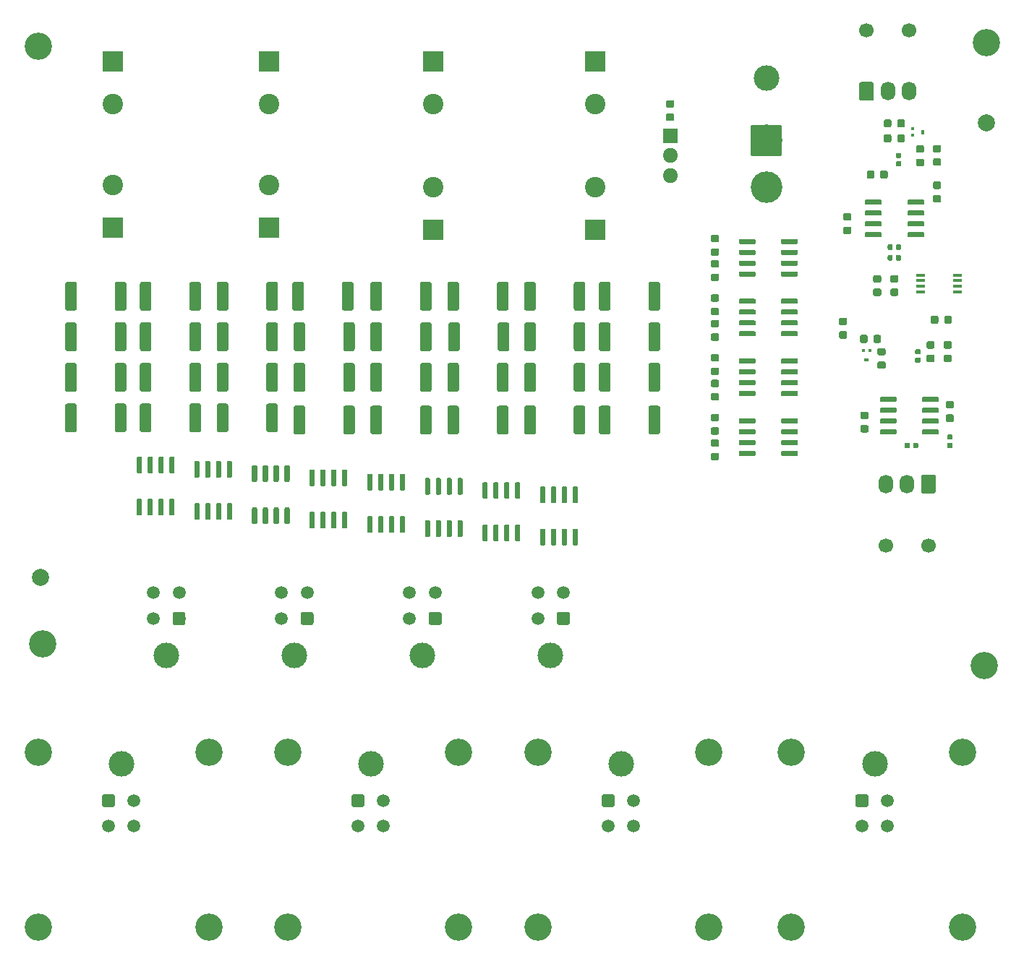
<source format=gbr>
G04 #@! TF.GenerationSoftware,KiCad,Pcbnew,5.1.3-ffb9f22~84~ubuntu18.04.1*
G04 #@! TF.CreationDate,2019-08-08T14:17:25+02:00*
G04 #@! TF.ProjectId,HiveCam,48697665-4361-46d2-9e6b-696361645f70,rev?*
G04 #@! TF.SameCoordinates,Original*
G04 #@! TF.FileFunction,Soldermask,Top*
G04 #@! TF.FilePolarity,Negative*
%FSLAX46Y46*%
G04 Gerber Fmt 4.6, Leading zero omitted, Abs format (unit mm)*
G04 Created by KiCad (PCBNEW 5.1.3-ffb9f22~84~ubuntu18.04.1) date 2019-08-08 14:17:25*
%MOMM*%
%LPD*%
G04 APERTURE LIST*
%ADD10C,2.000000*%
%ADD11C,3.200000*%
%ADD12C,1.500000*%
%ADD13C,0.100000*%
%ADD14C,3.000000*%
%ADD15C,1.350000*%
%ADD16C,1.700000*%
%ADD17O,1.700000X2.200000*%
%ADD18C,0.875000*%
%ADD19C,0.600000*%
%ADD20C,2.400000*%
%ADD21R,2.400000X2.400000*%
%ADD22C,3.700000*%
%ADD23R,1.100000X0.400000*%
%ADD24R,0.500000X0.450000*%
%ADD25R,0.400000X0.450000*%
%ADD26R,0.450000X0.500000*%
%ADD27R,0.450000X0.400000*%
%ADD28C,0.590000*%
%ADD29R,1.800000X1.717500*%
%ADD30O,1.800000X1.717500*%
G04 APERTURE END LIST*
D10*
X130998000Y-31315000D03*
X20248000Y-84565000D03*
D11*
X108198000Y-105065000D03*
D12*
X119448000Y-113715000D03*
X116448000Y-113715000D03*
X119448000Y-110715000D03*
D13*
G36*
X116972053Y-109966206D02*
G01*
X116996370Y-109969813D01*
X117020216Y-109975786D01*
X117043362Y-109984068D01*
X117065585Y-109994579D01*
X117086670Y-110007217D01*
X117106416Y-110021861D01*
X117124630Y-110038370D01*
X117141139Y-110056584D01*
X117155783Y-110076330D01*
X117168421Y-110097415D01*
X117178932Y-110119638D01*
X117187214Y-110142784D01*
X117193187Y-110166630D01*
X117196794Y-110190947D01*
X117198000Y-110215500D01*
X117198000Y-111214500D01*
X117196794Y-111239053D01*
X117193187Y-111263370D01*
X117187214Y-111287216D01*
X117178932Y-111310362D01*
X117168421Y-111332585D01*
X117155783Y-111353670D01*
X117141139Y-111373416D01*
X117124630Y-111391630D01*
X117106416Y-111408139D01*
X117086670Y-111422783D01*
X117065585Y-111435421D01*
X117043362Y-111445932D01*
X117020216Y-111454214D01*
X116996370Y-111460187D01*
X116972053Y-111463794D01*
X116947500Y-111465000D01*
X115948500Y-111465000D01*
X115923947Y-111463794D01*
X115899630Y-111460187D01*
X115875784Y-111454214D01*
X115852638Y-111445932D01*
X115830415Y-111435421D01*
X115809330Y-111422783D01*
X115789584Y-111408139D01*
X115771370Y-111391630D01*
X115754861Y-111373416D01*
X115740217Y-111353670D01*
X115727579Y-111332585D01*
X115717068Y-111310362D01*
X115708786Y-111287216D01*
X115702813Y-111263370D01*
X115699206Y-111239053D01*
X115698000Y-111214500D01*
X115698000Y-110215500D01*
X115699206Y-110190947D01*
X115702813Y-110166630D01*
X115708786Y-110142784D01*
X115717068Y-110119638D01*
X115727579Y-110097415D01*
X115740217Y-110076330D01*
X115754861Y-110056584D01*
X115771370Y-110038370D01*
X115789584Y-110021861D01*
X115809330Y-110007217D01*
X115830415Y-109994579D01*
X115852638Y-109984068D01*
X115875784Y-109975786D01*
X115899630Y-109969813D01*
X115923947Y-109966206D01*
X115948500Y-109965000D01*
X116947500Y-109965000D01*
X116972053Y-109966206D01*
X116972053Y-109966206D01*
G37*
D12*
X116448000Y-110715000D03*
D14*
X117948000Y-106395000D03*
D11*
X128198000Y-125565000D03*
X108198000Y-125565000D03*
X128198000Y-105065000D03*
X78498000Y-105065000D03*
D12*
X89748000Y-113715000D03*
X86748000Y-113715000D03*
X89748000Y-110715000D03*
D13*
G36*
X87272053Y-109966206D02*
G01*
X87296370Y-109969813D01*
X87320216Y-109975786D01*
X87343362Y-109984068D01*
X87365585Y-109994579D01*
X87386670Y-110007217D01*
X87406416Y-110021861D01*
X87424630Y-110038370D01*
X87441139Y-110056584D01*
X87455783Y-110076330D01*
X87468421Y-110097415D01*
X87478932Y-110119638D01*
X87487214Y-110142784D01*
X87493187Y-110166630D01*
X87496794Y-110190947D01*
X87498000Y-110215500D01*
X87498000Y-111214500D01*
X87496794Y-111239053D01*
X87493187Y-111263370D01*
X87487214Y-111287216D01*
X87478932Y-111310362D01*
X87468421Y-111332585D01*
X87455783Y-111353670D01*
X87441139Y-111373416D01*
X87424630Y-111391630D01*
X87406416Y-111408139D01*
X87386670Y-111422783D01*
X87365585Y-111435421D01*
X87343362Y-111445932D01*
X87320216Y-111454214D01*
X87296370Y-111460187D01*
X87272053Y-111463794D01*
X87247500Y-111465000D01*
X86248500Y-111465000D01*
X86223947Y-111463794D01*
X86199630Y-111460187D01*
X86175784Y-111454214D01*
X86152638Y-111445932D01*
X86130415Y-111435421D01*
X86109330Y-111422783D01*
X86089584Y-111408139D01*
X86071370Y-111391630D01*
X86054861Y-111373416D01*
X86040217Y-111353670D01*
X86027579Y-111332585D01*
X86017068Y-111310362D01*
X86008786Y-111287216D01*
X86002813Y-111263370D01*
X85999206Y-111239053D01*
X85998000Y-111214500D01*
X85998000Y-110215500D01*
X85999206Y-110190947D01*
X86002813Y-110166630D01*
X86008786Y-110142784D01*
X86017068Y-110119638D01*
X86027579Y-110097415D01*
X86040217Y-110076330D01*
X86054861Y-110056584D01*
X86071370Y-110038370D01*
X86089584Y-110021861D01*
X86109330Y-110007217D01*
X86130415Y-109994579D01*
X86152638Y-109984068D01*
X86175784Y-109975786D01*
X86199630Y-109969813D01*
X86223947Y-109966206D01*
X86248500Y-109965000D01*
X87247500Y-109965000D01*
X87272053Y-109966206D01*
X87272053Y-109966206D01*
G37*
D12*
X86748000Y-110715000D03*
D14*
X88248000Y-106395000D03*
D11*
X98498000Y-125565000D03*
X78498000Y-125565000D03*
X98498000Y-105065000D03*
X49198000Y-105065000D03*
D12*
X60448000Y-113715000D03*
X57448000Y-113715000D03*
X60448000Y-110715000D03*
D13*
G36*
X57972053Y-109966206D02*
G01*
X57996370Y-109969813D01*
X58020216Y-109975786D01*
X58043362Y-109984068D01*
X58065585Y-109994579D01*
X58086670Y-110007217D01*
X58106416Y-110021861D01*
X58124630Y-110038370D01*
X58141139Y-110056584D01*
X58155783Y-110076330D01*
X58168421Y-110097415D01*
X58178932Y-110119638D01*
X58187214Y-110142784D01*
X58193187Y-110166630D01*
X58196794Y-110190947D01*
X58198000Y-110215500D01*
X58198000Y-111214500D01*
X58196794Y-111239053D01*
X58193187Y-111263370D01*
X58187214Y-111287216D01*
X58178932Y-111310362D01*
X58168421Y-111332585D01*
X58155783Y-111353670D01*
X58141139Y-111373416D01*
X58124630Y-111391630D01*
X58106416Y-111408139D01*
X58086670Y-111422783D01*
X58065585Y-111435421D01*
X58043362Y-111445932D01*
X58020216Y-111454214D01*
X57996370Y-111460187D01*
X57972053Y-111463794D01*
X57947500Y-111465000D01*
X56948500Y-111465000D01*
X56923947Y-111463794D01*
X56899630Y-111460187D01*
X56875784Y-111454214D01*
X56852638Y-111445932D01*
X56830415Y-111435421D01*
X56809330Y-111422783D01*
X56789584Y-111408139D01*
X56771370Y-111391630D01*
X56754861Y-111373416D01*
X56740217Y-111353670D01*
X56727579Y-111332585D01*
X56717068Y-111310362D01*
X56708786Y-111287216D01*
X56702813Y-111263370D01*
X56699206Y-111239053D01*
X56698000Y-111214500D01*
X56698000Y-110215500D01*
X56699206Y-110190947D01*
X56702813Y-110166630D01*
X56708786Y-110142784D01*
X56717068Y-110119638D01*
X56727579Y-110097415D01*
X56740217Y-110076330D01*
X56754861Y-110056584D01*
X56771370Y-110038370D01*
X56789584Y-110021861D01*
X56809330Y-110007217D01*
X56830415Y-109994579D01*
X56852638Y-109984068D01*
X56875784Y-109975786D01*
X56899630Y-109969813D01*
X56923947Y-109966206D01*
X56948500Y-109965000D01*
X57947500Y-109965000D01*
X57972053Y-109966206D01*
X57972053Y-109966206D01*
G37*
D12*
X57448000Y-110715000D03*
D14*
X58948000Y-106395000D03*
D11*
X69198000Y-125565000D03*
X49198000Y-125565000D03*
X69198000Y-105065000D03*
X39998000Y-105065000D03*
X39998000Y-125565000D03*
X19998000Y-125565000D03*
X19998000Y-105065000D03*
X130798000Y-94865000D03*
X130998000Y-21865000D03*
X19998000Y-22365000D03*
X20498000Y-92365000D03*
D14*
X29748000Y-106395000D03*
D13*
G36*
X28772053Y-109966206D02*
G01*
X28796370Y-109969813D01*
X28820216Y-109975786D01*
X28843362Y-109984068D01*
X28865585Y-109994579D01*
X28886670Y-110007217D01*
X28906416Y-110021861D01*
X28924630Y-110038370D01*
X28941139Y-110056584D01*
X28955783Y-110076330D01*
X28968421Y-110097415D01*
X28978932Y-110119638D01*
X28987214Y-110142784D01*
X28993187Y-110166630D01*
X28996794Y-110190947D01*
X28998000Y-110215500D01*
X28998000Y-111214500D01*
X28996794Y-111239053D01*
X28993187Y-111263370D01*
X28987214Y-111287216D01*
X28978932Y-111310362D01*
X28968421Y-111332585D01*
X28955783Y-111353670D01*
X28941139Y-111373416D01*
X28924630Y-111391630D01*
X28906416Y-111408139D01*
X28886670Y-111422783D01*
X28865585Y-111435421D01*
X28843362Y-111445932D01*
X28820216Y-111454214D01*
X28796370Y-111460187D01*
X28772053Y-111463794D01*
X28747500Y-111465000D01*
X27748500Y-111465000D01*
X27723947Y-111463794D01*
X27699630Y-111460187D01*
X27675784Y-111454214D01*
X27652638Y-111445932D01*
X27630415Y-111435421D01*
X27609330Y-111422783D01*
X27589584Y-111408139D01*
X27571370Y-111391630D01*
X27554861Y-111373416D01*
X27540217Y-111353670D01*
X27527579Y-111332585D01*
X27517068Y-111310362D01*
X27508786Y-111287216D01*
X27502813Y-111263370D01*
X27499206Y-111239053D01*
X27498000Y-111214500D01*
X27498000Y-110215500D01*
X27499206Y-110190947D01*
X27502813Y-110166630D01*
X27508786Y-110142784D01*
X27517068Y-110119638D01*
X27527579Y-110097415D01*
X27540217Y-110076330D01*
X27554861Y-110056584D01*
X27571370Y-110038370D01*
X27589584Y-110021861D01*
X27609330Y-110007217D01*
X27630415Y-109994579D01*
X27652638Y-109984068D01*
X27675784Y-109975786D01*
X27699630Y-109969813D01*
X27723947Y-109966206D01*
X27748500Y-109965000D01*
X28747500Y-109965000D01*
X28772053Y-109966206D01*
X28772053Y-109966206D01*
G37*
D12*
X28248000Y-110715000D03*
X31248000Y-110715000D03*
X28248000Y-113715000D03*
X31248000Y-113715000D03*
D13*
G36*
X60047505Y-64441204D02*
G01*
X60071773Y-64444804D01*
X60095572Y-64450765D01*
X60118671Y-64459030D01*
X60140850Y-64469520D01*
X60161893Y-64482132D01*
X60181599Y-64496747D01*
X60199777Y-64513223D01*
X60216253Y-64531401D01*
X60230868Y-64551107D01*
X60243480Y-64572150D01*
X60253970Y-64594329D01*
X60262235Y-64617428D01*
X60268196Y-64641227D01*
X60271796Y-64665495D01*
X60273000Y-64689999D01*
X60273000Y-67540001D01*
X60271796Y-67564505D01*
X60268196Y-67588773D01*
X60262235Y-67612572D01*
X60253970Y-67635671D01*
X60243480Y-67657850D01*
X60230868Y-67678893D01*
X60216253Y-67698599D01*
X60199777Y-67716777D01*
X60181599Y-67733253D01*
X60161893Y-67747868D01*
X60140850Y-67760480D01*
X60118671Y-67770970D01*
X60095572Y-67779235D01*
X60071773Y-67785196D01*
X60047505Y-67788796D01*
X60023001Y-67790000D01*
X59172999Y-67790000D01*
X59148495Y-67788796D01*
X59124227Y-67785196D01*
X59100428Y-67779235D01*
X59077329Y-67770970D01*
X59055150Y-67760480D01*
X59034107Y-67747868D01*
X59014401Y-67733253D01*
X58996223Y-67716777D01*
X58979747Y-67698599D01*
X58965132Y-67678893D01*
X58952520Y-67657850D01*
X58942030Y-67635671D01*
X58933765Y-67612572D01*
X58927804Y-67588773D01*
X58924204Y-67564505D01*
X58923000Y-67540001D01*
X58923000Y-64689999D01*
X58924204Y-64665495D01*
X58927804Y-64641227D01*
X58933765Y-64617428D01*
X58942030Y-64594329D01*
X58952520Y-64572150D01*
X58965132Y-64551107D01*
X58979747Y-64531401D01*
X58996223Y-64513223D01*
X59014401Y-64496747D01*
X59034107Y-64482132D01*
X59055150Y-64469520D01*
X59077329Y-64459030D01*
X59100428Y-64450765D01*
X59124227Y-64444804D01*
X59148495Y-64441204D01*
X59172999Y-64440000D01*
X60023001Y-64440000D01*
X60047505Y-64441204D01*
X60047505Y-64441204D01*
G37*
D15*
X59598000Y-66115000D03*
D13*
G36*
X65847505Y-64441204D02*
G01*
X65871773Y-64444804D01*
X65895572Y-64450765D01*
X65918671Y-64459030D01*
X65940850Y-64469520D01*
X65961893Y-64482132D01*
X65981599Y-64496747D01*
X65999777Y-64513223D01*
X66016253Y-64531401D01*
X66030868Y-64551107D01*
X66043480Y-64572150D01*
X66053970Y-64594329D01*
X66062235Y-64617428D01*
X66068196Y-64641227D01*
X66071796Y-64665495D01*
X66073000Y-64689999D01*
X66073000Y-67540001D01*
X66071796Y-67564505D01*
X66068196Y-67588773D01*
X66062235Y-67612572D01*
X66053970Y-67635671D01*
X66043480Y-67657850D01*
X66030868Y-67678893D01*
X66016253Y-67698599D01*
X65999777Y-67716777D01*
X65981599Y-67733253D01*
X65961893Y-67747868D01*
X65940850Y-67760480D01*
X65918671Y-67770970D01*
X65895572Y-67779235D01*
X65871773Y-67785196D01*
X65847505Y-67788796D01*
X65823001Y-67790000D01*
X64972999Y-67790000D01*
X64948495Y-67788796D01*
X64924227Y-67785196D01*
X64900428Y-67779235D01*
X64877329Y-67770970D01*
X64855150Y-67760480D01*
X64834107Y-67747868D01*
X64814401Y-67733253D01*
X64796223Y-67716777D01*
X64779747Y-67698599D01*
X64765132Y-67678893D01*
X64752520Y-67657850D01*
X64742030Y-67635671D01*
X64733765Y-67612572D01*
X64727804Y-67588773D01*
X64724204Y-67564505D01*
X64723000Y-67540001D01*
X64723000Y-64689999D01*
X64724204Y-64665495D01*
X64727804Y-64641227D01*
X64733765Y-64617428D01*
X64742030Y-64594329D01*
X64752520Y-64572150D01*
X64765132Y-64551107D01*
X64779747Y-64531401D01*
X64796223Y-64513223D01*
X64814401Y-64496747D01*
X64834107Y-64482132D01*
X64855150Y-64469520D01*
X64877329Y-64459030D01*
X64900428Y-64450765D01*
X64924227Y-64444804D01*
X64948495Y-64441204D01*
X64972999Y-64440000D01*
X65823001Y-64440000D01*
X65847505Y-64441204D01*
X65847505Y-64441204D01*
G37*
D15*
X65398000Y-66115000D03*
D14*
X79998000Y-93685000D03*
D13*
G36*
X82022053Y-88616206D02*
G01*
X82046370Y-88619813D01*
X82070216Y-88625786D01*
X82093362Y-88634068D01*
X82115585Y-88644579D01*
X82136670Y-88657217D01*
X82156416Y-88671861D01*
X82174630Y-88688370D01*
X82191139Y-88706584D01*
X82205783Y-88726330D01*
X82218421Y-88747415D01*
X82228932Y-88769638D01*
X82237214Y-88792784D01*
X82243187Y-88816630D01*
X82246794Y-88840947D01*
X82248000Y-88865500D01*
X82248000Y-89864500D01*
X82246794Y-89889053D01*
X82243187Y-89913370D01*
X82237214Y-89937216D01*
X82228932Y-89960362D01*
X82218421Y-89982585D01*
X82205783Y-90003670D01*
X82191139Y-90023416D01*
X82174630Y-90041630D01*
X82156416Y-90058139D01*
X82136670Y-90072783D01*
X82115585Y-90085421D01*
X82093362Y-90095932D01*
X82070216Y-90104214D01*
X82046370Y-90110187D01*
X82022053Y-90113794D01*
X81997500Y-90115000D01*
X80998500Y-90115000D01*
X80973947Y-90113794D01*
X80949630Y-90110187D01*
X80925784Y-90104214D01*
X80902638Y-90095932D01*
X80880415Y-90085421D01*
X80859330Y-90072783D01*
X80839584Y-90058139D01*
X80821370Y-90041630D01*
X80804861Y-90023416D01*
X80790217Y-90003670D01*
X80777579Y-89982585D01*
X80767068Y-89960362D01*
X80758786Y-89937216D01*
X80752813Y-89913370D01*
X80749206Y-89889053D01*
X80748000Y-89864500D01*
X80748000Y-88865500D01*
X80749206Y-88840947D01*
X80752813Y-88816630D01*
X80758786Y-88792784D01*
X80767068Y-88769638D01*
X80777579Y-88747415D01*
X80790217Y-88726330D01*
X80804861Y-88706584D01*
X80821370Y-88688370D01*
X80839584Y-88671861D01*
X80859330Y-88657217D01*
X80880415Y-88644579D01*
X80902638Y-88634068D01*
X80925784Y-88625786D01*
X80949630Y-88619813D01*
X80973947Y-88616206D01*
X80998500Y-88615000D01*
X81997500Y-88615000D01*
X82022053Y-88616206D01*
X82022053Y-88616206D01*
G37*
D12*
X81498000Y-89365000D03*
X78498000Y-89365000D03*
X81498000Y-86365000D03*
X78498000Y-86365000D03*
D14*
X64998000Y-93685000D03*
D13*
G36*
X67022053Y-88616206D02*
G01*
X67046370Y-88619813D01*
X67070216Y-88625786D01*
X67093362Y-88634068D01*
X67115585Y-88644579D01*
X67136670Y-88657217D01*
X67156416Y-88671861D01*
X67174630Y-88688370D01*
X67191139Y-88706584D01*
X67205783Y-88726330D01*
X67218421Y-88747415D01*
X67228932Y-88769638D01*
X67237214Y-88792784D01*
X67243187Y-88816630D01*
X67246794Y-88840947D01*
X67248000Y-88865500D01*
X67248000Y-89864500D01*
X67246794Y-89889053D01*
X67243187Y-89913370D01*
X67237214Y-89937216D01*
X67228932Y-89960362D01*
X67218421Y-89982585D01*
X67205783Y-90003670D01*
X67191139Y-90023416D01*
X67174630Y-90041630D01*
X67156416Y-90058139D01*
X67136670Y-90072783D01*
X67115585Y-90085421D01*
X67093362Y-90095932D01*
X67070216Y-90104214D01*
X67046370Y-90110187D01*
X67022053Y-90113794D01*
X66997500Y-90115000D01*
X65998500Y-90115000D01*
X65973947Y-90113794D01*
X65949630Y-90110187D01*
X65925784Y-90104214D01*
X65902638Y-90095932D01*
X65880415Y-90085421D01*
X65859330Y-90072783D01*
X65839584Y-90058139D01*
X65821370Y-90041630D01*
X65804861Y-90023416D01*
X65790217Y-90003670D01*
X65777579Y-89982585D01*
X65767068Y-89960362D01*
X65758786Y-89937216D01*
X65752813Y-89913370D01*
X65749206Y-89889053D01*
X65748000Y-89864500D01*
X65748000Y-88865500D01*
X65749206Y-88840947D01*
X65752813Y-88816630D01*
X65758786Y-88792784D01*
X65767068Y-88769638D01*
X65777579Y-88747415D01*
X65790217Y-88726330D01*
X65804861Y-88706584D01*
X65821370Y-88688370D01*
X65839584Y-88671861D01*
X65859330Y-88657217D01*
X65880415Y-88644579D01*
X65902638Y-88634068D01*
X65925784Y-88625786D01*
X65949630Y-88619813D01*
X65973947Y-88616206D01*
X65998500Y-88615000D01*
X66997500Y-88615000D01*
X67022053Y-88616206D01*
X67022053Y-88616206D01*
G37*
D12*
X66498000Y-89365000D03*
X63498000Y-89365000D03*
X66498000Y-86365000D03*
X63498000Y-86365000D03*
D14*
X49998000Y-93685000D03*
D13*
G36*
X52022053Y-88616206D02*
G01*
X52046370Y-88619813D01*
X52070216Y-88625786D01*
X52093362Y-88634068D01*
X52115585Y-88644579D01*
X52136670Y-88657217D01*
X52156416Y-88671861D01*
X52174630Y-88688370D01*
X52191139Y-88706584D01*
X52205783Y-88726330D01*
X52218421Y-88747415D01*
X52228932Y-88769638D01*
X52237214Y-88792784D01*
X52243187Y-88816630D01*
X52246794Y-88840947D01*
X52248000Y-88865500D01*
X52248000Y-89864500D01*
X52246794Y-89889053D01*
X52243187Y-89913370D01*
X52237214Y-89937216D01*
X52228932Y-89960362D01*
X52218421Y-89982585D01*
X52205783Y-90003670D01*
X52191139Y-90023416D01*
X52174630Y-90041630D01*
X52156416Y-90058139D01*
X52136670Y-90072783D01*
X52115585Y-90085421D01*
X52093362Y-90095932D01*
X52070216Y-90104214D01*
X52046370Y-90110187D01*
X52022053Y-90113794D01*
X51997500Y-90115000D01*
X50998500Y-90115000D01*
X50973947Y-90113794D01*
X50949630Y-90110187D01*
X50925784Y-90104214D01*
X50902638Y-90095932D01*
X50880415Y-90085421D01*
X50859330Y-90072783D01*
X50839584Y-90058139D01*
X50821370Y-90041630D01*
X50804861Y-90023416D01*
X50790217Y-90003670D01*
X50777579Y-89982585D01*
X50767068Y-89960362D01*
X50758786Y-89937216D01*
X50752813Y-89913370D01*
X50749206Y-89889053D01*
X50748000Y-89864500D01*
X50748000Y-88865500D01*
X50749206Y-88840947D01*
X50752813Y-88816630D01*
X50758786Y-88792784D01*
X50767068Y-88769638D01*
X50777579Y-88747415D01*
X50790217Y-88726330D01*
X50804861Y-88706584D01*
X50821370Y-88688370D01*
X50839584Y-88671861D01*
X50859330Y-88657217D01*
X50880415Y-88644579D01*
X50902638Y-88634068D01*
X50925784Y-88625786D01*
X50949630Y-88619813D01*
X50973947Y-88616206D01*
X50998500Y-88615000D01*
X51997500Y-88615000D01*
X52022053Y-88616206D01*
X52022053Y-88616206D01*
G37*
D12*
X51498000Y-89365000D03*
X48498000Y-89365000D03*
X51498000Y-86365000D03*
X48498000Y-86365000D03*
X33498000Y-86365000D03*
X36498000Y-86365000D03*
X33498000Y-89365000D03*
D13*
G36*
X37022053Y-88616206D02*
G01*
X37046370Y-88619813D01*
X37070216Y-88625786D01*
X37093362Y-88634068D01*
X37115585Y-88644579D01*
X37136670Y-88657217D01*
X37156416Y-88671861D01*
X37174630Y-88688370D01*
X37191139Y-88706584D01*
X37205783Y-88726330D01*
X37218421Y-88747415D01*
X37228932Y-88769638D01*
X37237214Y-88792784D01*
X37243187Y-88816630D01*
X37246794Y-88840947D01*
X37248000Y-88865500D01*
X37248000Y-89864500D01*
X37246794Y-89889053D01*
X37243187Y-89913370D01*
X37237214Y-89937216D01*
X37228932Y-89960362D01*
X37218421Y-89982585D01*
X37205783Y-90003670D01*
X37191139Y-90023416D01*
X37174630Y-90041630D01*
X37156416Y-90058139D01*
X37136670Y-90072783D01*
X37115585Y-90085421D01*
X37093362Y-90095932D01*
X37070216Y-90104214D01*
X37046370Y-90110187D01*
X37022053Y-90113794D01*
X36997500Y-90115000D01*
X35998500Y-90115000D01*
X35973947Y-90113794D01*
X35949630Y-90110187D01*
X35925784Y-90104214D01*
X35902638Y-90095932D01*
X35880415Y-90085421D01*
X35859330Y-90072783D01*
X35839584Y-90058139D01*
X35821370Y-90041630D01*
X35804861Y-90023416D01*
X35790217Y-90003670D01*
X35777579Y-89982585D01*
X35767068Y-89960362D01*
X35758786Y-89937216D01*
X35752813Y-89913370D01*
X35749206Y-89889053D01*
X35748000Y-89864500D01*
X35748000Y-88865500D01*
X35749206Y-88840947D01*
X35752813Y-88816630D01*
X35758786Y-88792784D01*
X35767068Y-88769638D01*
X35777579Y-88747415D01*
X35790217Y-88726330D01*
X35804861Y-88706584D01*
X35821370Y-88688370D01*
X35839584Y-88671861D01*
X35859330Y-88657217D01*
X35880415Y-88644579D01*
X35902638Y-88634068D01*
X35925784Y-88625786D01*
X35949630Y-88619813D01*
X35973947Y-88616206D01*
X35998500Y-88615000D01*
X36997500Y-88615000D01*
X37022053Y-88616206D01*
X37022053Y-88616206D01*
G37*
D12*
X36498000Y-89365000D03*
D14*
X34998000Y-93685000D03*
D13*
G36*
X124872594Y-72516203D02*
G01*
X124896853Y-72519802D01*
X124920642Y-72525761D01*
X124943733Y-72534023D01*
X124965902Y-72544508D01*
X124986937Y-72557116D01*
X125006635Y-72571725D01*
X125024806Y-72588194D01*
X125041275Y-72606365D01*
X125055884Y-72626063D01*
X125068492Y-72647098D01*
X125078977Y-72669267D01*
X125087239Y-72692358D01*
X125093198Y-72716147D01*
X125096797Y-72740406D01*
X125098000Y-72764900D01*
X125098000Y-74465100D01*
X125096797Y-74489594D01*
X125093198Y-74513853D01*
X125087239Y-74537642D01*
X125078977Y-74560733D01*
X125068492Y-74582902D01*
X125055884Y-74603937D01*
X125041275Y-74623635D01*
X125024806Y-74641806D01*
X125006635Y-74658275D01*
X124986937Y-74672884D01*
X124965902Y-74685492D01*
X124943733Y-74695977D01*
X124920642Y-74704239D01*
X124896853Y-74710198D01*
X124872594Y-74713797D01*
X124848100Y-74715000D01*
X123647900Y-74715000D01*
X123623406Y-74713797D01*
X123599147Y-74710198D01*
X123575358Y-74704239D01*
X123552267Y-74695977D01*
X123530098Y-74685492D01*
X123509063Y-74672884D01*
X123489365Y-74658275D01*
X123471194Y-74641806D01*
X123454725Y-74623635D01*
X123440116Y-74603937D01*
X123427508Y-74582902D01*
X123417023Y-74560733D01*
X123408761Y-74537642D01*
X123402802Y-74513853D01*
X123399203Y-74489594D01*
X123398000Y-74465100D01*
X123398000Y-72764900D01*
X123399203Y-72740406D01*
X123402802Y-72716147D01*
X123408761Y-72692358D01*
X123417023Y-72669267D01*
X123427508Y-72647098D01*
X123440116Y-72626063D01*
X123454725Y-72606365D01*
X123471194Y-72588194D01*
X123489365Y-72571725D01*
X123509063Y-72557116D01*
X123530098Y-72544508D01*
X123552267Y-72534023D01*
X123575358Y-72525761D01*
X123599147Y-72519802D01*
X123623406Y-72516203D01*
X123647900Y-72515000D01*
X124848100Y-72515000D01*
X124872594Y-72516203D01*
X124872594Y-72516203D01*
G37*
D16*
X124248000Y-73615000D03*
D17*
X121748000Y-73615000D03*
X119248000Y-73615000D03*
D16*
X124248000Y-80795000D03*
X119248000Y-80795000D03*
D13*
G36*
X99525691Y-69966053D02*
G01*
X99546926Y-69969203D01*
X99567750Y-69974419D01*
X99587962Y-69981651D01*
X99607368Y-69990830D01*
X99625781Y-70001866D01*
X99643024Y-70014654D01*
X99658930Y-70029070D01*
X99673346Y-70044976D01*
X99686134Y-70062219D01*
X99697170Y-70080632D01*
X99706349Y-70100038D01*
X99713581Y-70120250D01*
X99718797Y-70141074D01*
X99721947Y-70162309D01*
X99723000Y-70183750D01*
X99723000Y-70621250D01*
X99721947Y-70642691D01*
X99718797Y-70663926D01*
X99713581Y-70684750D01*
X99706349Y-70704962D01*
X99697170Y-70724368D01*
X99686134Y-70742781D01*
X99673346Y-70760024D01*
X99658930Y-70775930D01*
X99643024Y-70790346D01*
X99625781Y-70803134D01*
X99607368Y-70814170D01*
X99587962Y-70823349D01*
X99567750Y-70830581D01*
X99546926Y-70835797D01*
X99525691Y-70838947D01*
X99504250Y-70840000D01*
X98991750Y-70840000D01*
X98970309Y-70838947D01*
X98949074Y-70835797D01*
X98928250Y-70830581D01*
X98908038Y-70823349D01*
X98888632Y-70814170D01*
X98870219Y-70803134D01*
X98852976Y-70790346D01*
X98837070Y-70775930D01*
X98822654Y-70760024D01*
X98809866Y-70742781D01*
X98798830Y-70724368D01*
X98789651Y-70704962D01*
X98782419Y-70684750D01*
X98777203Y-70663926D01*
X98774053Y-70642691D01*
X98773000Y-70621250D01*
X98773000Y-70183750D01*
X98774053Y-70162309D01*
X98777203Y-70141074D01*
X98782419Y-70120250D01*
X98789651Y-70100038D01*
X98798830Y-70080632D01*
X98809866Y-70062219D01*
X98822654Y-70044976D01*
X98837070Y-70029070D01*
X98852976Y-70014654D01*
X98870219Y-70001866D01*
X98888632Y-69990830D01*
X98908038Y-69981651D01*
X98928250Y-69974419D01*
X98949074Y-69969203D01*
X98970309Y-69966053D01*
X98991750Y-69965000D01*
X99504250Y-69965000D01*
X99525691Y-69966053D01*
X99525691Y-69966053D01*
G37*
D18*
X99248000Y-70402500D03*
D13*
G36*
X99525691Y-68391053D02*
G01*
X99546926Y-68394203D01*
X99567750Y-68399419D01*
X99587962Y-68406651D01*
X99607368Y-68415830D01*
X99625781Y-68426866D01*
X99643024Y-68439654D01*
X99658930Y-68454070D01*
X99673346Y-68469976D01*
X99686134Y-68487219D01*
X99697170Y-68505632D01*
X99706349Y-68525038D01*
X99713581Y-68545250D01*
X99718797Y-68566074D01*
X99721947Y-68587309D01*
X99723000Y-68608750D01*
X99723000Y-69046250D01*
X99721947Y-69067691D01*
X99718797Y-69088926D01*
X99713581Y-69109750D01*
X99706349Y-69129962D01*
X99697170Y-69149368D01*
X99686134Y-69167781D01*
X99673346Y-69185024D01*
X99658930Y-69200930D01*
X99643024Y-69215346D01*
X99625781Y-69228134D01*
X99607368Y-69239170D01*
X99587962Y-69248349D01*
X99567750Y-69255581D01*
X99546926Y-69260797D01*
X99525691Y-69263947D01*
X99504250Y-69265000D01*
X98991750Y-69265000D01*
X98970309Y-69263947D01*
X98949074Y-69260797D01*
X98928250Y-69255581D01*
X98908038Y-69248349D01*
X98888632Y-69239170D01*
X98870219Y-69228134D01*
X98852976Y-69215346D01*
X98837070Y-69200930D01*
X98822654Y-69185024D01*
X98809866Y-69167781D01*
X98798830Y-69149368D01*
X98789651Y-69129962D01*
X98782419Y-69109750D01*
X98777203Y-69088926D01*
X98774053Y-69067691D01*
X98773000Y-69046250D01*
X98773000Y-68608750D01*
X98774053Y-68587309D01*
X98777203Y-68566074D01*
X98782419Y-68545250D01*
X98789651Y-68525038D01*
X98798830Y-68505632D01*
X98809866Y-68487219D01*
X98822654Y-68469976D01*
X98837070Y-68454070D01*
X98852976Y-68439654D01*
X98870219Y-68426866D01*
X98888632Y-68415830D01*
X98908038Y-68406651D01*
X98928250Y-68399419D01*
X98949074Y-68394203D01*
X98970309Y-68391053D01*
X98991750Y-68390000D01*
X99504250Y-68390000D01*
X99525691Y-68391053D01*
X99525691Y-68391053D01*
G37*
D18*
X99248000Y-68827500D03*
D16*
X121998000Y-20435000D03*
X116998000Y-20435000D03*
D17*
X121998000Y-27615000D03*
X119498000Y-27615000D03*
D13*
G36*
X117622594Y-26516203D02*
G01*
X117646853Y-26519802D01*
X117670642Y-26525761D01*
X117693733Y-26534023D01*
X117715902Y-26544508D01*
X117736937Y-26557116D01*
X117756635Y-26571725D01*
X117774806Y-26588194D01*
X117791275Y-26606365D01*
X117805884Y-26626063D01*
X117818492Y-26647098D01*
X117828977Y-26669267D01*
X117837239Y-26692358D01*
X117843198Y-26716147D01*
X117846797Y-26740406D01*
X117848000Y-26764900D01*
X117848000Y-28465100D01*
X117846797Y-28489594D01*
X117843198Y-28513853D01*
X117837239Y-28537642D01*
X117828977Y-28560733D01*
X117818492Y-28582902D01*
X117805884Y-28603937D01*
X117791275Y-28623635D01*
X117774806Y-28641806D01*
X117756635Y-28658275D01*
X117736937Y-28672884D01*
X117715902Y-28685492D01*
X117693733Y-28695977D01*
X117670642Y-28704239D01*
X117646853Y-28710198D01*
X117622594Y-28713797D01*
X117598100Y-28715000D01*
X116397900Y-28715000D01*
X116373406Y-28713797D01*
X116349147Y-28710198D01*
X116325358Y-28704239D01*
X116302267Y-28695977D01*
X116280098Y-28685492D01*
X116259063Y-28672884D01*
X116239365Y-28658275D01*
X116221194Y-28641806D01*
X116204725Y-28623635D01*
X116190116Y-28603937D01*
X116177508Y-28582902D01*
X116167023Y-28560733D01*
X116158761Y-28537642D01*
X116152802Y-28513853D01*
X116149203Y-28489594D01*
X116148000Y-28465100D01*
X116148000Y-26764900D01*
X116149203Y-26740406D01*
X116152802Y-26716147D01*
X116158761Y-26692358D01*
X116167023Y-26669267D01*
X116177508Y-26647098D01*
X116190116Y-26626063D01*
X116204725Y-26606365D01*
X116221194Y-26588194D01*
X116239365Y-26571725D01*
X116259063Y-26557116D01*
X116280098Y-26544508D01*
X116302267Y-26534023D01*
X116325358Y-26525761D01*
X116349147Y-26519802D01*
X116373406Y-26516203D01*
X116397900Y-26515000D01*
X117598100Y-26515000D01*
X117622594Y-26516203D01*
X117622594Y-26516203D01*
G37*
D16*
X116998000Y-27615000D03*
D13*
G36*
X103862703Y-62720722D02*
G01*
X103877264Y-62722882D01*
X103891543Y-62726459D01*
X103905403Y-62731418D01*
X103918710Y-62737712D01*
X103931336Y-62745280D01*
X103943159Y-62754048D01*
X103954066Y-62763934D01*
X103963952Y-62774841D01*
X103972720Y-62786664D01*
X103980288Y-62799290D01*
X103986582Y-62812597D01*
X103991541Y-62826457D01*
X103995118Y-62840736D01*
X103997278Y-62855297D01*
X103998000Y-62870000D01*
X103998000Y-63170000D01*
X103997278Y-63184703D01*
X103995118Y-63199264D01*
X103991541Y-63213543D01*
X103986582Y-63227403D01*
X103980288Y-63240710D01*
X103972720Y-63253336D01*
X103963952Y-63265159D01*
X103954066Y-63276066D01*
X103943159Y-63285952D01*
X103931336Y-63294720D01*
X103918710Y-63302288D01*
X103905403Y-63308582D01*
X103891543Y-63313541D01*
X103877264Y-63317118D01*
X103862703Y-63319278D01*
X103848000Y-63320000D01*
X102198000Y-63320000D01*
X102183297Y-63319278D01*
X102168736Y-63317118D01*
X102154457Y-63313541D01*
X102140597Y-63308582D01*
X102127290Y-63302288D01*
X102114664Y-63294720D01*
X102102841Y-63285952D01*
X102091934Y-63276066D01*
X102082048Y-63265159D01*
X102073280Y-63253336D01*
X102065712Y-63240710D01*
X102059418Y-63227403D01*
X102054459Y-63213543D01*
X102050882Y-63199264D01*
X102048722Y-63184703D01*
X102048000Y-63170000D01*
X102048000Y-62870000D01*
X102048722Y-62855297D01*
X102050882Y-62840736D01*
X102054459Y-62826457D01*
X102059418Y-62812597D01*
X102065712Y-62799290D01*
X102073280Y-62786664D01*
X102082048Y-62774841D01*
X102091934Y-62763934D01*
X102102841Y-62754048D01*
X102114664Y-62745280D01*
X102127290Y-62737712D01*
X102140597Y-62731418D01*
X102154457Y-62726459D01*
X102168736Y-62722882D01*
X102183297Y-62720722D01*
X102198000Y-62720000D01*
X103848000Y-62720000D01*
X103862703Y-62720722D01*
X103862703Y-62720722D01*
G37*
D19*
X103023000Y-63020000D03*
D13*
G36*
X103862703Y-61450722D02*
G01*
X103877264Y-61452882D01*
X103891543Y-61456459D01*
X103905403Y-61461418D01*
X103918710Y-61467712D01*
X103931336Y-61475280D01*
X103943159Y-61484048D01*
X103954066Y-61493934D01*
X103963952Y-61504841D01*
X103972720Y-61516664D01*
X103980288Y-61529290D01*
X103986582Y-61542597D01*
X103991541Y-61556457D01*
X103995118Y-61570736D01*
X103997278Y-61585297D01*
X103998000Y-61600000D01*
X103998000Y-61900000D01*
X103997278Y-61914703D01*
X103995118Y-61929264D01*
X103991541Y-61943543D01*
X103986582Y-61957403D01*
X103980288Y-61970710D01*
X103972720Y-61983336D01*
X103963952Y-61995159D01*
X103954066Y-62006066D01*
X103943159Y-62015952D01*
X103931336Y-62024720D01*
X103918710Y-62032288D01*
X103905403Y-62038582D01*
X103891543Y-62043541D01*
X103877264Y-62047118D01*
X103862703Y-62049278D01*
X103848000Y-62050000D01*
X102198000Y-62050000D01*
X102183297Y-62049278D01*
X102168736Y-62047118D01*
X102154457Y-62043541D01*
X102140597Y-62038582D01*
X102127290Y-62032288D01*
X102114664Y-62024720D01*
X102102841Y-62015952D01*
X102091934Y-62006066D01*
X102082048Y-61995159D01*
X102073280Y-61983336D01*
X102065712Y-61970710D01*
X102059418Y-61957403D01*
X102054459Y-61943543D01*
X102050882Y-61929264D01*
X102048722Y-61914703D01*
X102048000Y-61900000D01*
X102048000Y-61600000D01*
X102048722Y-61585297D01*
X102050882Y-61570736D01*
X102054459Y-61556457D01*
X102059418Y-61542597D01*
X102065712Y-61529290D01*
X102073280Y-61516664D01*
X102082048Y-61504841D01*
X102091934Y-61493934D01*
X102102841Y-61484048D01*
X102114664Y-61475280D01*
X102127290Y-61467712D01*
X102140597Y-61461418D01*
X102154457Y-61456459D01*
X102168736Y-61452882D01*
X102183297Y-61450722D01*
X102198000Y-61450000D01*
X103848000Y-61450000D01*
X103862703Y-61450722D01*
X103862703Y-61450722D01*
G37*
D19*
X103023000Y-61750000D03*
D13*
G36*
X103862703Y-60180722D02*
G01*
X103877264Y-60182882D01*
X103891543Y-60186459D01*
X103905403Y-60191418D01*
X103918710Y-60197712D01*
X103931336Y-60205280D01*
X103943159Y-60214048D01*
X103954066Y-60223934D01*
X103963952Y-60234841D01*
X103972720Y-60246664D01*
X103980288Y-60259290D01*
X103986582Y-60272597D01*
X103991541Y-60286457D01*
X103995118Y-60300736D01*
X103997278Y-60315297D01*
X103998000Y-60330000D01*
X103998000Y-60630000D01*
X103997278Y-60644703D01*
X103995118Y-60659264D01*
X103991541Y-60673543D01*
X103986582Y-60687403D01*
X103980288Y-60700710D01*
X103972720Y-60713336D01*
X103963952Y-60725159D01*
X103954066Y-60736066D01*
X103943159Y-60745952D01*
X103931336Y-60754720D01*
X103918710Y-60762288D01*
X103905403Y-60768582D01*
X103891543Y-60773541D01*
X103877264Y-60777118D01*
X103862703Y-60779278D01*
X103848000Y-60780000D01*
X102198000Y-60780000D01*
X102183297Y-60779278D01*
X102168736Y-60777118D01*
X102154457Y-60773541D01*
X102140597Y-60768582D01*
X102127290Y-60762288D01*
X102114664Y-60754720D01*
X102102841Y-60745952D01*
X102091934Y-60736066D01*
X102082048Y-60725159D01*
X102073280Y-60713336D01*
X102065712Y-60700710D01*
X102059418Y-60687403D01*
X102054459Y-60673543D01*
X102050882Y-60659264D01*
X102048722Y-60644703D01*
X102048000Y-60630000D01*
X102048000Y-60330000D01*
X102048722Y-60315297D01*
X102050882Y-60300736D01*
X102054459Y-60286457D01*
X102059418Y-60272597D01*
X102065712Y-60259290D01*
X102073280Y-60246664D01*
X102082048Y-60234841D01*
X102091934Y-60223934D01*
X102102841Y-60214048D01*
X102114664Y-60205280D01*
X102127290Y-60197712D01*
X102140597Y-60191418D01*
X102154457Y-60186459D01*
X102168736Y-60182882D01*
X102183297Y-60180722D01*
X102198000Y-60180000D01*
X103848000Y-60180000D01*
X103862703Y-60180722D01*
X103862703Y-60180722D01*
G37*
D19*
X103023000Y-60480000D03*
D13*
G36*
X103862703Y-58910722D02*
G01*
X103877264Y-58912882D01*
X103891543Y-58916459D01*
X103905403Y-58921418D01*
X103918710Y-58927712D01*
X103931336Y-58935280D01*
X103943159Y-58944048D01*
X103954066Y-58953934D01*
X103963952Y-58964841D01*
X103972720Y-58976664D01*
X103980288Y-58989290D01*
X103986582Y-59002597D01*
X103991541Y-59016457D01*
X103995118Y-59030736D01*
X103997278Y-59045297D01*
X103998000Y-59060000D01*
X103998000Y-59360000D01*
X103997278Y-59374703D01*
X103995118Y-59389264D01*
X103991541Y-59403543D01*
X103986582Y-59417403D01*
X103980288Y-59430710D01*
X103972720Y-59443336D01*
X103963952Y-59455159D01*
X103954066Y-59466066D01*
X103943159Y-59475952D01*
X103931336Y-59484720D01*
X103918710Y-59492288D01*
X103905403Y-59498582D01*
X103891543Y-59503541D01*
X103877264Y-59507118D01*
X103862703Y-59509278D01*
X103848000Y-59510000D01*
X102198000Y-59510000D01*
X102183297Y-59509278D01*
X102168736Y-59507118D01*
X102154457Y-59503541D01*
X102140597Y-59498582D01*
X102127290Y-59492288D01*
X102114664Y-59484720D01*
X102102841Y-59475952D01*
X102091934Y-59466066D01*
X102082048Y-59455159D01*
X102073280Y-59443336D01*
X102065712Y-59430710D01*
X102059418Y-59417403D01*
X102054459Y-59403543D01*
X102050882Y-59389264D01*
X102048722Y-59374703D01*
X102048000Y-59360000D01*
X102048000Y-59060000D01*
X102048722Y-59045297D01*
X102050882Y-59030736D01*
X102054459Y-59016457D01*
X102059418Y-59002597D01*
X102065712Y-58989290D01*
X102073280Y-58976664D01*
X102082048Y-58964841D01*
X102091934Y-58953934D01*
X102102841Y-58944048D01*
X102114664Y-58935280D01*
X102127290Y-58927712D01*
X102140597Y-58921418D01*
X102154457Y-58916459D01*
X102168736Y-58912882D01*
X102183297Y-58910722D01*
X102198000Y-58910000D01*
X103848000Y-58910000D01*
X103862703Y-58910722D01*
X103862703Y-58910722D01*
G37*
D19*
X103023000Y-59210000D03*
D13*
G36*
X108812703Y-58910722D02*
G01*
X108827264Y-58912882D01*
X108841543Y-58916459D01*
X108855403Y-58921418D01*
X108868710Y-58927712D01*
X108881336Y-58935280D01*
X108893159Y-58944048D01*
X108904066Y-58953934D01*
X108913952Y-58964841D01*
X108922720Y-58976664D01*
X108930288Y-58989290D01*
X108936582Y-59002597D01*
X108941541Y-59016457D01*
X108945118Y-59030736D01*
X108947278Y-59045297D01*
X108948000Y-59060000D01*
X108948000Y-59360000D01*
X108947278Y-59374703D01*
X108945118Y-59389264D01*
X108941541Y-59403543D01*
X108936582Y-59417403D01*
X108930288Y-59430710D01*
X108922720Y-59443336D01*
X108913952Y-59455159D01*
X108904066Y-59466066D01*
X108893159Y-59475952D01*
X108881336Y-59484720D01*
X108868710Y-59492288D01*
X108855403Y-59498582D01*
X108841543Y-59503541D01*
X108827264Y-59507118D01*
X108812703Y-59509278D01*
X108798000Y-59510000D01*
X107148000Y-59510000D01*
X107133297Y-59509278D01*
X107118736Y-59507118D01*
X107104457Y-59503541D01*
X107090597Y-59498582D01*
X107077290Y-59492288D01*
X107064664Y-59484720D01*
X107052841Y-59475952D01*
X107041934Y-59466066D01*
X107032048Y-59455159D01*
X107023280Y-59443336D01*
X107015712Y-59430710D01*
X107009418Y-59417403D01*
X107004459Y-59403543D01*
X107000882Y-59389264D01*
X106998722Y-59374703D01*
X106998000Y-59360000D01*
X106998000Y-59060000D01*
X106998722Y-59045297D01*
X107000882Y-59030736D01*
X107004459Y-59016457D01*
X107009418Y-59002597D01*
X107015712Y-58989290D01*
X107023280Y-58976664D01*
X107032048Y-58964841D01*
X107041934Y-58953934D01*
X107052841Y-58944048D01*
X107064664Y-58935280D01*
X107077290Y-58927712D01*
X107090597Y-58921418D01*
X107104457Y-58916459D01*
X107118736Y-58912882D01*
X107133297Y-58910722D01*
X107148000Y-58910000D01*
X108798000Y-58910000D01*
X108812703Y-58910722D01*
X108812703Y-58910722D01*
G37*
D19*
X107973000Y-59210000D03*
D13*
G36*
X108812703Y-60180722D02*
G01*
X108827264Y-60182882D01*
X108841543Y-60186459D01*
X108855403Y-60191418D01*
X108868710Y-60197712D01*
X108881336Y-60205280D01*
X108893159Y-60214048D01*
X108904066Y-60223934D01*
X108913952Y-60234841D01*
X108922720Y-60246664D01*
X108930288Y-60259290D01*
X108936582Y-60272597D01*
X108941541Y-60286457D01*
X108945118Y-60300736D01*
X108947278Y-60315297D01*
X108948000Y-60330000D01*
X108948000Y-60630000D01*
X108947278Y-60644703D01*
X108945118Y-60659264D01*
X108941541Y-60673543D01*
X108936582Y-60687403D01*
X108930288Y-60700710D01*
X108922720Y-60713336D01*
X108913952Y-60725159D01*
X108904066Y-60736066D01*
X108893159Y-60745952D01*
X108881336Y-60754720D01*
X108868710Y-60762288D01*
X108855403Y-60768582D01*
X108841543Y-60773541D01*
X108827264Y-60777118D01*
X108812703Y-60779278D01*
X108798000Y-60780000D01*
X107148000Y-60780000D01*
X107133297Y-60779278D01*
X107118736Y-60777118D01*
X107104457Y-60773541D01*
X107090597Y-60768582D01*
X107077290Y-60762288D01*
X107064664Y-60754720D01*
X107052841Y-60745952D01*
X107041934Y-60736066D01*
X107032048Y-60725159D01*
X107023280Y-60713336D01*
X107015712Y-60700710D01*
X107009418Y-60687403D01*
X107004459Y-60673543D01*
X107000882Y-60659264D01*
X106998722Y-60644703D01*
X106998000Y-60630000D01*
X106998000Y-60330000D01*
X106998722Y-60315297D01*
X107000882Y-60300736D01*
X107004459Y-60286457D01*
X107009418Y-60272597D01*
X107015712Y-60259290D01*
X107023280Y-60246664D01*
X107032048Y-60234841D01*
X107041934Y-60223934D01*
X107052841Y-60214048D01*
X107064664Y-60205280D01*
X107077290Y-60197712D01*
X107090597Y-60191418D01*
X107104457Y-60186459D01*
X107118736Y-60182882D01*
X107133297Y-60180722D01*
X107148000Y-60180000D01*
X108798000Y-60180000D01*
X108812703Y-60180722D01*
X108812703Y-60180722D01*
G37*
D19*
X107973000Y-60480000D03*
D13*
G36*
X108812703Y-61450722D02*
G01*
X108827264Y-61452882D01*
X108841543Y-61456459D01*
X108855403Y-61461418D01*
X108868710Y-61467712D01*
X108881336Y-61475280D01*
X108893159Y-61484048D01*
X108904066Y-61493934D01*
X108913952Y-61504841D01*
X108922720Y-61516664D01*
X108930288Y-61529290D01*
X108936582Y-61542597D01*
X108941541Y-61556457D01*
X108945118Y-61570736D01*
X108947278Y-61585297D01*
X108948000Y-61600000D01*
X108948000Y-61900000D01*
X108947278Y-61914703D01*
X108945118Y-61929264D01*
X108941541Y-61943543D01*
X108936582Y-61957403D01*
X108930288Y-61970710D01*
X108922720Y-61983336D01*
X108913952Y-61995159D01*
X108904066Y-62006066D01*
X108893159Y-62015952D01*
X108881336Y-62024720D01*
X108868710Y-62032288D01*
X108855403Y-62038582D01*
X108841543Y-62043541D01*
X108827264Y-62047118D01*
X108812703Y-62049278D01*
X108798000Y-62050000D01*
X107148000Y-62050000D01*
X107133297Y-62049278D01*
X107118736Y-62047118D01*
X107104457Y-62043541D01*
X107090597Y-62038582D01*
X107077290Y-62032288D01*
X107064664Y-62024720D01*
X107052841Y-62015952D01*
X107041934Y-62006066D01*
X107032048Y-61995159D01*
X107023280Y-61983336D01*
X107015712Y-61970710D01*
X107009418Y-61957403D01*
X107004459Y-61943543D01*
X107000882Y-61929264D01*
X106998722Y-61914703D01*
X106998000Y-61900000D01*
X106998000Y-61600000D01*
X106998722Y-61585297D01*
X107000882Y-61570736D01*
X107004459Y-61556457D01*
X107009418Y-61542597D01*
X107015712Y-61529290D01*
X107023280Y-61516664D01*
X107032048Y-61504841D01*
X107041934Y-61493934D01*
X107052841Y-61484048D01*
X107064664Y-61475280D01*
X107077290Y-61467712D01*
X107090597Y-61461418D01*
X107104457Y-61456459D01*
X107118736Y-61452882D01*
X107133297Y-61450722D01*
X107148000Y-61450000D01*
X108798000Y-61450000D01*
X108812703Y-61450722D01*
X108812703Y-61450722D01*
G37*
D19*
X107973000Y-61750000D03*
D13*
G36*
X108812703Y-62720722D02*
G01*
X108827264Y-62722882D01*
X108841543Y-62726459D01*
X108855403Y-62731418D01*
X108868710Y-62737712D01*
X108881336Y-62745280D01*
X108893159Y-62754048D01*
X108904066Y-62763934D01*
X108913952Y-62774841D01*
X108922720Y-62786664D01*
X108930288Y-62799290D01*
X108936582Y-62812597D01*
X108941541Y-62826457D01*
X108945118Y-62840736D01*
X108947278Y-62855297D01*
X108948000Y-62870000D01*
X108948000Y-63170000D01*
X108947278Y-63184703D01*
X108945118Y-63199264D01*
X108941541Y-63213543D01*
X108936582Y-63227403D01*
X108930288Y-63240710D01*
X108922720Y-63253336D01*
X108913952Y-63265159D01*
X108904066Y-63276066D01*
X108893159Y-63285952D01*
X108881336Y-63294720D01*
X108868710Y-63302288D01*
X108855403Y-63308582D01*
X108841543Y-63313541D01*
X108827264Y-63317118D01*
X108812703Y-63319278D01*
X108798000Y-63320000D01*
X107148000Y-63320000D01*
X107133297Y-63319278D01*
X107118736Y-63317118D01*
X107104457Y-63313541D01*
X107090597Y-63308582D01*
X107077290Y-63302288D01*
X107064664Y-63294720D01*
X107052841Y-63285952D01*
X107041934Y-63276066D01*
X107032048Y-63265159D01*
X107023280Y-63253336D01*
X107015712Y-63240710D01*
X107009418Y-63227403D01*
X107004459Y-63213543D01*
X107000882Y-63199264D01*
X106998722Y-63184703D01*
X106998000Y-63170000D01*
X106998000Y-62870000D01*
X106998722Y-62855297D01*
X107000882Y-62840736D01*
X107004459Y-62826457D01*
X107009418Y-62812597D01*
X107015712Y-62799290D01*
X107023280Y-62786664D01*
X107032048Y-62774841D01*
X107041934Y-62763934D01*
X107052841Y-62754048D01*
X107064664Y-62745280D01*
X107077290Y-62737712D01*
X107090597Y-62731418D01*
X107104457Y-62726459D01*
X107118736Y-62722882D01*
X107133297Y-62720722D01*
X107148000Y-62720000D01*
X108798000Y-62720000D01*
X108812703Y-62720722D01*
X108812703Y-62720722D01*
G37*
D19*
X107973000Y-63020000D03*
D13*
G36*
X103862703Y-69720722D02*
G01*
X103877264Y-69722882D01*
X103891543Y-69726459D01*
X103905403Y-69731418D01*
X103918710Y-69737712D01*
X103931336Y-69745280D01*
X103943159Y-69754048D01*
X103954066Y-69763934D01*
X103963952Y-69774841D01*
X103972720Y-69786664D01*
X103980288Y-69799290D01*
X103986582Y-69812597D01*
X103991541Y-69826457D01*
X103995118Y-69840736D01*
X103997278Y-69855297D01*
X103998000Y-69870000D01*
X103998000Y-70170000D01*
X103997278Y-70184703D01*
X103995118Y-70199264D01*
X103991541Y-70213543D01*
X103986582Y-70227403D01*
X103980288Y-70240710D01*
X103972720Y-70253336D01*
X103963952Y-70265159D01*
X103954066Y-70276066D01*
X103943159Y-70285952D01*
X103931336Y-70294720D01*
X103918710Y-70302288D01*
X103905403Y-70308582D01*
X103891543Y-70313541D01*
X103877264Y-70317118D01*
X103862703Y-70319278D01*
X103848000Y-70320000D01*
X102198000Y-70320000D01*
X102183297Y-70319278D01*
X102168736Y-70317118D01*
X102154457Y-70313541D01*
X102140597Y-70308582D01*
X102127290Y-70302288D01*
X102114664Y-70294720D01*
X102102841Y-70285952D01*
X102091934Y-70276066D01*
X102082048Y-70265159D01*
X102073280Y-70253336D01*
X102065712Y-70240710D01*
X102059418Y-70227403D01*
X102054459Y-70213543D01*
X102050882Y-70199264D01*
X102048722Y-70184703D01*
X102048000Y-70170000D01*
X102048000Y-69870000D01*
X102048722Y-69855297D01*
X102050882Y-69840736D01*
X102054459Y-69826457D01*
X102059418Y-69812597D01*
X102065712Y-69799290D01*
X102073280Y-69786664D01*
X102082048Y-69774841D01*
X102091934Y-69763934D01*
X102102841Y-69754048D01*
X102114664Y-69745280D01*
X102127290Y-69737712D01*
X102140597Y-69731418D01*
X102154457Y-69726459D01*
X102168736Y-69722882D01*
X102183297Y-69720722D01*
X102198000Y-69720000D01*
X103848000Y-69720000D01*
X103862703Y-69720722D01*
X103862703Y-69720722D01*
G37*
D19*
X103023000Y-70020000D03*
D13*
G36*
X103862703Y-68450722D02*
G01*
X103877264Y-68452882D01*
X103891543Y-68456459D01*
X103905403Y-68461418D01*
X103918710Y-68467712D01*
X103931336Y-68475280D01*
X103943159Y-68484048D01*
X103954066Y-68493934D01*
X103963952Y-68504841D01*
X103972720Y-68516664D01*
X103980288Y-68529290D01*
X103986582Y-68542597D01*
X103991541Y-68556457D01*
X103995118Y-68570736D01*
X103997278Y-68585297D01*
X103998000Y-68600000D01*
X103998000Y-68900000D01*
X103997278Y-68914703D01*
X103995118Y-68929264D01*
X103991541Y-68943543D01*
X103986582Y-68957403D01*
X103980288Y-68970710D01*
X103972720Y-68983336D01*
X103963952Y-68995159D01*
X103954066Y-69006066D01*
X103943159Y-69015952D01*
X103931336Y-69024720D01*
X103918710Y-69032288D01*
X103905403Y-69038582D01*
X103891543Y-69043541D01*
X103877264Y-69047118D01*
X103862703Y-69049278D01*
X103848000Y-69050000D01*
X102198000Y-69050000D01*
X102183297Y-69049278D01*
X102168736Y-69047118D01*
X102154457Y-69043541D01*
X102140597Y-69038582D01*
X102127290Y-69032288D01*
X102114664Y-69024720D01*
X102102841Y-69015952D01*
X102091934Y-69006066D01*
X102082048Y-68995159D01*
X102073280Y-68983336D01*
X102065712Y-68970710D01*
X102059418Y-68957403D01*
X102054459Y-68943543D01*
X102050882Y-68929264D01*
X102048722Y-68914703D01*
X102048000Y-68900000D01*
X102048000Y-68600000D01*
X102048722Y-68585297D01*
X102050882Y-68570736D01*
X102054459Y-68556457D01*
X102059418Y-68542597D01*
X102065712Y-68529290D01*
X102073280Y-68516664D01*
X102082048Y-68504841D01*
X102091934Y-68493934D01*
X102102841Y-68484048D01*
X102114664Y-68475280D01*
X102127290Y-68467712D01*
X102140597Y-68461418D01*
X102154457Y-68456459D01*
X102168736Y-68452882D01*
X102183297Y-68450722D01*
X102198000Y-68450000D01*
X103848000Y-68450000D01*
X103862703Y-68450722D01*
X103862703Y-68450722D01*
G37*
D19*
X103023000Y-68750000D03*
D13*
G36*
X103862703Y-67180722D02*
G01*
X103877264Y-67182882D01*
X103891543Y-67186459D01*
X103905403Y-67191418D01*
X103918710Y-67197712D01*
X103931336Y-67205280D01*
X103943159Y-67214048D01*
X103954066Y-67223934D01*
X103963952Y-67234841D01*
X103972720Y-67246664D01*
X103980288Y-67259290D01*
X103986582Y-67272597D01*
X103991541Y-67286457D01*
X103995118Y-67300736D01*
X103997278Y-67315297D01*
X103998000Y-67330000D01*
X103998000Y-67630000D01*
X103997278Y-67644703D01*
X103995118Y-67659264D01*
X103991541Y-67673543D01*
X103986582Y-67687403D01*
X103980288Y-67700710D01*
X103972720Y-67713336D01*
X103963952Y-67725159D01*
X103954066Y-67736066D01*
X103943159Y-67745952D01*
X103931336Y-67754720D01*
X103918710Y-67762288D01*
X103905403Y-67768582D01*
X103891543Y-67773541D01*
X103877264Y-67777118D01*
X103862703Y-67779278D01*
X103848000Y-67780000D01*
X102198000Y-67780000D01*
X102183297Y-67779278D01*
X102168736Y-67777118D01*
X102154457Y-67773541D01*
X102140597Y-67768582D01*
X102127290Y-67762288D01*
X102114664Y-67754720D01*
X102102841Y-67745952D01*
X102091934Y-67736066D01*
X102082048Y-67725159D01*
X102073280Y-67713336D01*
X102065712Y-67700710D01*
X102059418Y-67687403D01*
X102054459Y-67673543D01*
X102050882Y-67659264D01*
X102048722Y-67644703D01*
X102048000Y-67630000D01*
X102048000Y-67330000D01*
X102048722Y-67315297D01*
X102050882Y-67300736D01*
X102054459Y-67286457D01*
X102059418Y-67272597D01*
X102065712Y-67259290D01*
X102073280Y-67246664D01*
X102082048Y-67234841D01*
X102091934Y-67223934D01*
X102102841Y-67214048D01*
X102114664Y-67205280D01*
X102127290Y-67197712D01*
X102140597Y-67191418D01*
X102154457Y-67186459D01*
X102168736Y-67182882D01*
X102183297Y-67180722D01*
X102198000Y-67180000D01*
X103848000Y-67180000D01*
X103862703Y-67180722D01*
X103862703Y-67180722D01*
G37*
D19*
X103023000Y-67480000D03*
D13*
G36*
X103862703Y-65910722D02*
G01*
X103877264Y-65912882D01*
X103891543Y-65916459D01*
X103905403Y-65921418D01*
X103918710Y-65927712D01*
X103931336Y-65935280D01*
X103943159Y-65944048D01*
X103954066Y-65953934D01*
X103963952Y-65964841D01*
X103972720Y-65976664D01*
X103980288Y-65989290D01*
X103986582Y-66002597D01*
X103991541Y-66016457D01*
X103995118Y-66030736D01*
X103997278Y-66045297D01*
X103998000Y-66060000D01*
X103998000Y-66360000D01*
X103997278Y-66374703D01*
X103995118Y-66389264D01*
X103991541Y-66403543D01*
X103986582Y-66417403D01*
X103980288Y-66430710D01*
X103972720Y-66443336D01*
X103963952Y-66455159D01*
X103954066Y-66466066D01*
X103943159Y-66475952D01*
X103931336Y-66484720D01*
X103918710Y-66492288D01*
X103905403Y-66498582D01*
X103891543Y-66503541D01*
X103877264Y-66507118D01*
X103862703Y-66509278D01*
X103848000Y-66510000D01*
X102198000Y-66510000D01*
X102183297Y-66509278D01*
X102168736Y-66507118D01*
X102154457Y-66503541D01*
X102140597Y-66498582D01*
X102127290Y-66492288D01*
X102114664Y-66484720D01*
X102102841Y-66475952D01*
X102091934Y-66466066D01*
X102082048Y-66455159D01*
X102073280Y-66443336D01*
X102065712Y-66430710D01*
X102059418Y-66417403D01*
X102054459Y-66403543D01*
X102050882Y-66389264D01*
X102048722Y-66374703D01*
X102048000Y-66360000D01*
X102048000Y-66060000D01*
X102048722Y-66045297D01*
X102050882Y-66030736D01*
X102054459Y-66016457D01*
X102059418Y-66002597D01*
X102065712Y-65989290D01*
X102073280Y-65976664D01*
X102082048Y-65964841D01*
X102091934Y-65953934D01*
X102102841Y-65944048D01*
X102114664Y-65935280D01*
X102127290Y-65927712D01*
X102140597Y-65921418D01*
X102154457Y-65916459D01*
X102168736Y-65912882D01*
X102183297Y-65910722D01*
X102198000Y-65910000D01*
X103848000Y-65910000D01*
X103862703Y-65910722D01*
X103862703Y-65910722D01*
G37*
D19*
X103023000Y-66210000D03*
D13*
G36*
X108812703Y-65910722D02*
G01*
X108827264Y-65912882D01*
X108841543Y-65916459D01*
X108855403Y-65921418D01*
X108868710Y-65927712D01*
X108881336Y-65935280D01*
X108893159Y-65944048D01*
X108904066Y-65953934D01*
X108913952Y-65964841D01*
X108922720Y-65976664D01*
X108930288Y-65989290D01*
X108936582Y-66002597D01*
X108941541Y-66016457D01*
X108945118Y-66030736D01*
X108947278Y-66045297D01*
X108948000Y-66060000D01*
X108948000Y-66360000D01*
X108947278Y-66374703D01*
X108945118Y-66389264D01*
X108941541Y-66403543D01*
X108936582Y-66417403D01*
X108930288Y-66430710D01*
X108922720Y-66443336D01*
X108913952Y-66455159D01*
X108904066Y-66466066D01*
X108893159Y-66475952D01*
X108881336Y-66484720D01*
X108868710Y-66492288D01*
X108855403Y-66498582D01*
X108841543Y-66503541D01*
X108827264Y-66507118D01*
X108812703Y-66509278D01*
X108798000Y-66510000D01*
X107148000Y-66510000D01*
X107133297Y-66509278D01*
X107118736Y-66507118D01*
X107104457Y-66503541D01*
X107090597Y-66498582D01*
X107077290Y-66492288D01*
X107064664Y-66484720D01*
X107052841Y-66475952D01*
X107041934Y-66466066D01*
X107032048Y-66455159D01*
X107023280Y-66443336D01*
X107015712Y-66430710D01*
X107009418Y-66417403D01*
X107004459Y-66403543D01*
X107000882Y-66389264D01*
X106998722Y-66374703D01*
X106998000Y-66360000D01*
X106998000Y-66060000D01*
X106998722Y-66045297D01*
X107000882Y-66030736D01*
X107004459Y-66016457D01*
X107009418Y-66002597D01*
X107015712Y-65989290D01*
X107023280Y-65976664D01*
X107032048Y-65964841D01*
X107041934Y-65953934D01*
X107052841Y-65944048D01*
X107064664Y-65935280D01*
X107077290Y-65927712D01*
X107090597Y-65921418D01*
X107104457Y-65916459D01*
X107118736Y-65912882D01*
X107133297Y-65910722D01*
X107148000Y-65910000D01*
X108798000Y-65910000D01*
X108812703Y-65910722D01*
X108812703Y-65910722D01*
G37*
D19*
X107973000Y-66210000D03*
D13*
G36*
X108812703Y-67180722D02*
G01*
X108827264Y-67182882D01*
X108841543Y-67186459D01*
X108855403Y-67191418D01*
X108868710Y-67197712D01*
X108881336Y-67205280D01*
X108893159Y-67214048D01*
X108904066Y-67223934D01*
X108913952Y-67234841D01*
X108922720Y-67246664D01*
X108930288Y-67259290D01*
X108936582Y-67272597D01*
X108941541Y-67286457D01*
X108945118Y-67300736D01*
X108947278Y-67315297D01*
X108948000Y-67330000D01*
X108948000Y-67630000D01*
X108947278Y-67644703D01*
X108945118Y-67659264D01*
X108941541Y-67673543D01*
X108936582Y-67687403D01*
X108930288Y-67700710D01*
X108922720Y-67713336D01*
X108913952Y-67725159D01*
X108904066Y-67736066D01*
X108893159Y-67745952D01*
X108881336Y-67754720D01*
X108868710Y-67762288D01*
X108855403Y-67768582D01*
X108841543Y-67773541D01*
X108827264Y-67777118D01*
X108812703Y-67779278D01*
X108798000Y-67780000D01*
X107148000Y-67780000D01*
X107133297Y-67779278D01*
X107118736Y-67777118D01*
X107104457Y-67773541D01*
X107090597Y-67768582D01*
X107077290Y-67762288D01*
X107064664Y-67754720D01*
X107052841Y-67745952D01*
X107041934Y-67736066D01*
X107032048Y-67725159D01*
X107023280Y-67713336D01*
X107015712Y-67700710D01*
X107009418Y-67687403D01*
X107004459Y-67673543D01*
X107000882Y-67659264D01*
X106998722Y-67644703D01*
X106998000Y-67630000D01*
X106998000Y-67330000D01*
X106998722Y-67315297D01*
X107000882Y-67300736D01*
X107004459Y-67286457D01*
X107009418Y-67272597D01*
X107015712Y-67259290D01*
X107023280Y-67246664D01*
X107032048Y-67234841D01*
X107041934Y-67223934D01*
X107052841Y-67214048D01*
X107064664Y-67205280D01*
X107077290Y-67197712D01*
X107090597Y-67191418D01*
X107104457Y-67186459D01*
X107118736Y-67182882D01*
X107133297Y-67180722D01*
X107148000Y-67180000D01*
X108798000Y-67180000D01*
X108812703Y-67180722D01*
X108812703Y-67180722D01*
G37*
D19*
X107973000Y-67480000D03*
D13*
G36*
X108812703Y-68450722D02*
G01*
X108827264Y-68452882D01*
X108841543Y-68456459D01*
X108855403Y-68461418D01*
X108868710Y-68467712D01*
X108881336Y-68475280D01*
X108893159Y-68484048D01*
X108904066Y-68493934D01*
X108913952Y-68504841D01*
X108922720Y-68516664D01*
X108930288Y-68529290D01*
X108936582Y-68542597D01*
X108941541Y-68556457D01*
X108945118Y-68570736D01*
X108947278Y-68585297D01*
X108948000Y-68600000D01*
X108948000Y-68900000D01*
X108947278Y-68914703D01*
X108945118Y-68929264D01*
X108941541Y-68943543D01*
X108936582Y-68957403D01*
X108930288Y-68970710D01*
X108922720Y-68983336D01*
X108913952Y-68995159D01*
X108904066Y-69006066D01*
X108893159Y-69015952D01*
X108881336Y-69024720D01*
X108868710Y-69032288D01*
X108855403Y-69038582D01*
X108841543Y-69043541D01*
X108827264Y-69047118D01*
X108812703Y-69049278D01*
X108798000Y-69050000D01*
X107148000Y-69050000D01*
X107133297Y-69049278D01*
X107118736Y-69047118D01*
X107104457Y-69043541D01*
X107090597Y-69038582D01*
X107077290Y-69032288D01*
X107064664Y-69024720D01*
X107052841Y-69015952D01*
X107041934Y-69006066D01*
X107032048Y-68995159D01*
X107023280Y-68983336D01*
X107015712Y-68970710D01*
X107009418Y-68957403D01*
X107004459Y-68943543D01*
X107000882Y-68929264D01*
X106998722Y-68914703D01*
X106998000Y-68900000D01*
X106998000Y-68600000D01*
X106998722Y-68585297D01*
X107000882Y-68570736D01*
X107004459Y-68556457D01*
X107009418Y-68542597D01*
X107015712Y-68529290D01*
X107023280Y-68516664D01*
X107032048Y-68504841D01*
X107041934Y-68493934D01*
X107052841Y-68484048D01*
X107064664Y-68475280D01*
X107077290Y-68467712D01*
X107090597Y-68461418D01*
X107104457Y-68456459D01*
X107118736Y-68452882D01*
X107133297Y-68450722D01*
X107148000Y-68450000D01*
X108798000Y-68450000D01*
X108812703Y-68450722D01*
X108812703Y-68450722D01*
G37*
D19*
X107973000Y-68750000D03*
D13*
G36*
X108812703Y-69720722D02*
G01*
X108827264Y-69722882D01*
X108841543Y-69726459D01*
X108855403Y-69731418D01*
X108868710Y-69737712D01*
X108881336Y-69745280D01*
X108893159Y-69754048D01*
X108904066Y-69763934D01*
X108913952Y-69774841D01*
X108922720Y-69786664D01*
X108930288Y-69799290D01*
X108936582Y-69812597D01*
X108941541Y-69826457D01*
X108945118Y-69840736D01*
X108947278Y-69855297D01*
X108948000Y-69870000D01*
X108948000Y-70170000D01*
X108947278Y-70184703D01*
X108945118Y-70199264D01*
X108941541Y-70213543D01*
X108936582Y-70227403D01*
X108930288Y-70240710D01*
X108922720Y-70253336D01*
X108913952Y-70265159D01*
X108904066Y-70276066D01*
X108893159Y-70285952D01*
X108881336Y-70294720D01*
X108868710Y-70302288D01*
X108855403Y-70308582D01*
X108841543Y-70313541D01*
X108827264Y-70317118D01*
X108812703Y-70319278D01*
X108798000Y-70320000D01*
X107148000Y-70320000D01*
X107133297Y-70319278D01*
X107118736Y-70317118D01*
X107104457Y-70313541D01*
X107090597Y-70308582D01*
X107077290Y-70302288D01*
X107064664Y-70294720D01*
X107052841Y-70285952D01*
X107041934Y-70276066D01*
X107032048Y-70265159D01*
X107023280Y-70253336D01*
X107015712Y-70240710D01*
X107009418Y-70227403D01*
X107004459Y-70213543D01*
X107000882Y-70199264D01*
X106998722Y-70184703D01*
X106998000Y-70170000D01*
X106998000Y-69870000D01*
X106998722Y-69855297D01*
X107000882Y-69840736D01*
X107004459Y-69826457D01*
X107009418Y-69812597D01*
X107015712Y-69799290D01*
X107023280Y-69786664D01*
X107032048Y-69774841D01*
X107041934Y-69763934D01*
X107052841Y-69754048D01*
X107064664Y-69745280D01*
X107077290Y-69737712D01*
X107090597Y-69731418D01*
X107104457Y-69726459D01*
X107118736Y-69722882D01*
X107133297Y-69720722D01*
X107148000Y-69720000D01*
X108798000Y-69720000D01*
X108812703Y-69720722D01*
X108812703Y-69720722D01*
G37*
D19*
X107973000Y-70020000D03*
D13*
G36*
X103862703Y-55720722D02*
G01*
X103877264Y-55722882D01*
X103891543Y-55726459D01*
X103905403Y-55731418D01*
X103918710Y-55737712D01*
X103931336Y-55745280D01*
X103943159Y-55754048D01*
X103954066Y-55763934D01*
X103963952Y-55774841D01*
X103972720Y-55786664D01*
X103980288Y-55799290D01*
X103986582Y-55812597D01*
X103991541Y-55826457D01*
X103995118Y-55840736D01*
X103997278Y-55855297D01*
X103998000Y-55870000D01*
X103998000Y-56170000D01*
X103997278Y-56184703D01*
X103995118Y-56199264D01*
X103991541Y-56213543D01*
X103986582Y-56227403D01*
X103980288Y-56240710D01*
X103972720Y-56253336D01*
X103963952Y-56265159D01*
X103954066Y-56276066D01*
X103943159Y-56285952D01*
X103931336Y-56294720D01*
X103918710Y-56302288D01*
X103905403Y-56308582D01*
X103891543Y-56313541D01*
X103877264Y-56317118D01*
X103862703Y-56319278D01*
X103848000Y-56320000D01*
X102198000Y-56320000D01*
X102183297Y-56319278D01*
X102168736Y-56317118D01*
X102154457Y-56313541D01*
X102140597Y-56308582D01*
X102127290Y-56302288D01*
X102114664Y-56294720D01*
X102102841Y-56285952D01*
X102091934Y-56276066D01*
X102082048Y-56265159D01*
X102073280Y-56253336D01*
X102065712Y-56240710D01*
X102059418Y-56227403D01*
X102054459Y-56213543D01*
X102050882Y-56199264D01*
X102048722Y-56184703D01*
X102048000Y-56170000D01*
X102048000Y-55870000D01*
X102048722Y-55855297D01*
X102050882Y-55840736D01*
X102054459Y-55826457D01*
X102059418Y-55812597D01*
X102065712Y-55799290D01*
X102073280Y-55786664D01*
X102082048Y-55774841D01*
X102091934Y-55763934D01*
X102102841Y-55754048D01*
X102114664Y-55745280D01*
X102127290Y-55737712D01*
X102140597Y-55731418D01*
X102154457Y-55726459D01*
X102168736Y-55722882D01*
X102183297Y-55720722D01*
X102198000Y-55720000D01*
X103848000Y-55720000D01*
X103862703Y-55720722D01*
X103862703Y-55720722D01*
G37*
D19*
X103023000Y-56020000D03*
D13*
G36*
X103862703Y-54450722D02*
G01*
X103877264Y-54452882D01*
X103891543Y-54456459D01*
X103905403Y-54461418D01*
X103918710Y-54467712D01*
X103931336Y-54475280D01*
X103943159Y-54484048D01*
X103954066Y-54493934D01*
X103963952Y-54504841D01*
X103972720Y-54516664D01*
X103980288Y-54529290D01*
X103986582Y-54542597D01*
X103991541Y-54556457D01*
X103995118Y-54570736D01*
X103997278Y-54585297D01*
X103998000Y-54600000D01*
X103998000Y-54900000D01*
X103997278Y-54914703D01*
X103995118Y-54929264D01*
X103991541Y-54943543D01*
X103986582Y-54957403D01*
X103980288Y-54970710D01*
X103972720Y-54983336D01*
X103963952Y-54995159D01*
X103954066Y-55006066D01*
X103943159Y-55015952D01*
X103931336Y-55024720D01*
X103918710Y-55032288D01*
X103905403Y-55038582D01*
X103891543Y-55043541D01*
X103877264Y-55047118D01*
X103862703Y-55049278D01*
X103848000Y-55050000D01*
X102198000Y-55050000D01*
X102183297Y-55049278D01*
X102168736Y-55047118D01*
X102154457Y-55043541D01*
X102140597Y-55038582D01*
X102127290Y-55032288D01*
X102114664Y-55024720D01*
X102102841Y-55015952D01*
X102091934Y-55006066D01*
X102082048Y-54995159D01*
X102073280Y-54983336D01*
X102065712Y-54970710D01*
X102059418Y-54957403D01*
X102054459Y-54943543D01*
X102050882Y-54929264D01*
X102048722Y-54914703D01*
X102048000Y-54900000D01*
X102048000Y-54600000D01*
X102048722Y-54585297D01*
X102050882Y-54570736D01*
X102054459Y-54556457D01*
X102059418Y-54542597D01*
X102065712Y-54529290D01*
X102073280Y-54516664D01*
X102082048Y-54504841D01*
X102091934Y-54493934D01*
X102102841Y-54484048D01*
X102114664Y-54475280D01*
X102127290Y-54467712D01*
X102140597Y-54461418D01*
X102154457Y-54456459D01*
X102168736Y-54452882D01*
X102183297Y-54450722D01*
X102198000Y-54450000D01*
X103848000Y-54450000D01*
X103862703Y-54450722D01*
X103862703Y-54450722D01*
G37*
D19*
X103023000Y-54750000D03*
D13*
G36*
X103862703Y-53180722D02*
G01*
X103877264Y-53182882D01*
X103891543Y-53186459D01*
X103905403Y-53191418D01*
X103918710Y-53197712D01*
X103931336Y-53205280D01*
X103943159Y-53214048D01*
X103954066Y-53223934D01*
X103963952Y-53234841D01*
X103972720Y-53246664D01*
X103980288Y-53259290D01*
X103986582Y-53272597D01*
X103991541Y-53286457D01*
X103995118Y-53300736D01*
X103997278Y-53315297D01*
X103998000Y-53330000D01*
X103998000Y-53630000D01*
X103997278Y-53644703D01*
X103995118Y-53659264D01*
X103991541Y-53673543D01*
X103986582Y-53687403D01*
X103980288Y-53700710D01*
X103972720Y-53713336D01*
X103963952Y-53725159D01*
X103954066Y-53736066D01*
X103943159Y-53745952D01*
X103931336Y-53754720D01*
X103918710Y-53762288D01*
X103905403Y-53768582D01*
X103891543Y-53773541D01*
X103877264Y-53777118D01*
X103862703Y-53779278D01*
X103848000Y-53780000D01*
X102198000Y-53780000D01*
X102183297Y-53779278D01*
X102168736Y-53777118D01*
X102154457Y-53773541D01*
X102140597Y-53768582D01*
X102127290Y-53762288D01*
X102114664Y-53754720D01*
X102102841Y-53745952D01*
X102091934Y-53736066D01*
X102082048Y-53725159D01*
X102073280Y-53713336D01*
X102065712Y-53700710D01*
X102059418Y-53687403D01*
X102054459Y-53673543D01*
X102050882Y-53659264D01*
X102048722Y-53644703D01*
X102048000Y-53630000D01*
X102048000Y-53330000D01*
X102048722Y-53315297D01*
X102050882Y-53300736D01*
X102054459Y-53286457D01*
X102059418Y-53272597D01*
X102065712Y-53259290D01*
X102073280Y-53246664D01*
X102082048Y-53234841D01*
X102091934Y-53223934D01*
X102102841Y-53214048D01*
X102114664Y-53205280D01*
X102127290Y-53197712D01*
X102140597Y-53191418D01*
X102154457Y-53186459D01*
X102168736Y-53182882D01*
X102183297Y-53180722D01*
X102198000Y-53180000D01*
X103848000Y-53180000D01*
X103862703Y-53180722D01*
X103862703Y-53180722D01*
G37*
D19*
X103023000Y-53480000D03*
D13*
G36*
X103862703Y-51910722D02*
G01*
X103877264Y-51912882D01*
X103891543Y-51916459D01*
X103905403Y-51921418D01*
X103918710Y-51927712D01*
X103931336Y-51935280D01*
X103943159Y-51944048D01*
X103954066Y-51953934D01*
X103963952Y-51964841D01*
X103972720Y-51976664D01*
X103980288Y-51989290D01*
X103986582Y-52002597D01*
X103991541Y-52016457D01*
X103995118Y-52030736D01*
X103997278Y-52045297D01*
X103998000Y-52060000D01*
X103998000Y-52360000D01*
X103997278Y-52374703D01*
X103995118Y-52389264D01*
X103991541Y-52403543D01*
X103986582Y-52417403D01*
X103980288Y-52430710D01*
X103972720Y-52443336D01*
X103963952Y-52455159D01*
X103954066Y-52466066D01*
X103943159Y-52475952D01*
X103931336Y-52484720D01*
X103918710Y-52492288D01*
X103905403Y-52498582D01*
X103891543Y-52503541D01*
X103877264Y-52507118D01*
X103862703Y-52509278D01*
X103848000Y-52510000D01*
X102198000Y-52510000D01*
X102183297Y-52509278D01*
X102168736Y-52507118D01*
X102154457Y-52503541D01*
X102140597Y-52498582D01*
X102127290Y-52492288D01*
X102114664Y-52484720D01*
X102102841Y-52475952D01*
X102091934Y-52466066D01*
X102082048Y-52455159D01*
X102073280Y-52443336D01*
X102065712Y-52430710D01*
X102059418Y-52417403D01*
X102054459Y-52403543D01*
X102050882Y-52389264D01*
X102048722Y-52374703D01*
X102048000Y-52360000D01*
X102048000Y-52060000D01*
X102048722Y-52045297D01*
X102050882Y-52030736D01*
X102054459Y-52016457D01*
X102059418Y-52002597D01*
X102065712Y-51989290D01*
X102073280Y-51976664D01*
X102082048Y-51964841D01*
X102091934Y-51953934D01*
X102102841Y-51944048D01*
X102114664Y-51935280D01*
X102127290Y-51927712D01*
X102140597Y-51921418D01*
X102154457Y-51916459D01*
X102168736Y-51912882D01*
X102183297Y-51910722D01*
X102198000Y-51910000D01*
X103848000Y-51910000D01*
X103862703Y-51910722D01*
X103862703Y-51910722D01*
G37*
D19*
X103023000Y-52210000D03*
D13*
G36*
X108812703Y-51910722D02*
G01*
X108827264Y-51912882D01*
X108841543Y-51916459D01*
X108855403Y-51921418D01*
X108868710Y-51927712D01*
X108881336Y-51935280D01*
X108893159Y-51944048D01*
X108904066Y-51953934D01*
X108913952Y-51964841D01*
X108922720Y-51976664D01*
X108930288Y-51989290D01*
X108936582Y-52002597D01*
X108941541Y-52016457D01*
X108945118Y-52030736D01*
X108947278Y-52045297D01*
X108948000Y-52060000D01*
X108948000Y-52360000D01*
X108947278Y-52374703D01*
X108945118Y-52389264D01*
X108941541Y-52403543D01*
X108936582Y-52417403D01*
X108930288Y-52430710D01*
X108922720Y-52443336D01*
X108913952Y-52455159D01*
X108904066Y-52466066D01*
X108893159Y-52475952D01*
X108881336Y-52484720D01*
X108868710Y-52492288D01*
X108855403Y-52498582D01*
X108841543Y-52503541D01*
X108827264Y-52507118D01*
X108812703Y-52509278D01*
X108798000Y-52510000D01*
X107148000Y-52510000D01*
X107133297Y-52509278D01*
X107118736Y-52507118D01*
X107104457Y-52503541D01*
X107090597Y-52498582D01*
X107077290Y-52492288D01*
X107064664Y-52484720D01*
X107052841Y-52475952D01*
X107041934Y-52466066D01*
X107032048Y-52455159D01*
X107023280Y-52443336D01*
X107015712Y-52430710D01*
X107009418Y-52417403D01*
X107004459Y-52403543D01*
X107000882Y-52389264D01*
X106998722Y-52374703D01*
X106998000Y-52360000D01*
X106998000Y-52060000D01*
X106998722Y-52045297D01*
X107000882Y-52030736D01*
X107004459Y-52016457D01*
X107009418Y-52002597D01*
X107015712Y-51989290D01*
X107023280Y-51976664D01*
X107032048Y-51964841D01*
X107041934Y-51953934D01*
X107052841Y-51944048D01*
X107064664Y-51935280D01*
X107077290Y-51927712D01*
X107090597Y-51921418D01*
X107104457Y-51916459D01*
X107118736Y-51912882D01*
X107133297Y-51910722D01*
X107148000Y-51910000D01*
X108798000Y-51910000D01*
X108812703Y-51910722D01*
X108812703Y-51910722D01*
G37*
D19*
X107973000Y-52210000D03*
D13*
G36*
X108812703Y-53180722D02*
G01*
X108827264Y-53182882D01*
X108841543Y-53186459D01*
X108855403Y-53191418D01*
X108868710Y-53197712D01*
X108881336Y-53205280D01*
X108893159Y-53214048D01*
X108904066Y-53223934D01*
X108913952Y-53234841D01*
X108922720Y-53246664D01*
X108930288Y-53259290D01*
X108936582Y-53272597D01*
X108941541Y-53286457D01*
X108945118Y-53300736D01*
X108947278Y-53315297D01*
X108948000Y-53330000D01*
X108948000Y-53630000D01*
X108947278Y-53644703D01*
X108945118Y-53659264D01*
X108941541Y-53673543D01*
X108936582Y-53687403D01*
X108930288Y-53700710D01*
X108922720Y-53713336D01*
X108913952Y-53725159D01*
X108904066Y-53736066D01*
X108893159Y-53745952D01*
X108881336Y-53754720D01*
X108868710Y-53762288D01*
X108855403Y-53768582D01*
X108841543Y-53773541D01*
X108827264Y-53777118D01*
X108812703Y-53779278D01*
X108798000Y-53780000D01*
X107148000Y-53780000D01*
X107133297Y-53779278D01*
X107118736Y-53777118D01*
X107104457Y-53773541D01*
X107090597Y-53768582D01*
X107077290Y-53762288D01*
X107064664Y-53754720D01*
X107052841Y-53745952D01*
X107041934Y-53736066D01*
X107032048Y-53725159D01*
X107023280Y-53713336D01*
X107015712Y-53700710D01*
X107009418Y-53687403D01*
X107004459Y-53673543D01*
X107000882Y-53659264D01*
X106998722Y-53644703D01*
X106998000Y-53630000D01*
X106998000Y-53330000D01*
X106998722Y-53315297D01*
X107000882Y-53300736D01*
X107004459Y-53286457D01*
X107009418Y-53272597D01*
X107015712Y-53259290D01*
X107023280Y-53246664D01*
X107032048Y-53234841D01*
X107041934Y-53223934D01*
X107052841Y-53214048D01*
X107064664Y-53205280D01*
X107077290Y-53197712D01*
X107090597Y-53191418D01*
X107104457Y-53186459D01*
X107118736Y-53182882D01*
X107133297Y-53180722D01*
X107148000Y-53180000D01*
X108798000Y-53180000D01*
X108812703Y-53180722D01*
X108812703Y-53180722D01*
G37*
D19*
X107973000Y-53480000D03*
D13*
G36*
X108812703Y-54450722D02*
G01*
X108827264Y-54452882D01*
X108841543Y-54456459D01*
X108855403Y-54461418D01*
X108868710Y-54467712D01*
X108881336Y-54475280D01*
X108893159Y-54484048D01*
X108904066Y-54493934D01*
X108913952Y-54504841D01*
X108922720Y-54516664D01*
X108930288Y-54529290D01*
X108936582Y-54542597D01*
X108941541Y-54556457D01*
X108945118Y-54570736D01*
X108947278Y-54585297D01*
X108948000Y-54600000D01*
X108948000Y-54900000D01*
X108947278Y-54914703D01*
X108945118Y-54929264D01*
X108941541Y-54943543D01*
X108936582Y-54957403D01*
X108930288Y-54970710D01*
X108922720Y-54983336D01*
X108913952Y-54995159D01*
X108904066Y-55006066D01*
X108893159Y-55015952D01*
X108881336Y-55024720D01*
X108868710Y-55032288D01*
X108855403Y-55038582D01*
X108841543Y-55043541D01*
X108827264Y-55047118D01*
X108812703Y-55049278D01*
X108798000Y-55050000D01*
X107148000Y-55050000D01*
X107133297Y-55049278D01*
X107118736Y-55047118D01*
X107104457Y-55043541D01*
X107090597Y-55038582D01*
X107077290Y-55032288D01*
X107064664Y-55024720D01*
X107052841Y-55015952D01*
X107041934Y-55006066D01*
X107032048Y-54995159D01*
X107023280Y-54983336D01*
X107015712Y-54970710D01*
X107009418Y-54957403D01*
X107004459Y-54943543D01*
X107000882Y-54929264D01*
X106998722Y-54914703D01*
X106998000Y-54900000D01*
X106998000Y-54600000D01*
X106998722Y-54585297D01*
X107000882Y-54570736D01*
X107004459Y-54556457D01*
X107009418Y-54542597D01*
X107015712Y-54529290D01*
X107023280Y-54516664D01*
X107032048Y-54504841D01*
X107041934Y-54493934D01*
X107052841Y-54484048D01*
X107064664Y-54475280D01*
X107077290Y-54467712D01*
X107090597Y-54461418D01*
X107104457Y-54456459D01*
X107118736Y-54452882D01*
X107133297Y-54450722D01*
X107148000Y-54450000D01*
X108798000Y-54450000D01*
X108812703Y-54450722D01*
X108812703Y-54450722D01*
G37*
D19*
X107973000Y-54750000D03*
D13*
G36*
X108812703Y-55720722D02*
G01*
X108827264Y-55722882D01*
X108841543Y-55726459D01*
X108855403Y-55731418D01*
X108868710Y-55737712D01*
X108881336Y-55745280D01*
X108893159Y-55754048D01*
X108904066Y-55763934D01*
X108913952Y-55774841D01*
X108922720Y-55786664D01*
X108930288Y-55799290D01*
X108936582Y-55812597D01*
X108941541Y-55826457D01*
X108945118Y-55840736D01*
X108947278Y-55855297D01*
X108948000Y-55870000D01*
X108948000Y-56170000D01*
X108947278Y-56184703D01*
X108945118Y-56199264D01*
X108941541Y-56213543D01*
X108936582Y-56227403D01*
X108930288Y-56240710D01*
X108922720Y-56253336D01*
X108913952Y-56265159D01*
X108904066Y-56276066D01*
X108893159Y-56285952D01*
X108881336Y-56294720D01*
X108868710Y-56302288D01*
X108855403Y-56308582D01*
X108841543Y-56313541D01*
X108827264Y-56317118D01*
X108812703Y-56319278D01*
X108798000Y-56320000D01*
X107148000Y-56320000D01*
X107133297Y-56319278D01*
X107118736Y-56317118D01*
X107104457Y-56313541D01*
X107090597Y-56308582D01*
X107077290Y-56302288D01*
X107064664Y-56294720D01*
X107052841Y-56285952D01*
X107041934Y-56276066D01*
X107032048Y-56265159D01*
X107023280Y-56253336D01*
X107015712Y-56240710D01*
X107009418Y-56227403D01*
X107004459Y-56213543D01*
X107000882Y-56199264D01*
X106998722Y-56184703D01*
X106998000Y-56170000D01*
X106998000Y-55870000D01*
X106998722Y-55855297D01*
X107000882Y-55840736D01*
X107004459Y-55826457D01*
X107009418Y-55812597D01*
X107015712Y-55799290D01*
X107023280Y-55786664D01*
X107032048Y-55774841D01*
X107041934Y-55763934D01*
X107052841Y-55754048D01*
X107064664Y-55745280D01*
X107077290Y-55737712D01*
X107090597Y-55731418D01*
X107104457Y-55726459D01*
X107118736Y-55722882D01*
X107133297Y-55720722D01*
X107148000Y-55720000D01*
X108798000Y-55720000D01*
X108812703Y-55720722D01*
X108812703Y-55720722D01*
G37*
D19*
X107973000Y-56020000D03*
D13*
G36*
X99525691Y-58391053D02*
G01*
X99546926Y-58394203D01*
X99567750Y-58399419D01*
X99587962Y-58406651D01*
X99607368Y-58415830D01*
X99625781Y-58426866D01*
X99643024Y-58439654D01*
X99658930Y-58454070D01*
X99673346Y-58469976D01*
X99686134Y-58487219D01*
X99697170Y-58505632D01*
X99706349Y-58525038D01*
X99713581Y-58545250D01*
X99718797Y-58566074D01*
X99721947Y-58587309D01*
X99723000Y-58608750D01*
X99723000Y-59046250D01*
X99721947Y-59067691D01*
X99718797Y-59088926D01*
X99713581Y-59109750D01*
X99706349Y-59129962D01*
X99697170Y-59149368D01*
X99686134Y-59167781D01*
X99673346Y-59185024D01*
X99658930Y-59200930D01*
X99643024Y-59215346D01*
X99625781Y-59228134D01*
X99607368Y-59239170D01*
X99587962Y-59248349D01*
X99567750Y-59255581D01*
X99546926Y-59260797D01*
X99525691Y-59263947D01*
X99504250Y-59265000D01*
X98991750Y-59265000D01*
X98970309Y-59263947D01*
X98949074Y-59260797D01*
X98928250Y-59255581D01*
X98908038Y-59248349D01*
X98888632Y-59239170D01*
X98870219Y-59228134D01*
X98852976Y-59215346D01*
X98837070Y-59200930D01*
X98822654Y-59185024D01*
X98809866Y-59167781D01*
X98798830Y-59149368D01*
X98789651Y-59129962D01*
X98782419Y-59109750D01*
X98777203Y-59088926D01*
X98774053Y-59067691D01*
X98773000Y-59046250D01*
X98773000Y-58608750D01*
X98774053Y-58587309D01*
X98777203Y-58566074D01*
X98782419Y-58545250D01*
X98789651Y-58525038D01*
X98798830Y-58505632D01*
X98809866Y-58487219D01*
X98822654Y-58469976D01*
X98837070Y-58454070D01*
X98852976Y-58439654D01*
X98870219Y-58426866D01*
X98888632Y-58415830D01*
X98908038Y-58406651D01*
X98928250Y-58399419D01*
X98949074Y-58394203D01*
X98970309Y-58391053D01*
X98991750Y-58390000D01*
X99504250Y-58390000D01*
X99525691Y-58391053D01*
X99525691Y-58391053D01*
G37*
D18*
X99248000Y-58827500D03*
D13*
G36*
X99525691Y-59966053D02*
G01*
X99546926Y-59969203D01*
X99567750Y-59974419D01*
X99587962Y-59981651D01*
X99607368Y-59990830D01*
X99625781Y-60001866D01*
X99643024Y-60014654D01*
X99658930Y-60029070D01*
X99673346Y-60044976D01*
X99686134Y-60062219D01*
X99697170Y-60080632D01*
X99706349Y-60100038D01*
X99713581Y-60120250D01*
X99718797Y-60141074D01*
X99721947Y-60162309D01*
X99723000Y-60183750D01*
X99723000Y-60621250D01*
X99721947Y-60642691D01*
X99718797Y-60663926D01*
X99713581Y-60684750D01*
X99706349Y-60704962D01*
X99697170Y-60724368D01*
X99686134Y-60742781D01*
X99673346Y-60760024D01*
X99658930Y-60775930D01*
X99643024Y-60790346D01*
X99625781Y-60803134D01*
X99607368Y-60814170D01*
X99587962Y-60823349D01*
X99567750Y-60830581D01*
X99546926Y-60835797D01*
X99525691Y-60838947D01*
X99504250Y-60840000D01*
X98991750Y-60840000D01*
X98970309Y-60838947D01*
X98949074Y-60835797D01*
X98928250Y-60830581D01*
X98908038Y-60823349D01*
X98888632Y-60814170D01*
X98870219Y-60803134D01*
X98852976Y-60790346D01*
X98837070Y-60775930D01*
X98822654Y-60760024D01*
X98809866Y-60742781D01*
X98798830Y-60724368D01*
X98789651Y-60704962D01*
X98782419Y-60684750D01*
X98777203Y-60663926D01*
X98774053Y-60642691D01*
X98773000Y-60621250D01*
X98773000Y-60183750D01*
X98774053Y-60162309D01*
X98777203Y-60141074D01*
X98782419Y-60120250D01*
X98789651Y-60100038D01*
X98798830Y-60080632D01*
X98809866Y-60062219D01*
X98822654Y-60044976D01*
X98837070Y-60029070D01*
X98852976Y-60014654D01*
X98870219Y-60001866D01*
X98888632Y-59990830D01*
X98908038Y-59981651D01*
X98928250Y-59974419D01*
X98949074Y-59969203D01*
X98970309Y-59966053D01*
X98991750Y-59965000D01*
X99504250Y-59965000D01*
X99525691Y-59966053D01*
X99525691Y-59966053D01*
G37*
D18*
X99248000Y-60402500D03*
D13*
G36*
X99525691Y-65391053D02*
G01*
X99546926Y-65394203D01*
X99567750Y-65399419D01*
X99587962Y-65406651D01*
X99607368Y-65415830D01*
X99625781Y-65426866D01*
X99643024Y-65439654D01*
X99658930Y-65454070D01*
X99673346Y-65469976D01*
X99686134Y-65487219D01*
X99697170Y-65505632D01*
X99706349Y-65525038D01*
X99713581Y-65545250D01*
X99718797Y-65566074D01*
X99721947Y-65587309D01*
X99723000Y-65608750D01*
X99723000Y-66046250D01*
X99721947Y-66067691D01*
X99718797Y-66088926D01*
X99713581Y-66109750D01*
X99706349Y-66129962D01*
X99697170Y-66149368D01*
X99686134Y-66167781D01*
X99673346Y-66185024D01*
X99658930Y-66200930D01*
X99643024Y-66215346D01*
X99625781Y-66228134D01*
X99607368Y-66239170D01*
X99587962Y-66248349D01*
X99567750Y-66255581D01*
X99546926Y-66260797D01*
X99525691Y-66263947D01*
X99504250Y-66265000D01*
X98991750Y-66265000D01*
X98970309Y-66263947D01*
X98949074Y-66260797D01*
X98928250Y-66255581D01*
X98908038Y-66248349D01*
X98888632Y-66239170D01*
X98870219Y-66228134D01*
X98852976Y-66215346D01*
X98837070Y-66200930D01*
X98822654Y-66185024D01*
X98809866Y-66167781D01*
X98798830Y-66149368D01*
X98789651Y-66129962D01*
X98782419Y-66109750D01*
X98777203Y-66088926D01*
X98774053Y-66067691D01*
X98773000Y-66046250D01*
X98773000Y-65608750D01*
X98774053Y-65587309D01*
X98777203Y-65566074D01*
X98782419Y-65545250D01*
X98789651Y-65525038D01*
X98798830Y-65505632D01*
X98809866Y-65487219D01*
X98822654Y-65469976D01*
X98837070Y-65454070D01*
X98852976Y-65439654D01*
X98870219Y-65426866D01*
X98888632Y-65415830D01*
X98908038Y-65406651D01*
X98928250Y-65399419D01*
X98949074Y-65394203D01*
X98970309Y-65391053D01*
X98991750Y-65390000D01*
X99504250Y-65390000D01*
X99525691Y-65391053D01*
X99525691Y-65391053D01*
G37*
D18*
X99248000Y-65827500D03*
D13*
G36*
X99525691Y-66966053D02*
G01*
X99546926Y-66969203D01*
X99567750Y-66974419D01*
X99587962Y-66981651D01*
X99607368Y-66990830D01*
X99625781Y-67001866D01*
X99643024Y-67014654D01*
X99658930Y-67029070D01*
X99673346Y-67044976D01*
X99686134Y-67062219D01*
X99697170Y-67080632D01*
X99706349Y-67100038D01*
X99713581Y-67120250D01*
X99718797Y-67141074D01*
X99721947Y-67162309D01*
X99723000Y-67183750D01*
X99723000Y-67621250D01*
X99721947Y-67642691D01*
X99718797Y-67663926D01*
X99713581Y-67684750D01*
X99706349Y-67704962D01*
X99697170Y-67724368D01*
X99686134Y-67742781D01*
X99673346Y-67760024D01*
X99658930Y-67775930D01*
X99643024Y-67790346D01*
X99625781Y-67803134D01*
X99607368Y-67814170D01*
X99587962Y-67823349D01*
X99567750Y-67830581D01*
X99546926Y-67835797D01*
X99525691Y-67838947D01*
X99504250Y-67840000D01*
X98991750Y-67840000D01*
X98970309Y-67838947D01*
X98949074Y-67835797D01*
X98928250Y-67830581D01*
X98908038Y-67823349D01*
X98888632Y-67814170D01*
X98870219Y-67803134D01*
X98852976Y-67790346D01*
X98837070Y-67775930D01*
X98822654Y-67760024D01*
X98809866Y-67742781D01*
X98798830Y-67724368D01*
X98789651Y-67704962D01*
X98782419Y-67684750D01*
X98777203Y-67663926D01*
X98774053Y-67642691D01*
X98773000Y-67621250D01*
X98773000Y-67183750D01*
X98774053Y-67162309D01*
X98777203Y-67141074D01*
X98782419Y-67120250D01*
X98789651Y-67100038D01*
X98798830Y-67080632D01*
X98809866Y-67062219D01*
X98822654Y-67044976D01*
X98837070Y-67029070D01*
X98852976Y-67014654D01*
X98870219Y-67001866D01*
X98888632Y-66990830D01*
X98908038Y-66981651D01*
X98928250Y-66974419D01*
X98949074Y-66969203D01*
X98970309Y-66966053D01*
X98991750Y-66965000D01*
X99504250Y-66965000D01*
X99525691Y-66966053D01*
X99525691Y-66966053D01*
G37*
D18*
X99248000Y-67402500D03*
D13*
G36*
X42047505Y-49941204D02*
G01*
X42071773Y-49944804D01*
X42095572Y-49950765D01*
X42118671Y-49959030D01*
X42140850Y-49969520D01*
X42161893Y-49982132D01*
X42181599Y-49996747D01*
X42199777Y-50013223D01*
X42216253Y-50031401D01*
X42230868Y-50051107D01*
X42243480Y-50072150D01*
X42253970Y-50094329D01*
X42262235Y-50117428D01*
X42268196Y-50141227D01*
X42271796Y-50165495D01*
X42273000Y-50189999D01*
X42273000Y-53040001D01*
X42271796Y-53064505D01*
X42268196Y-53088773D01*
X42262235Y-53112572D01*
X42253970Y-53135671D01*
X42243480Y-53157850D01*
X42230868Y-53178893D01*
X42216253Y-53198599D01*
X42199777Y-53216777D01*
X42181599Y-53233253D01*
X42161893Y-53247868D01*
X42140850Y-53260480D01*
X42118671Y-53270970D01*
X42095572Y-53279235D01*
X42071773Y-53285196D01*
X42047505Y-53288796D01*
X42023001Y-53290000D01*
X41172999Y-53290000D01*
X41148495Y-53288796D01*
X41124227Y-53285196D01*
X41100428Y-53279235D01*
X41077329Y-53270970D01*
X41055150Y-53260480D01*
X41034107Y-53247868D01*
X41014401Y-53233253D01*
X40996223Y-53216777D01*
X40979747Y-53198599D01*
X40965132Y-53178893D01*
X40952520Y-53157850D01*
X40942030Y-53135671D01*
X40933765Y-53112572D01*
X40927804Y-53088773D01*
X40924204Y-53064505D01*
X40923000Y-53040001D01*
X40923000Y-50189999D01*
X40924204Y-50165495D01*
X40927804Y-50141227D01*
X40933765Y-50117428D01*
X40942030Y-50094329D01*
X40952520Y-50072150D01*
X40965132Y-50051107D01*
X40979747Y-50031401D01*
X40996223Y-50013223D01*
X41014401Y-49996747D01*
X41034107Y-49982132D01*
X41055150Y-49969520D01*
X41077329Y-49959030D01*
X41100428Y-49950765D01*
X41124227Y-49944804D01*
X41148495Y-49941204D01*
X41172999Y-49940000D01*
X42023001Y-49940000D01*
X42047505Y-49941204D01*
X42047505Y-49941204D01*
G37*
D15*
X41598000Y-51615000D03*
D13*
G36*
X47847505Y-49941204D02*
G01*
X47871773Y-49944804D01*
X47895572Y-49950765D01*
X47918671Y-49959030D01*
X47940850Y-49969520D01*
X47961893Y-49982132D01*
X47981599Y-49996747D01*
X47999777Y-50013223D01*
X48016253Y-50031401D01*
X48030868Y-50051107D01*
X48043480Y-50072150D01*
X48053970Y-50094329D01*
X48062235Y-50117428D01*
X48068196Y-50141227D01*
X48071796Y-50165495D01*
X48073000Y-50189999D01*
X48073000Y-53040001D01*
X48071796Y-53064505D01*
X48068196Y-53088773D01*
X48062235Y-53112572D01*
X48053970Y-53135671D01*
X48043480Y-53157850D01*
X48030868Y-53178893D01*
X48016253Y-53198599D01*
X47999777Y-53216777D01*
X47981599Y-53233253D01*
X47961893Y-53247868D01*
X47940850Y-53260480D01*
X47918671Y-53270970D01*
X47895572Y-53279235D01*
X47871773Y-53285196D01*
X47847505Y-53288796D01*
X47823001Y-53290000D01*
X46972999Y-53290000D01*
X46948495Y-53288796D01*
X46924227Y-53285196D01*
X46900428Y-53279235D01*
X46877329Y-53270970D01*
X46855150Y-53260480D01*
X46834107Y-53247868D01*
X46814401Y-53233253D01*
X46796223Y-53216777D01*
X46779747Y-53198599D01*
X46765132Y-53178893D01*
X46752520Y-53157850D01*
X46742030Y-53135671D01*
X46733765Y-53112572D01*
X46727804Y-53088773D01*
X46724204Y-53064505D01*
X46723000Y-53040001D01*
X46723000Y-50189999D01*
X46724204Y-50165495D01*
X46727804Y-50141227D01*
X46733765Y-50117428D01*
X46742030Y-50094329D01*
X46752520Y-50072150D01*
X46765132Y-50051107D01*
X46779747Y-50031401D01*
X46796223Y-50013223D01*
X46814401Y-49996747D01*
X46834107Y-49982132D01*
X46855150Y-49969520D01*
X46877329Y-49959030D01*
X46900428Y-49950765D01*
X46924227Y-49944804D01*
X46948495Y-49941204D01*
X46972999Y-49940000D01*
X47823001Y-49940000D01*
X47847505Y-49941204D01*
X47847505Y-49941204D01*
G37*
D15*
X47398000Y-51615000D03*
D13*
G36*
X24297505Y-49941204D02*
G01*
X24321773Y-49944804D01*
X24345572Y-49950765D01*
X24368671Y-49959030D01*
X24390850Y-49969520D01*
X24411893Y-49982132D01*
X24431599Y-49996747D01*
X24449777Y-50013223D01*
X24466253Y-50031401D01*
X24480868Y-50051107D01*
X24493480Y-50072150D01*
X24503970Y-50094329D01*
X24512235Y-50117428D01*
X24518196Y-50141227D01*
X24521796Y-50165495D01*
X24523000Y-50189999D01*
X24523000Y-53040001D01*
X24521796Y-53064505D01*
X24518196Y-53088773D01*
X24512235Y-53112572D01*
X24503970Y-53135671D01*
X24493480Y-53157850D01*
X24480868Y-53178893D01*
X24466253Y-53198599D01*
X24449777Y-53216777D01*
X24431599Y-53233253D01*
X24411893Y-53247868D01*
X24390850Y-53260480D01*
X24368671Y-53270970D01*
X24345572Y-53279235D01*
X24321773Y-53285196D01*
X24297505Y-53288796D01*
X24273001Y-53290000D01*
X23422999Y-53290000D01*
X23398495Y-53288796D01*
X23374227Y-53285196D01*
X23350428Y-53279235D01*
X23327329Y-53270970D01*
X23305150Y-53260480D01*
X23284107Y-53247868D01*
X23264401Y-53233253D01*
X23246223Y-53216777D01*
X23229747Y-53198599D01*
X23215132Y-53178893D01*
X23202520Y-53157850D01*
X23192030Y-53135671D01*
X23183765Y-53112572D01*
X23177804Y-53088773D01*
X23174204Y-53064505D01*
X23173000Y-53040001D01*
X23173000Y-50189999D01*
X23174204Y-50165495D01*
X23177804Y-50141227D01*
X23183765Y-50117428D01*
X23192030Y-50094329D01*
X23202520Y-50072150D01*
X23215132Y-50051107D01*
X23229747Y-50031401D01*
X23246223Y-50013223D01*
X23264401Y-49996747D01*
X23284107Y-49982132D01*
X23305150Y-49969520D01*
X23327329Y-49959030D01*
X23350428Y-49950765D01*
X23374227Y-49944804D01*
X23398495Y-49941204D01*
X23422999Y-49940000D01*
X24273001Y-49940000D01*
X24297505Y-49941204D01*
X24297505Y-49941204D01*
G37*
D15*
X23848000Y-51615000D03*
D13*
G36*
X30097505Y-49941204D02*
G01*
X30121773Y-49944804D01*
X30145572Y-49950765D01*
X30168671Y-49959030D01*
X30190850Y-49969520D01*
X30211893Y-49982132D01*
X30231599Y-49996747D01*
X30249777Y-50013223D01*
X30266253Y-50031401D01*
X30280868Y-50051107D01*
X30293480Y-50072150D01*
X30303970Y-50094329D01*
X30312235Y-50117428D01*
X30318196Y-50141227D01*
X30321796Y-50165495D01*
X30323000Y-50189999D01*
X30323000Y-53040001D01*
X30321796Y-53064505D01*
X30318196Y-53088773D01*
X30312235Y-53112572D01*
X30303970Y-53135671D01*
X30293480Y-53157850D01*
X30280868Y-53178893D01*
X30266253Y-53198599D01*
X30249777Y-53216777D01*
X30231599Y-53233253D01*
X30211893Y-53247868D01*
X30190850Y-53260480D01*
X30168671Y-53270970D01*
X30145572Y-53279235D01*
X30121773Y-53285196D01*
X30097505Y-53288796D01*
X30073001Y-53290000D01*
X29222999Y-53290000D01*
X29198495Y-53288796D01*
X29174227Y-53285196D01*
X29150428Y-53279235D01*
X29127329Y-53270970D01*
X29105150Y-53260480D01*
X29084107Y-53247868D01*
X29064401Y-53233253D01*
X29046223Y-53216777D01*
X29029747Y-53198599D01*
X29015132Y-53178893D01*
X29002520Y-53157850D01*
X28992030Y-53135671D01*
X28983765Y-53112572D01*
X28977804Y-53088773D01*
X28974204Y-53064505D01*
X28973000Y-53040001D01*
X28973000Y-50189999D01*
X28974204Y-50165495D01*
X28977804Y-50141227D01*
X28983765Y-50117428D01*
X28992030Y-50094329D01*
X29002520Y-50072150D01*
X29015132Y-50051107D01*
X29029747Y-50031401D01*
X29046223Y-50013223D01*
X29064401Y-49996747D01*
X29084107Y-49982132D01*
X29105150Y-49969520D01*
X29127329Y-49959030D01*
X29150428Y-49950765D01*
X29174227Y-49944804D01*
X29198495Y-49941204D01*
X29222999Y-49940000D01*
X30073001Y-49940000D01*
X30097505Y-49941204D01*
X30097505Y-49941204D01*
G37*
D15*
X29648000Y-51615000D03*
D13*
G36*
X42047505Y-54691204D02*
G01*
X42071773Y-54694804D01*
X42095572Y-54700765D01*
X42118671Y-54709030D01*
X42140850Y-54719520D01*
X42161893Y-54732132D01*
X42181599Y-54746747D01*
X42199777Y-54763223D01*
X42216253Y-54781401D01*
X42230868Y-54801107D01*
X42243480Y-54822150D01*
X42253970Y-54844329D01*
X42262235Y-54867428D01*
X42268196Y-54891227D01*
X42271796Y-54915495D01*
X42273000Y-54939999D01*
X42273000Y-57790001D01*
X42271796Y-57814505D01*
X42268196Y-57838773D01*
X42262235Y-57862572D01*
X42253970Y-57885671D01*
X42243480Y-57907850D01*
X42230868Y-57928893D01*
X42216253Y-57948599D01*
X42199777Y-57966777D01*
X42181599Y-57983253D01*
X42161893Y-57997868D01*
X42140850Y-58010480D01*
X42118671Y-58020970D01*
X42095572Y-58029235D01*
X42071773Y-58035196D01*
X42047505Y-58038796D01*
X42023001Y-58040000D01*
X41172999Y-58040000D01*
X41148495Y-58038796D01*
X41124227Y-58035196D01*
X41100428Y-58029235D01*
X41077329Y-58020970D01*
X41055150Y-58010480D01*
X41034107Y-57997868D01*
X41014401Y-57983253D01*
X40996223Y-57966777D01*
X40979747Y-57948599D01*
X40965132Y-57928893D01*
X40952520Y-57907850D01*
X40942030Y-57885671D01*
X40933765Y-57862572D01*
X40927804Y-57838773D01*
X40924204Y-57814505D01*
X40923000Y-57790001D01*
X40923000Y-54939999D01*
X40924204Y-54915495D01*
X40927804Y-54891227D01*
X40933765Y-54867428D01*
X40942030Y-54844329D01*
X40952520Y-54822150D01*
X40965132Y-54801107D01*
X40979747Y-54781401D01*
X40996223Y-54763223D01*
X41014401Y-54746747D01*
X41034107Y-54732132D01*
X41055150Y-54719520D01*
X41077329Y-54709030D01*
X41100428Y-54700765D01*
X41124227Y-54694804D01*
X41148495Y-54691204D01*
X41172999Y-54690000D01*
X42023001Y-54690000D01*
X42047505Y-54691204D01*
X42047505Y-54691204D01*
G37*
D15*
X41598000Y-56365000D03*
D13*
G36*
X47847505Y-54691204D02*
G01*
X47871773Y-54694804D01*
X47895572Y-54700765D01*
X47918671Y-54709030D01*
X47940850Y-54719520D01*
X47961893Y-54732132D01*
X47981599Y-54746747D01*
X47999777Y-54763223D01*
X48016253Y-54781401D01*
X48030868Y-54801107D01*
X48043480Y-54822150D01*
X48053970Y-54844329D01*
X48062235Y-54867428D01*
X48068196Y-54891227D01*
X48071796Y-54915495D01*
X48073000Y-54939999D01*
X48073000Y-57790001D01*
X48071796Y-57814505D01*
X48068196Y-57838773D01*
X48062235Y-57862572D01*
X48053970Y-57885671D01*
X48043480Y-57907850D01*
X48030868Y-57928893D01*
X48016253Y-57948599D01*
X47999777Y-57966777D01*
X47981599Y-57983253D01*
X47961893Y-57997868D01*
X47940850Y-58010480D01*
X47918671Y-58020970D01*
X47895572Y-58029235D01*
X47871773Y-58035196D01*
X47847505Y-58038796D01*
X47823001Y-58040000D01*
X46972999Y-58040000D01*
X46948495Y-58038796D01*
X46924227Y-58035196D01*
X46900428Y-58029235D01*
X46877329Y-58020970D01*
X46855150Y-58010480D01*
X46834107Y-57997868D01*
X46814401Y-57983253D01*
X46796223Y-57966777D01*
X46779747Y-57948599D01*
X46765132Y-57928893D01*
X46752520Y-57907850D01*
X46742030Y-57885671D01*
X46733765Y-57862572D01*
X46727804Y-57838773D01*
X46724204Y-57814505D01*
X46723000Y-57790001D01*
X46723000Y-54939999D01*
X46724204Y-54915495D01*
X46727804Y-54891227D01*
X46733765Y-54867428D01*
X46742030Y-54844329D01*
X46752520Y-54822150D01*
X46765132Y-54801107D01*
X46779747Y-54781401D01*
X46796223Y-54763223D01*
X46814401Y-54746747D01*
X46834107Y-54732132D01*
X46855150Y-54719520D01*
X46877329Y-54709030D01*
X46900428Y-54700765D01*
X46924227Y-54694804D01*
X46948495Y-54691204D01*
X46972999Y-54690000D01*
X47823001Y-54690000D01*
X47847505Y-54691204D01*
X47847505Y-54691204D01*
G37*
D15*
X47398000Y-56365000D03*
D13*
G36*
X24297505Y-54691204D02*
G01*
X24321773Y-54694804D01*
X24345572Y-54700765D01*
X24368671Y-54709030D01*
X24390850Y-54719520D01*
X24411893Y-54732132D01*
X24431599Y-54746747D01*
X24449777Y-54763223D01*
X24466253Y-54781401D01*
X24480868Y-54801107D01*
X24493480Y-54822150D01*
X24503970Y-54844329D01*
X24512235Y-54867428D01*
X24518196Y-54891227D01*
X24521796Y-54915495D01*
X24523000Y-54939999D01*
X24523000Y-57790001D01*
X24521796Y-57814505D01*
X24518196Y-57838773D01*
X24512235Y-57862572D01*
X24503970Y-57885671D01*
X24493480Y-57907850D01*
X24480868Y-57928893D01*
X24466253Y-57948599D01*
X24449777Y-57966777D01*
X24431599Y-57983253D01*
X24411893Y-57997868D01*
X24390850Y-58010480D01*
X24368671Y-58020970D01*
X24345572Y-58029235D01*
X24321773Y-58035196D01*
X24297505Y-58038796D01*
X24273001Y-58040000D01*
X23422999Y-58040000D01*
X23398495Y-58038796D01*
X23374227Y-58035196D01*
X23350428Y-58029235D01*
X23327329Y-58020970D01*
X23305150Y-58010480D01*
X23284107Y-57997868D01*
X23264401Y-57983253D01*
X23246223Y-57966777D01*
X23229747Y-57948599D01*
X23215132Y-57928893D01*
X23202520Y-57907850D01*
X23192030Y-57885671D01*
X23183765Y-57862572D01*
X23177804Y-57838773D01*
X23174204Y-57814505D01*
X23173000Y-57790001D01*
X23173000Y-54939999D01*
X23174204Y-54915495D01*
X23177804Y-54891227D01*
X23183765Y-54867428D01*
X23192030Y-54844329D01*
X23202520Y-54822150D01*
X23215132Y-54801107D01*
X23229747Y-54781401D01*
X23246223Y-54763223D01*
X23264401Y-54746747D01*
X23284107Y-54732132D01*
X23305150Y-54719520D01*
X23327329Y-54709030D01*
X23350428Y-54700765D01*
X23374227Y-54694804D01*
X23398495Y-54691204D01*
X23422999Y-54690000D01*
X24273001Y-54690000D01*
X24297505Y-54691204D01*
X24297505Y-54691204D01*
G37*
D15*
X23848000Y-56365000D03*
D13*
G36*
X30097505Y-54691204D02*
G01*
X30121773Y-54694804D01*
X30145572Y-54700765D01*
X30168671Y-54709030D01*
X30190850Y-54719520D01*
X30211893Y-54732132D01*
X30231599Y-54746747D01*
X30249777Y-54763223D01*
X30266253Y-54781401D01*
X30280868Y-54801107D01*
X30293480Y-54822150D01*
X30303970Y-54844329D01*
X30312235Y-54867428D01*
X30318196Y-54891227D01*
X30321796Y-54915495D01*
X30323000Y-54939999D01*
X30323000Y-57790001D01*
X30321796Y-57814505D01*
X30318196Y-57838773D01*
X30312235Y-57862572D01*
X30303970Y-57885671D01*
X30293480Y-57907850D01*
X30280868Y-57928893D01*
X30266253Y-57948599D01*
X30249777Y-57966777D01*
X30231599Y-57983253D01*
X30211893Y-57997868D01*
X30190850Y-58010480D01*
X30168671Y-58020970D01*
X30145572Y-58029235D01*
X30121773Y-58035196D01*
X30097505Y-58038796D01*
X30073001Y-58040000D01*
X29222999Y-58040000D01*
X29198495Y-58038796D01*
X29174227Y-58035196D01*
X29150428Y-58029235D01*
X29127329Y-58020970D01*
X29105150Y-58010480D01*
X29084107Y-57997868D01*
X29064401Y-57983253D01*
X29046223Y-57966777D01*
X29029747Y-57948599D01*
X29015132Y-57928893D01*
X29002520Y-57907850D01*
X28992030Y-57885671D01*
X28983765Y-57862572D01*
X28977804Y-57838773D01*
X28974204Y-57814505D01*
X28973000Y-57790001D01*
X28973000Y-54939999D01*
X28974204Y-54915495D01*
X28977804Y-54891227D01*
X28983765Y-54867428D01*
X28992030Y-54844329D01*
X29002520Y-54822150D01*
X29015132Y-54801107D01*
X29029747Y-54781401D01*
X29046223Y-54763223D01*
X29064401Y-54746747D01*
X29084107Y-54732132D01*
X29105150Y-54719520D01*
X29127329Y-54709030D01*
X29150428Y-54700765D01*
X29174227Y-54694804D01*
X29198495Y-54691204D01*
X29222999Y-54690000D01*
X30073001Y-54690000D01*
X30097505Y-54691204D01*
X30097505Y-54691204D01*
G37*
D15*
X29648000Y-56365000D03*
D13*
G36*
X42047505Y-59441204D02*
G01*
X42071773Y-59444804D01*
X42095572Y-59450765D01*
X42118671Y-59459030D01*
X42140850Y-59469520D01*
X42161893Y-59482132D01*
X42181599Y-59496747D01*
X42199777Y-59513223D01*
X42216253Y-59531401D01*
X42230868Y-59551107D01*
X42243480Y-59572150D01*
X42253970Y-59594329D01*
X42262235Y-59617428D01*
X42268196Y-59641227D01*
X42271796Y-59665495D01*
X42273000Y-59689999D01*
X42273000Y-62540001D01*
X42271796Y-62564505D01*
X42268196Y-62588773D01*
X42262235Y-62612572D01*
X42253970Y-62635671D01*
X42243480Y-62657850D01*
X42230868Y-62678893D01*
X42216253Y-62698599D01*
X42199777Y-62716777D01*
X42181599Y-62733253D01*
X42161893Y-62747868D01*
X42140850Y-62760480D01*
X42118671Y-62770970D01*
X42095572Y-62779235D01*
X42071773Y-62785196D01*
X42047505Y-62788796D01*
X42023001Y-62790000D01*
X41172999Y-62790000D01*
X41148495Y-62788796D01*
X41124227Y-62785196D01*
X41100428Y-62779235D01*
X41077329Y-62770970D01*
X41055150Y-62760480D01*
X41034107Y-62747868D01*
X41014401Y-62733253D01*
X40996223Y-62716777D01*
X40979747Y-62698599D01*
X40965132Y-62678893D01*
X40952520Y-62657850D01*
X40942030Y-62635671D01*
X40933765Y-62612572D01*
X40927804Y-62588773D01*
X40924204Y-62564505D01*
X40923000Y-62540001D01*
X40923000Y-59689999D01*
X40924204Y-59665495D01*
X40927804Y-59641227D01*
X40933765Y-59617428D01*
X40942030Y-59594329D01*
X40952520Y-59572150D01*
X40965132Y-59551107D01*
X40979747Y-59531401D01*
X40996223Y-59513223D01*
X41014401Y-59496747D01*
X41034107Y-59482132D01*
X41055150Y-59469520D01*
X41077329Y-59459030D01*
X41100428Y-59450765D01*
X41124227Y-59444804D01*
X41148495Y-59441204D01*
X41172999Y-59440000D01*
X42023001Y-59440000D01*
X42047505Y-59441204D01*
X42047505Y-59441204D01*
G37*
D15*
X41598000Y-61115000D03*
D13*
G36*
X47847505Y-59441204D02*
G01*
X47871773Y-59444804D01*
X47895572Y-59450765D01*
X47918671Y-59459030D01*
X47940850Y-59469520D01*
X47961893Y-59482132D01*
X47981599Y-59496747D01*
X47999777Y-59513223D01*
X48016253Y-59531401D01*
X48030868Y-59551107D01*
X48043480Y-59572150D01*
X48053970Y-59594329D01*
X48062235Y-59617428D01*
X48068196Y-59641227D01*
X48071796Y-59665495D01*
X48073000Y-59689999D01*
X48073000Y-62540001D01*
X48071796Y-62564505D01*
X48068196Y-62588773D01*
X48062235Y-62612572D01*
X48053970Y-62635671D01*
X48043480Y-62657850D01*
X48030868Y-62678893D01*
X48016253Y-62698599D01*
X47999777Y-62716777D01*
X47981599Y-62733253D01*
X47961893Y-62747868D01*
X47940850Y-62760480D01*
X47918671Y-62770970D01*
X47895572Y-62779235D01*
X47871773Y-62785196D01*
X47847505Y-62788796D01*
X47823001Y-62790000D01*
X46972999Y-62790000D01*
X46948495Y-62788796D01*
X46924227Y-62785196D01*
X46900428Y-62779235D01*
X46877329Y-62770970D01*
X46855150Y-62760480D01*
X46834107Y-62747868D01*
X46814401Y-62733253D01*
X46796223Y-62716777D01*
X46779747Y-62698599D01*
X46765132Y-62678893D01*
X46752520Y-62657850D01*
X46742030Y-62635671D01*
X46733765Y-62612572D01*
X46727804Y-62588773D01*
X46724204Y-62564505D01*
X46723000Y-62540001D01*
X46723000Y-59689999D01*
X46724204Y-59665495D01*
X46727804Y-59641227D01*
X46733765Y-59617428D01*
X46742030Y-59594329D01*
X46752520Y-59572150D01*
X46765132Y-59551107D01*
X46779747Y-59531401D01*
X46796223Y-59513223D01*
X46814401Y-59496747D01*
X46834107Y-59482132D01*
X46855150Y-59469520D01*
X46877329Y-59459030D01*
X46900428Y-59450765D01*
X46924227Y-59444804D01*
X46948495Y-59441204D01*
X46972999Y-59440000D01*
X47823001Y-59440000D01*
X47847505Y-59441204D01*
X47847505Y-59441204D01*
G37*
D15*
X47398000Y-61115000D03*
D13*
G36*
X24297505Y-59441204D02*
G01*
X24321773Y-59444804D01*
X24345572Y-59450765D01*
X24368671Y-59459030D01*
X24390850Y-59469520D01*
X24411893Y-59482132D01*
X24431599Y-59496747D01*
X24449777Y-59513223D01*
X24466253Y-59531401D01*
X24480868Y-59551107D01*
X24493480Y-59572150D01*
X24503970Y-59594329D01*
X24512235Y-59617428D01*
X24518196Y-59641227D01*
X24521796Y-59665495D01*
X24523000Y-59689999D01*
X24523000Y-62540001D01*
X24521796Y-62564505D01*
X24518196Y-62588773D01*
X24512235Y-62612572D01*
X24503970Y-62635671D01*
X24493480Y-62657850D01*
X24480868Y-62678893D01*
X24466253Y-62698599D01*
X24449777Y-62716777D01*
X24431599Y-62733253D01*
X24411893Y-62747868D01*
X24390850Y-62760480D01*
X24368671Y-62770970D01*
X24345572Y-62779235D01*
X24321773Y-62785196D01*
X24297505Y-62788796D01*
X24273001Y-62790000D01*
X23422999Y-62790000D01*
X23398495Y-62788796D01*
X23374227Y-62785196D01*
X23350428Y-62779235D01*
X23327329Y-62770970D01*
X23305150Y-62760480D01*
X23284107Y-62747868D01*
X23264401Y-62733253D01*
X23246223Y-62716777D01*
X23229747Y-62698599D01*
X23215132Y-62678893D01*
X23202520Y-62657850D01*
X23192030Y-62635671D01*
X23183765Y-62612572D01*
X23177804Y-62588773D01*
X23174204Y-62564505D01*
X23173000Y-62540001D01*
X23173000Y-59689999D01*
X23174204Y-59665495D01*
X23177804Y-59641227D01*
X23183765Y-59617428D01*
X23192030Y-59594329D01*
X23202520Y-59572150D01*
X23215132Y-59551107D01*
X23229747Y-59531401D01*
X23246223Y-59513223D01*
X23264401Y-59496747D01*
X23284107Y-59482132D01*
X23305150Y-59469520D01*
X23327329Y-59459030D01*
X23350428Y-59450765D01*
X23374227Y-59444804D01*
X23398495Y-59441204D01*
X23422999Y-59440000D01*
X24273001Y-59440000D01*
X24297505Y-59441204D01*
X24297505Y-59441204D01*
G37*
D15*
X23848000Y-61115000D03*
D13*
G36*
X30097505Y-59441204D02*
G01*
X30121773Y-59444804D01*
X30145572Y-59450765D01*
X30168671Y-59459030D01*
X30190850Y-59469520D01*
X30211893Y-59482132D01*
X30231599Y-59496747D01*
X30249777Y-59513223D01*
X30266253Y-59531401D01*
X30280868Y-59551107D01*
X30293480Y-59572150D01*
X30303970Y-59594329D01*
X30312235Y-59617428D01*
X30318196Y-59641227D01*
X30321796Y-59665495D01*
X30323000Y-59689999D01*
X30323000Y-62540001D01*
X30321796Y-62564505D01*
X30318196Y-62588773D01*
X30312235Y-62612572D01*
X30303970Y-62635671D01*
X30293480Y-62657850D01*
X30280868Y-62678893D01*
X30266253Y-62698599D01*
X30249777Y-62716777D01*
X30231599Y-62733253D01*
X30211893Y-62747868D01*
X30190850Y-62760480D01*
X30168671Y-62770970D01*
X30145572Y-62779235D01*
X30121773Y-62785196D01*
X30097505Y-62788796D01*
X30073001Y-62790000D01*
X29222999Y-62790000D01*
X29198495Y-62788796D01*
X29174227Y-62785196D01*
X29150428Y-62779235D01*
X29127329Y-62770970D01*
X29105150Y-62760480D01*
X29084107Y-62747868D01*
X29064401Y-62733253D01*
X29046223Y-62716777D01*
X29029747Y-62698599D01*
X29015132Y-62678893D01*
X29002520Y-62657850D01*
X28992030Y-62635671D01*
X28983765Y-62612572D01*
X28977804Y-62588773D01*
X28974204Y-62564505D01*
X28973000Y-62540001D01*
X28973000Y-59689999D01*
X28974204Y-59665495D01*
X28977804Y-59641227D01*
X28983765Y-59617428D01*
X28992030Y-59594329D01*
X29002520Y-59572150D01*
X29015132Y-59551107D01*
X29029747Y-59531401D01*
X29046223Y-59513223D01*
X29064401Y-59496747D01*
X29084107Y-59482132D01*
X29105150Y-59469520D01*
X29127329Y-59459030D01*
X29150428Y-59450765D01*
X29174227Y-59444804D01*
X29198495Y-59441204D01*
X29222999Y-59440000D01*
X30073001Y-59440000D01*
X30097505Y-59441204D01*
X30097505Y-59441204D01*
G37*
D15*
X29648000Y-61115000D03*
D13*
G36*
X42047505Y-64191204D02*
G01*
X42071773Y-64194804D01*
X42095572Y-64200765D01*
X42118671Y-64209030D01*
X42140850Y-64219520D01*
X42161893Y-64232132D01*
X42181599Y-64246747D01*
X42199777Y-64263223D01*
X42216253Y-64281401D01*
X42230868Y-64301107D01*
X42243480Y-64322150D01*
X42253970Y-64344329D01*
X42262235Y-64367428D01*
X42268196Y-64391227D01*
X42271796Y-64415495D01*
X42273000Y-64439999D01*
X42273000Y-67290001D01*
X42271796Y-67314505D01*
X42268196Y-67338773D01*
X42262235Y-67362572D01*
X42253970Y-67385671D01*
X42243480Y-67407850D01*
X42230868Y-67428893D01*
X42216253Y-67448599D01*
X42199777Y-67466777D01*
X42181599Y-67483253D01*
X42161893Y-67497868D01*
X42140850Y-67510480D01*
X42118671Y-67520970D01*
X42095572Y-67529235D01*
X42071773Y-67535196D01*
X42047505Y-67538796D01*
X42023001Y-67540000D01*
X41172999Y-67540000D01*
X41148495Y-67538796D01*
X41124227Y-67535196D01*
X41100428Y-67529235D01*
X41077329Y-67520970D01*
X41055150Y-67510480D01*
X41034107Y-67497868D01*
X41014401Y-67483253D01*
X40996223Y-67466777D01*
X40979747Y-67448599D01*
X40965132Y-67428893D01*
X40952520Y-67407850D01*
X40942030Y-67385671D01*
X40933765Y-67362572D01*
X40927804Y-67338773D01*
X40924204Y-67314505D01*
X40923000Y-67290001D01*
X40923000Y-64439999D01*
X40924204Y-64415495D01*
X40927804Y-64391227D01*
X40933765Y-64367428D01*
X40942030Y-64344329D01*
X40952520Y-64322150D01*
X40965132Y-64301107D01*
X40979747Y-64281401D01*
X40996223Y-64263223D01*
X41014401Y-64246747D01*
X41034107Y-64232132D01*
X41055150Y-64219520D01*
X41077329Y-64209030D01*
X41100428Y-64200765D01*
X41124227Y-64194804D01*
X41148495Y-64191204D01*
X41172999Y-64190000D01*
X42023001Y-64190000D01*
X42047505Y-64191204D01*
X42047505Y-64191204D01*
G37*
D15*
X41598000Y-65865000D03*
D13*
G36*
X47847505Y-64191204D02*
G01*
X47871773Y-64194804D01*
X47895572Y-64200765D01*
X47918671Y-64209030D01*
X47940850Y-64219520D01*
X47961893Y-64232132D01*
X47981599Y-64246747D01*
X47999777Y-64263223D01*
X48016253Y-64281401D01*
X48030868Y-64301107D01*
X48043480Y-64322150D01*
X48053970Y-64344329D01*
X48062235Y-64367428D01*
X48068196Y-64391227D01*
X48071796Y-64415495D01*
X48073000Y-64439999D01*
X48073000Y-67290001D01*
X48071796Y-67314505D01*
X48068196Y-67338773D01*
X48062235Y-67362572D01*
X48053970Y-67385671D01*
X48043480Y-67407850D01*
X48030868Y-67428893D01*
X48016253Y-67448599D01*
X47999777Y-67466777D01*
X47981599Y-67483253D01*
X47961893Y-67497868D01*
X47940850Y-67510480D01*
X47918671Y-67520970D01*
X47895572Y-67529235D01*
X47871773Y-67535196D01*
X47847505Y-67538796D01*
X47823001Y-67540000D01*
X46972999Y-67540000D01*
X46948495Y-67538796D01*
X46924227Y-67535196D01*
X46900428Y-67529235D01*
X46877329Y-67520970D01*
X46855150Y-67510480D01*
X46834107Y-67497868D01*
X46814401Y-67483253D01*
X46796223Y-67466777D01*
X46779747Y-67448599D01*
X46765132Y-67428893D01*
X46752520Y-67407850D01*
X46742030Y-67385671D01*
X46733765Y-67362572D01*
X46727804Y-67338773D01*
X46724204Y-67314505D01*
X46723000Y-67290001D01*
X46723000Y-64439999D01*
X46724204Y-64415495D01*
X46727804Y-64391227D01*
X46733765Y-64367428D01*
X46742030Y-64344329D01*
X46752520Y-64322150D01*
X46765132Y-64301107D01*
X46779747Y-64281401D01*
X46796223Y-64263223D01*
X46814401Y-64246747D01*
X46834107Y-64232132D01*
X46855150Y-64219520D01*
X46877329Y-64209030D01*
X46900428Y-64200765D01*
X46924227Y-64194804D01*
X46948495Y-64191204D01*
X46972999Y-64190000D01*
X47823001Y-64190000D01*
X47847505Y-64191204D01*
X47847505Y-64191204D01*
G37*
D15*
X47398000Y-65865000D03*
D13*
G36*
X24297505Y-64191204D02*
G01*
X24321773Y-64194804D01*
X24345572Y-64200765D01*
X24368671Y-64209030D01*
X24390850Y-64219520D01*
X24411893Y-64232132D01*
X24431599Y-64246747D01*
X24449777Y-64263223D01*
X24466253Y-64281401D01*
X24480868Y-64301107D01*
X24493480Y-64322150D01*
X24503970Y-64344329D01*
X24512235Y-64367428D01*
X24518196Y-64391227D01*
X24521796Y-64415495D01*
X24523000Y-64439999D01*
X24523000Y-67290001D01*
X24521796Y-67314505D01*
X24518196Y-67338773D01*
X24512235Y-67362572D01*
X24503970Y-67385671D01*
X24493480Y-67407850D01*
X24480868Y-67428893D01*
X24466253Y-67448599D01*
X24449777Y-67466777D01*
X24431599Y-67483253D01*
X24411893Y-67497868D01*
X24390850Y-67510480D01*
X24368671Y-67520970D01*
X24345572Y-67529235D01*
X24321773Y-67535196D01*
X24297505Y-67538796D01*
X24273001Y-67540000D01*
X23422999Y-67540000D01*
X23398495Y-67538796D01*
X23374227Y-67535196D01*
X23350428Y-67529235D01*
X23327329Y-67520970D01*
X23305150Y-67510480D01*
X23284107Y-67497868D01*
X23264401Y-67483253D01*
X23246223Y-67466777D01*
X23229747Y-67448599D01*
X23215132Y-67428893D01*
X23202520Y-67407850D01*
X23192030Y-67385671D01*
X23183765Y-67362572D01*
X23177804Y-67338773D01*
X23174204Y-67314505D01*
X23173000Y-67290001D01*
X23173000Y-64439999D01*
X23174204Y-64415495D01*
X23177804Y-64391227D01*
X23183765Y-64367428D01*
X23192030Y-64344329D01*
X23202520Y-64322150D01*
X23215132Y-64301107D01*
X23229747Y-64281401D01*
X23246223Y-64263223D01*
X23264401Y-64246747D01*
X23284107Y-64232132D01*
X23305150Y-64219520D01*
X23327329Y-64209030D01*
X23350428Y-64200765D01*
X23374227Y-64194804D01*
X23398495Y-64191204D01*
X23422999Y-64190000D01*
X24273001Y-64190000D01*
X24297505Y-64191204D01*
X24297505Y-64191204D01*
G37*
D15*
X23848000Y-65865000D03*
D13*
G36*
X30097505Y-64191204D02*
G01*
X30121773Y-64194804D01*
X30145572Y-64200765D01*
X30168671Y-64209030D01*
X30190850Y-64219520D01*
X30211893Y-64232132D01*
X30231599Y-64246747D01*
X30249777Y-64263223D01*
X30266253Y-64281401D01*
X30280868Y-64301107D01*
X30293480Y-64322150D01*
X30303970Y-64344329D01*
X30312235Y-64367428D01*
X30318196Y-64391227D01*
X30321796Y-64415495D01*
X30323000Y-64439999D01*
X30323000Y-67290001D01*
X30321796Y-67314505D01*
X30318196Y-67338773D01*
X30312235Y-67362572D01*
X30303970Y-67385671D01*
X30293480Y-67407850D01*
X30280868Y-67428893D01*
X30266253Y-67448599D01*
X30249777Y-67466777D01*
X30231599Y-67483253D01*
X30211893Y-67497868D01*
X30190850Y-67510480D01*
X30168671Y-67520970D01*
X30145572Y-67529235D01*
X30121773Y-67535196D01*
X30097505Y-67538796D01*
X30073001Y-67540000D01*
X29222999Y-67540000D01*
X29198495Y-67538796D01*
X29174227Y-67535196D01*
X29150428Y-67529235D01*
X29127329Y-67520970D01*
X29105150Y-67510480D01*
X29084107Y-67497868D01*
X29064401Y-67483253D01*
X29046223Y-67466777D01*
X29029747Y-67448599D01*
X29015132Y-67428893D01*
X29002520Y-67407850D01*
X28992030Y-67385671D01*
X28983765Y-67362572D01*
X28977804Y-67338773D01*
X28974204Y-67314505D01*
X28973000Y-67290001D01*
X28973000Y-64439999D01*
X28974204Y-64415495D01*
X28977804Y-64391227D01*
X28983765Y-64367428D01*
X28992030Y-64344329D01*
X29002520Y-64322150D01*
X29015132Y-64301107D01*
X29029747Y-64281401D01*
X29046223Y-64263223D01*
X29064401Y-64246747D01*
X29084107Y-64232132D01*
X29105150Y-64219520D01*
X29127329Y-64209030D01*
X29150428Y-64200765D01*
X29174227Y-64194804D01*
X29198495Y-64191204D01*
X29222999Y-64190000D01*
X30073001Y-64190000D01*
X30097505Y-64191204D01*
X30097505Y-64191204D01*
G37*
D15*
X29648000Y-65865000D03*
D13*
G36*
X99525691Y-62966053D02*
G01*
X99546926Y-62969203D01*
X99567750Y-62974419D01*
X99587962Y-62981651D01*
X99607368Y-62990830D01*
X99625781Y-63001866D01*
X99643024Y-63014654D01*
X99658930Y-63029070D01*
X99673346Y-63044976D01*
X99686134Y-63062219D01*
X99697170Y-63080632D01*
X99706349Y-63100038D01*
X99713581Y-63120250D01*
X99718797Y-63141074D01*
X99721947Y-63162309D01*
X99723000Y-63183750D01*
X99723000Y-63621250D01*
X99721947Y-63642691D01*
X99718797Y-63663926D01*
X99713581Y-63684750D01*
X99706349Y-63704962D01*
X99697170Y-63724368D01*
X99686134Y-63742781D01*
X99673346Y-63760024D01*
X99658930Y-63775930D01*
X99643024Y-63790346D01*
X99625781Y-63803134D01*
X99607368Y-63814170D01*
X99587962Y-63823349D01*
X99567750Y-63830581D01*
X99546926Y-63835797D01*
X99525691Y-63838947D01*
X99504250Y-63840000D01*
X98991750Y-63840000D01*
X98970309Y-63838947D01*
X98949074Y-63835797D01*
X98928250Y-63830581D01*
X98908038Y-63823349D01*
X98888632Y-63814170D01*
X98870219Y-63803134D01*
X98852976Y-63790346D01*
X98837070Y-63775930D01*
X98822654Y-63760024D01*
X98809866Y-63742781D01*
X98798830Y-63724368D01*
X98789651Y-63704962D01*
X98782419Y-63684750D01*
X98777203Y-63663926D01*
X98774053Y-63642691D01*
X98773000Y-63621250D01*
X98773000Y-63183750D01*
X98774053Y-63162309D01*
X98777203Y-63141074D01*
X98782419Y-63120250D01*
X98789651Y-63100038D01*
X98798830Y-63080632D01*
X98809866Y-63062219D01*
X98822654Y-63044976D01*
X98837070Y-63029070D01*
X98852976Y-63014654D01*
X98870219Y-63001866D01*
X98888632Y-62990830D01*
X98908038Y-62981651D01*
X98928250Y-62974419D01*
X98949074Y-62969203D01*
X98970309Y-62966053D01*
X98991750Y-62965000D01*
X99504250Y-62965000D01*
X99525691Y-62966053D01*
X99525691Y-62966053D01*
G37*
D18*
X99248000Y-63402500D03*
D13*
G36*
X99525691Y-61391053D02*
G01*
X99546926Y-61394203D01*
X99567750Y-61399419D01*
X99587962Y-61406651D01*
X99607368Y-61415830D01*
X99625781Y-61426866D01*
X99643024Y-61439654D01*
X99658930Y-61454070D01*
X99673346Y-61469976D01*
X99686134Y-61487219D01*
X99697170Y-61505632D01*
X99706349Y-61525038D01*
X99713581Y-61545250D01*
X99718797Y-61566074D01*
X99721947Y-61587309D01*
X99723000Y-61608750D01*
X99723000Y-62046250D01*
X99721947Y-62067691D01*
X99718797Y-62088926D01*
X99713581Y-62109750D01*
X99706349Y-62129962D01*
X99697170Y-62149368D01*
X99686134Y-62167781D01*
X99673346Y-62185024D01*
X99658930Y-62200930D01*
X99643024Y-62215346D01*
X99625781Y-62228134D01*
X99607368Y-62239170D01*
X99587962Y-62248349D01*
X99567750Y-62255581D01*
X99546926Y-62260797D01*
X99525691Y-62263947D01*
X99504250Y-62265000D01*
X98991750Y-62265000D01*
X98970309Y-62263947D01*
X98949074Y-62260797D01*
X98928250Y-62255581D01*
X98908038Y-62248349D01*
X98888632Y-62239170D01*
X98870219Y-62228134D01*
X98852976Y-62215346D01*
X98837070Y-62200930D01*
X98822654Y-62185024D01*
X98809866Y-62167781D01*
X98798830Y-62149368D01*
X98789651Y-62129962D01*
X98782419Y-62109750D01*
X98777203Y-62088926D01*
X98774053Y-62067691D01*
X98773000Y-62046250D01*
X98773000Y-61608750D01*
X98774053Y-61587309D01*
X98777203Y-61566074D01*
X98782419Y-61545250D01*
X98789651Y-61525038D01*
X98798830Y-61505632D01*
X98809866Y-61487219D01*
X98822654Y-61469976D01*
X98837070Y-61454070D01*
X98852976Y-61439654D01*
X98870219Y-61426866D01*
X98888632Y-61415830D01*
X98908038Y-61406651D01*
X98928250Y-61399419D01*
X98949074Y-61394203D01*
X98970309Y-61391053D01*
X98991750Y-61390000D01*
X99504250Y-61390000D01*
X99525691Y-61391053D01*
X99525691Y-61391053D01*
G37*
D18*
X99248000Y-61827500D03*
D13*
G36*
X56847505Y-64441204D02*
G01*
X56871773Y-64444804D01*
X56895572Y-64450765D01*
X56918671Y-64459030D01*
X56940850Y-64469520D01*
X56961893Y-64482132D01*
X56981599Y-64496747D01*
X56999777Y-64513223D01*
X57016253Y-64531401D01*
X57030868Y-64551107D01*
X57043480Y-64572150D01*
X57053970Y-64594329D01*
X57062235Y-64617428D01*
X57068196Y-64641227D01*
X57071796Y-64665495D01*
X57073000Y-64689999D01*
X57073000Y-67540001D01*
X57071796Y-67564505D01*
X57068196Y-67588773D01*
X57062235Y-67612572D01*
X57053970Y-67635671D01*
X57043480Y-67657850D01*
X57030868Y-67678893D01*
X57016253Y-67698599D01*
X56999777Y-67716777D01*
X56981599Y-67733253D01*
X56961893Y-67747868D01*
X56940850Y-67760480D01*
X56918671Y-67770970D01*
X56895572Y-67779235D01*
X56871773Y-67785196D01*
X56847505Y-67788796D01*
X56823001Y-67790000D01*
X55972999Y-67790000D01*
X55948495Y-67788796D01*
X55924227Y-67785196D01*
X55900428Y-67779235D01*
X55877329Y-67770970D01*
X55855150Y-67760480D01*
X55834107Y-67747868D01*
X55814401Y-67733253D01*
X55796223Y-67716777D01*
X55779747Y-67698599D01*
X55765132Y-67678893D01*
X55752520Y-67657850D01*
X55742030Y-67635671D01*
X55733765Y-67612572D01*
X55727804Y-67588773D01*
X55724204Y-67564505D01*
X55723000Y-67540001D01*
X55723000Y-64689999D01*
X55724204Y-64665495D01*
X55727804Y-64641227D01*
X55733765Y-64617428D01*
X55742030Y-64594329D01*
X55752520Y-64572150D01*
X55765132Y-64551107D01*
X55779747Y-64531401D01*
X55796223Y-64513223D01*
X55814401Y-64496747D01*
X55834107Y-64482132D01*
X55855150Y-64469520D01*
X55877329Y-64459030D01*
X55900428Y-64450765D01*
X55924227Y-64444804D01*
X55948495Y-64441204D01*
X55972999Y-64440000D01*
X56823001Y-64440000D01*
X56847505Y-64441204D01*
X56847505Y-64441204D01*
G37*
D15*
X56398000Y-66115000D03*
D13*
G36*
X51047505Y-64441204D02*
G01*
X51071773Y-64444804D01*
X51095572Y-64450765D01*
X51118671Y-64459030D01*
X51140850Y-64469520D01*
X51161893Y-64482132D01*
X51181599Y-64496747D01*
X51199777Y-64513223D01*
X51216253Y-64531401D01*
X51230868Y-64551107D01*
X51243480Y-64572150D01*
X51253970Y-64594329D01*
X51262235Y-64617428D01*
X51268196Y-64641227D01*
X51271796Y-64665495D01*
X51273000Y-64689999D01*
X51273000Y-67540001D01*
X51271796Y-67564505D01*
X51268196Y-67588773D01*
X51262235Y-67612572D01*
X51253970Y-67635671D01*
X51243480Y-67657850D01*
X51230868Y-67678893D01*
X51216253Y-67698599D01*
X51199777Y-67716777D01*
X51181599Y-67733253D01*
X51161893Y-67747868D01*
X51140850Y-67760480D01*
X51118671Y-67770970D01*
X51095572Y-67779235D01*
X51071773Y-67785196D01*
X51047505Y-67788796D01*
X51023001Y-67790000D01*
X50172999Y-67790000D01*
X50148495Y-67788796D01*
X50124227Y-67785196D01*
X50100428Y-67779235D01*
X50077329Y-67770970D01*
X50055150Y-67760480D01*
X50034107Y-67747868D01*
X50014401Y-67733253D01*
X49996223Y-67716777D01*
X49979747Y-67698599D01*
X49965132Y-67678893D01*
X49952520Y-67657850D01*
X49942030Y-67635671D01*
X49933765Y-67612572D01*
X49927804Y-67588773D01*
X49924204Y-67564505D01*
X49923000Y-67540001D01*
X49923000Y-64689999D01*
X49924204Y-64665495D01*
X49927804Y-64641227D01*
X49933765Y-64617428D01*
X49942030Y-64594329D01*
X49952520Y-64572150D01*
X49965132Y-64551107D01*
X49979747Y-64531401D01*
X49996223Y-64513223D01*
X50014401Y-64496747D01*
X50034107Y-64482132D01*
X50055150Y-64469520D01*
X50077329Y-64459030D01*
X50100428Y-64450765D01*
X50124227Y-64444804D01*
X50148495Y-64441204D01*
X50172999Y-64440000D01*
X51023001Y-64440000D01*
X51047505Y-64441204D01*
X51047505Y-64441204D01*
G37*
D15*
X50598000Y-66115000D03*
D13*
G36*
X38847505Y-64191204D02*
G01*
X38871773Y-64194804D01*
X38895572Y-64200765D01*
X38918671Y-64209030D01*
X38940850Y-64219520D01*
X38961893Y-64232132D01*
X38981599Y-64246747D01*
X38999777Y-64263223D01*
X39016253Y-64281401D01*
X39030868Y-64301107D01*
X39043480Y-64322150D01*
X39053970Y-64344329D01*
X39062235Y-64367428D01*
X39068196Y-64391227D01*
X39071796Y-64415495D01*
X39073000Y-64439999D01*
X39073000Y-67290001D01*
X39071796Y-67314505D01*
X39068196Y-67338773D01*
X39062235Y-67362572D01*
X39053970Y-67385671D01*
X39043480Y-67407850D01*
X39030868Y-67428893D01*
X39016253Y-67448599D01*
X38999777Y-67466777D01*
X38981599Y-67483253D01*
X38961893Y-67497868D01*
X38940850Y-67510480D01*
X38918671Y-67520970D01*
X38895572Y-67529235D01*
X38871773Y-67535196D01*
X38847505Y-67538796D01*
X38823001Y-67540000D01*
X37972999Y-67540000D01*
X37948495Y-67538796D01*
X37924227Y-67535196D01*
X37900428Y-67529235D01*
X37877329Y-67520970D01*
X37855150Y-67510480D01*
X37834107Y-67497868D01*
X37814401Y-67483253D01*
X37796223Y-67466777D01*
X37779747Y-67448599D01*
X37765132Y-67428893D01*
X37752520Y-67407850D01*
X37742030Y-67385671D01*
X37733765Y-67362572D01*
X37727804Y-67338773D01*
X37724204Y-67314505D01*
X37723000Y-67290001D01*
X37723000Y-64439999D01*
X37724204Y-64415495D01*
X37727804Y-64391227D01*
X37733765Y-64367428D01*
X37742030Y-64344329D01*
X37752520Y-64322150D01*
X37765132Y-64301107D01*
X37779747Y-64281401D01*
X37796223Y-64263223D01*
X37814401Y-64246747D01*
X37834107Y-64232132D01*
X37855150Y-64219520D01*
X37877329Y-64209030D01*
X37900428Y-64200765D01*
X37924227Y-64194804D01*
X37948495Y-64191204D01*
X37972999Y-64190000D01*
X38823001Y-64190000D01*
X38847505Y-64191204D01*
X38847505Y-64191204D01*
G37*
D15*
X38398000Y-65865000D03*
D13*
G36*
X33047505Y-64191204D02*
G01*
X33071773Y-64194804D01*
X33095572Y-64200765D01*
X33118671Y-64209030D01*
X33140850Y-64219520D01*
X33161893Y-64232132D01*
X33181599Y-64246747D01*
X33199777Y-64263223D01*
X33216253Y-64281401D01*
X33230868Y-64301107D01*
X33243480Y-64322150D01*
X33253970Y-64344329D01*
X33262235Y-64367428D01*
X33268196Y-64391227D01*
X33271796Y-64415495D01*
X33273000Y-64439999D01*
X33273000Y-67290001D01*
X33271796Y-67314505D01*
X33268196Y-67338773D01*
X33262235Y-67362572D01*
X33253970Y-67385671D01*
X33243480Y-67407850D01*
X33230868Y-67428893D01*
X33216253Y-67448599D01*
X33199777Y-67466777D01*
X33181599Y-67483253D01*
X33161893Y-67497868D01*
X33140850Y-67510480D01*
X33118671Y-67520970D01*
X33095572Y-67529235D01*
X33071773Y-67535196D01*
X33047505Y-67538796D01*
X33023001Y-67540000D01*
X32172999Y-67540000D01*
X32148495Y-67538796D01*
X32124227Y-67535196D01*
X32100428Y-67529235D01*
X32077329Y-67520970D01*
X32055150Y-67510480D01*
X32034107Y-67497868D01*
X32014401Y-67483253D01*
X31996223Y-67466777D01*
X31979747Y-67448599D01*
X31965132Y-67428893D01*
X31952520Y-67407850D01*
X31942030Y-67385671D01*
X31933765Y-67362572D01*
X31927804Y-67338773D01*
X31924204Y-67314505D01*
X31923000Y-67290001D01*
X31923000Y-64439999D01*
X31924204Y-64415495D01*
X31927804Y-64391227D01*
X31933765Y-64367428D01*
X31942030Y-64344329D01*
X31952520Y-64322150D01*
X31965132Y-64301107D01*
X31979747Y-64281401D01*
X31996223Y-64263223D01*
X32014401Y-64246747D01*
X32034107Y-64232132D01*
X32055150Y-64219520D01*
X32077329Y-64209030D01*
X32100428Y-64200765D01*
X32124227Y-64194804D01*
X32148495Y-64191204D01*
X32172999Y-64190000D01*
X33023001Y-64190000D01*
X33047505Y-64191204D01*
X33047505Y-64191204D01*
G37*
D15*
X32598000Y-65865000D03*
D13*
G36*
X56847505Y-59441204D02*
G01*
X56871773Y-59444804D01*
X56895572Y-59450765D01*
X56918671Y-59459030D01*
X56940850Y-59469520D01*
X56961893Y-59482132D01*
X56981599Y-59496747D01*
X56999777Y-59513223D01*
X57016253Y-59531401D01*
X57030868Y-59551107D01*
X57043480Y-59572150D01*
X57053970Y-59594329D01*
X57062235Y-59617428D01*
X57068196Y-59641227D01*
X57071796Y-59665495D01*
X57073000Y-59689999D01*
X57073000Y-62540001D01*
X57071796Y-62564505D01*
X57068196Y-62588773D01*
X57062235Y-62612572D01*
X57053970Y-62635671D01*
X57043480Y-62657850D01*
X57030868Y-62678893D01*
X57016253Y-62698599D01*
X56999777Y-62716777D01*
X56981599Y-62733253D01*
X56961893Y-62747868D01*
X56940850Y-62760480D01*
X56918671Y-62770970D01*
X56895572Y-62779235D01*
X56871773Y-62785196D01*
X56847505Y-62788796D01*
X56823001Y-62790000D01*
X55972999Y-62790000D01*
X55948495Y-62788796D01*
X55924227Y-62785196D01*
X55900428Y-62779235D01*
X55877329Y-62770970D01*
X55855150Y-62760480D01*
X55834107Y-62747868D01*
X55814401Y-62733253D01*
X55796223Y-62716777D01*
X55779747Y-62698599D01*
X55765132Y-62678893D01*
X55752520Y-62657850D01*
X55742030Y-62635671D01*
X55733765Y-62612572D01*
X55727804Y-62588773D01*
X55724204Y-62564505D01*
X55723000Y-62540001D01*
X55723000Y-59689999D01*
X55724204Y-59665495D01*
X55727804Y-59641227D01*
X55733765Y-59617428D01*
X55742030Y-59594329D01*
X55752520Y-59572150D01*
X55765132Y-59551107D01*
X55779747Y-59531401D01*
X55796223Y-59513223D01*
X55814401Y-59496747D01*
X55834107Y-59482132D01*
X55855150Y-59469520D01*
X55877329Y-59459030D01*
X55900428Y-59450765D01*
X55924227Y-59444804D01*
X55948495Y-59441204D01*
X55972999Y-59440000D01*
X56823001Y-59440000D01*
X56847505Y-59441204D01*
X56847505Y-59441204D01*
G37*
D15*
X56398000Y-61115000D03*
D13*
G36*
X51047505Y-59441204D02*
G01*
X51071773Y-59444804D01*
X51095572Y-59450765D01*
X51118671Y-59459030D01*
X51140850Y-59469520D01*
X51161893Y-59482132D01*
X51181599Y-59496747D01*
X51199777Y-59513223D01*
X51216253Y-59531401D01*
X51230868Y-59551107D01*
X51243480Y-59572150D01*
X51253970Y-59594329D01*
X51262235Y-59617428D01*
X51268196Y-59641227D01*
X51271796Y-59665495D01*
X51273000Y-59689999D01*
X51273000Y-62540001D01*
X51271796Y-62564505D01*
X51268196Y-62588773D01*
X51262235Y-62612572D01*
X51253970Y-62635671D01*
X51243480Y-62657850D01*
X51230868Y-62678893D01*
X51216253Y-62698599D01*
X51199777Y-62716777D01*
X51181599Y-62733253D01*
X51161893Y-62747868D01*
X51140850Y-62760480D01*
X51118671Y-62770970D01*
X51095572Y-62779235D01*
X51071773Y-62785196D01*
X51047505Y-62788796D01*
X51023001Y-62790000D01*
X50172999Y-62790000D01*
X50148495Y-62788796D01*
X50124227Y-62785196D01*
X50100428Y-62779235D01*
X50077329Y-62770970D01*
X50055150Y-62760480D01*
X50034107Y-62747868D01*
X50014401Y-62733253D01*
X49996223Y-62716777D01*
X49979747Y-62698599D01*
X49965132Y-62678893D01*
X49952520Y-62657850D01*
X49942030Y-62635671D01*
X49933765Y-62612572D01*
X49927804Y-62588773D01*
X49924204Y-62564505D01*
X49923000Y-62540001D01*
X49923000Y-59689999D01*
X49924204Y-59665495D01*
X49927804Y-59641227D01*
X49933765Y-59617428D01*
X49942030Y-59594329D01*
X49952520Y-59572150D01*
X49965132Y-59551107D01*
X49979747Y-59531401D01*
X49996223Y-59513223D01*
X50014401Y-59496747D01*
X50034107Y-59482132D01*
X50055150Y-59469520D01*
X50077329Y-59459030D01*
X50100428Y-59450765D01*
X50124227Y-59444804D01*
X50148495Y-59441204D01*
X50172999Y-59440000D01*
X51023001Y-59440000D01*
X51047505Y-59441204D01*
X51047505Y-59441204D01*
G37*
D15*
X50598000Y-61115000D03*
D13*
G36*
X38847505Y-59441204D02*
G01*
X38871773Y-59444804D01*
X38895572Y-59450765D01*
X38918671Y-59459030D01*
X38940850Y-59469520D01*
X38961893Y-59482132D01*
X38981599Y-59496747D01*
X38999777Y-59513223D01*
X39016253Y-59531401D01*
X39030868Y-59551107D01*
X39043480Y-59572150D01*
X39053970Y-59594329D01*
X39062235Y-59617428D01*
X39068196Y-59641227D01*
X39071796Y-59665495D01*
X39073000Y-59689999D01*
X39073000Y-62540001D01*
X39071796Y-62564505D01*
X39068196Y-62588773D01*
X39062235Y-62612572D01*
X39053970Y-62635671D01*
X39043480Y-62657850D01*
X39030868Y-62678893D01*
X39016253Y-62698599D01*
X38999777Y-62716777D01*
X38981599Y-62733253D01*
X38961893Y-62747868D01*
X38940850Y-62760480D01*
X38918671Y-62770970D01*
X38895572Y-62779235D01*
X38871773Y-62785196D01*
X38847505Y-62788796D01*
X38823001Y-62790000D01*
X37972999Y-62790000D01*
X37948495Y-62788796D01*
X37924227Y-62785196D01*
X37900428Y-62779235D01*
X37877329Y-62770970D01*
X37855150Y-62760480D01*
X37834107Y-62747868D01*
X37814401Y-62733253D01*
X37796223Y-62716777D01*
X37779747Y-62698599D01*
X37765132Y-62678893D01*
X37752520Y-62657850D01*
X37742030Y-62635671D01*
X37733765Y-62612572D01*
X37727804Y-62588773D01*
X37724204Y-62564505D01*
X37723000Y-62540001D01*
X37723000Y-59689999D01*
X37724204Y-59665495D01*
X37727804Y-59641227D01*
X37733765Y-59617428D01*
X37742030Y-59594329D01*
X37752520Y-59572150D01*
X37765132Y-59551107D01*
X37779747Y-59531401D01*
X37796223Y-59513223D01*
X37814401Y-59496747D01*
X37834107Y-59482132D01*
X37855150Y-59469520D01*
X37877329Y-59459030D01*
X37900428Y-59450765D01*
X37924227Y-59444804D01*
X37948495Y-59441204D01*
X37972999Y-59440000D01*
X38823001Y-59440000D01*
X38847505Y-59441204D01*
X38847505Y-59441204D01*
G37*
D15*
X38398000Y-61115000D03*
D13*
G36*
X33047505Y-59441204D02*
G01*
X33071773Y-59444804D01*
X33095572Y-59450765D01*
X33118671Y-59459030D01*
X33140850Y-59469520D01*
X33161893Y-59482132D01*
X33181599Y-59496747D01*
X33199777Y-59513223D01*
X33216253Y-59531401D01*
X33230868Y-59551107D01*
X33243480Y-59572150D01*
X33253970Y-59594329D01*
X33262235Y-59617428D01*
X33268196Y-59641227D01*
X33271796Y-59665495D01*
X33273000Y-59689999D01*
X33273000Y-62540001D01*
X33271796Y-62564505D01*
X33268196Y-62588773D01*
X33262235Y-62612572D01*
X33253970Y-62635671D01*
X33243480Y-62657850D01*
X33230868Y-62678893D01*
X33216253Y-62698599D01*
X33199777Y-62716777D01*
X33181599Y-62733253D01*
X33161893Y-62747868D01*
X33140850Y-62760480D01*
X33118671Y-62770970D01*
X33095572Y-62779235D01*
X33071773Y-62785196D01*
X33047505Y-62788796D01*
X33023001Y-62790000D01*
X32172999Y-62790000D01*
X32148495Y-62788796D01*
X32124227Y-62785196D01*
X32100428Y-62779235D01*
X32077329Y-62770970D01*
X32055150Y-62760480D01*
X32034107Y-62747868D01*
X32014401Y-62733253D01*
X31996223Y-62716777D01*
X31979747Y-62698599D01*
X31965132Y-62678893D01*
X31952520Y-62657850D01*
X31942030Y-62635671D01*
X31933765Y-62612572D01*
X31927804Y-62588773D01*
X31924204Y-62564505D01*
X31923000Y-62540001D01*
X31923000Y-59689999D01*
X31924204Y-59665495D01*
X31927804Y-59641227D01*
X31933765Y-59617428D01*
X31942030Y-59594329D01*
X31952520Y-59572150D01*
X31965132Y-59551107D01*
X31979747Y-59531401D01*
X31996223Y-59513223D01*
X32014401Y-59496747D01*
X32034107Y-59482132D01*
X32055150Y-59469520D01*
X32077329Y-59459030D01*
X32100428Y-59450765D01*
X32124227Y-59444804D01*
X32148495Y-59441204D01*
X32172999Y-59440000D01*
X33023001Y-59440000D01*
X33047505Y-59441204D01*
X33047505Y-59441204D01*
G37*
D15*
X32598000Y-61115000D03*
D13*
G36*
X56847505Y-54691204D02*
G01*
X56871773Y-54694804D01*
X56895572Y-54700765D01*
X56918671Y-54709030D01*
X56940850Y-54719520D01*
X56961893Y-54732132D01*
X56981599Y-54746747D01*
X56999777Y-54763223D01*
X57016253Y-54781401D01*
X57030868Y-54801107D01*
X57043480Y-54822150D01*
X57053970Y-54844329D01*
X57062235Y-54867428D01*
X57068196Y-54891227D01*
X57071796Y-54915495D01*
X57073000Y-54939999D01*
X57073000Y-57790001D01*
X57071796Y-57814505D01*
X57068196Y-57838773D01*
X57062235Y-57862572D01*
X57053970Y-57885671D01*
X57043480Y-57907850D01*
X57030868Y-57928893D01*
X57016253Y-57948599D01*
X56999777Y-57966777D01*
X56981599Y-57983253D01*
X56961893Y-57997868D01*
X56940850Y-58010480D01*
X56918671Y-58020970D01*
X56895572Y-58029235D01*
X56871773Y-58035196D01*
X56847505Y-58038796D01*
X56823001Y-58040000D01*
X55972999Y-58040000D01*
X55948495Y-58038796D01*
X55924227Y-58035196D01*
X55900428Y-58029235D01*
X55877329Y-58020970D01*
X55855150Y-58010480D01*
X55834107Y-57997868D01*
X55814401Y-57983253D01*
X55796223Y-57966777D01*
X55779747Y-57948599D01*
X55765132Y-57928893D01*
X55752520Y-57907850D01*
X55742030Y-57885671D01*
X55733765Y-57862572D01*
X55727804Y-57838773D01*
X55724204Y-57814505D01*
X55723000Y-57790001D01*
X55723000Y-54939999D01*
X55724204Y-54915495D01*
X55727804Y-54891227D01*
X55733765Y-54867428D01*
X55742030Y-54844329D01*
X55752520Y-54822150D01*
X55765132Y-54801107D01*
X55779747Y-54781401D01*
X55796223Y-54763223D01*
X55814401Y-54746747D01*
X55834107Y-54732132D01*
X55855150Y-54719520D01*
X55877329Y-54709030D01*
X55900428Y-54700765D01*
X55924227Y-54694804D01*
X55948495Y-54691204D01*
X55972999Y-54690000D01*
X56823001Y-54690000D01*
X56847505Y-54691204D01*
X56847505Y-54691204D01*
G37*
D15*
X56398000Y-56365000D03*
D13*
G36*
X51047505Y-54691204D02*
G01*
X51071773Y-54694804D01*
X51095572Y-54700765D01*
X51118671Y-54709030D01*
X51140850Y-54719520D01*
X51161893Y-54732132D01*
X51181599Y-54746747D01*
X51199777Y-54763223D01*
X51216253Y-54781401D01*
X51230868Y-54801107D01*
X51243480Y-54822150D01*
X51253970Y-54844329D01*
X51262235Y-54867428D01*
X51268196Y-54891227D01*
X51271796Y-54915495D01*
X51273000Y-54939999D01*
X51273000Y-57790001D01*
X51271796Y-57814505D01*
X51268196Y-57838773D01*
X51262235Y-57862572D01*
X51253970Y-57885671D01*
X51243480Y-57907850D01*
X51230868Y-57928893D01*
X51216253Y-57948599D01*
X51199777Y-57966777D01*
X51181599Y-57983253D01*
X51161893Y-57997868D01*
X51140850Y-58010480D01*
X51118671Y-58020970D01*
X51095572Y-58029235D01*
X51071773Y-58035196D01*
X51047505Y-58038796D01*
X51023001Y-58040000D01*
X50172999Y-58040000D01*
X50148495Y-58038796D01*
X50124227Y-58035196D01*
X50100428Y-58029235D01*
X50077329Y-58020970D01*
X50055150Y-58010480D01*
X50034107Y-57997868D01*
X50014401Y-57983253D01*
X49996223Y-57966777D01*
X49979747Y-57948599D01*
X49965132Y-57928893D01*
X49952520Y-57907850D01*
X49942030Y-57885671D01*
X49933765Y-57862572D01*
X49927804Y-57838773D01*
X49924204Y-57814505D01*
X49923000Y-57790001D01*
X49923000Y-54939999D01*
X49924204Y-54915495D01*
X49927804Y-54891227D01*
X49933765Y-54867428D01*
X49942030Y-54844329D01*
X49952520Y-54822150D01*
X49965132Y-54801107D01*
X49979747Y-54781401D01*
X49996223Y-54763223D01*
X50014401Y-54746747D01*
X50034107Y-54732132D01*
X50055150Y-54719520D01*
X50077329Y-54709030D01*
X50100428Y-54700765D01*
X50124227Y-54694804D01*
X50148495Y-54691204D01*
X50172999Y-54690000D01*
X51023001Y-54690000D01*
X51047505Y-54691204D01*
X51047505Y-54691204D01*
G37*
D15*
X50598000Y-56365000D03*
D13*
G36*
X38847505Y-54691204D02*
G01*
X38871773Y-54694804D01*
X38895572Y-54700765D01*
X38918671Y-54709030D01*
X38940850Y-54719520D01*
X38961893Y-54732132D01*
X38981599Y-54746747D01*
X38999777Y-54763223D01*
X39016253Y-54781401D01*
X39030868Y-54801107D01*
X39043480Y-54822150D01*
X39053970Y-54844329D01*
X39062235Y-54867428D01*
X39068196Y-54891227D01*
X39071796Y-54915495D01*
X39073000Y-54939999D01*
X39073000Y-57790001D01*
X39071796Y-57814505D01*
X39068196Y-57838773D01*
X39062235Y-57862572D01*
X39053970Y-57885671D01*
X39043480Y-57907850D01*
X39030868Y-57928893D01*
X39016253Y-57948599D01*
X38999777Y-57966777D01*
X38981599Y-57983253D01*
X38961893Y-57997868D01*
X38940850Y-58010480D01*
X38918671Y-58020970D01*
X38895572Y-58029235D01*
X38871773Y-58035196D01*
X38847505Y-58038796D01*
X38823001Y-58040000D01*
X37972999Y-58040000D01*
X37948495Y-58038796D01*
X37924227Y-58035196D01*
X37900428Y-58029235D01*
X37877329Y-58020970D01*
X37855150Y-58010480D01*
X37834107Y-57997868D01*
X37814401Y-57983253D01*
X37796223Y-57966777D01*
X37779747Y-57948599D01*
X37765132Y-57928893D01*
X37752520Y-57907850D01*
X37742030Y-57885671D01*
X37733765Y-57862572D01*
X37727804Y-57838773D01*
X37724204Y-57814505D01*
X37723000Y-57790001D01*
X37723000Y-54939999D01*
X37724204Y-54915495D01*
X37727804Y-54891227D01*
X37733765Y-54867428D01*
X37742030Y-54844329D01*
X37752520Y-54822150D01*
X37765132Y-54801107D01*
X37779747Y-54781401D01*
X37796223Y-54763223D01*
X37814401Y-54746747D01*
X37834107Y-54732132D01*
X37855150Y-54719520D01*
X37877329Y-54709030D01*
X37900428Y-54700765D01*
X37924227Y-54694804D01*
X37948495Y-54691204D01*
X37972999Y-54690000D01*
X38823001Y-54690000D01*
X38847505Y-54691204D01*
X38847505Y-54691204D01*
G37*
D15*
X38398000Y-56365000D03*
D13*
G36*
X33047505Y-54691204D02*
G01*
X33071773Y-54694804D01*
X33095572Y-54700765D01*
X33118671Y-54709030D01*
X33140850Y-54719520D01*
X33161893Y-54732132D01*
X33181599Y-54746747D01*
X33199777Y-54763223D01*
X33216253Y-54781401D01*
X33230868Y-54801107D01*
X33243480Y-54822150D01*
X33253970Y-54844329D01*
X33262235Y-54867428D01*
X33268196Y-54891227D01*
X33271796Y-54915495D01*
X33273000Y-54939999D01*
X33273000Y-57790001D01*
X33271796Y-57814505D01*
X33268196Y-57838773D01*
X33262235Y-57862572D01*
X33253970Y-57885671D01*
X33243480Y-57907850D01*
X33230868Y-57928893D01*
X33216253Y-57948599D01*
X33199777Y-57966777D01*
X33181599Y-57983253D01*
X33161893Y-57997868D01*
X33140850Y-58010480D01*
X33118671Y-58020970D01*
X33095572Y-58029235D01*
X33071773Y-58035196D01*
X33047505Y-58038796D01*
X33023001Y-58040000D01*
X32172999Y-58040000D01*
X32148495Y-58038796D01*
X32124227Y-58035196D01*
X32100428Y-58029235D01*
X32077329Y-58020970D01*
X32055150Y-58010480D01*
X32034107Y-57997868D01*
X32014401Y-57983253D01*
X31996223Y-57966777D01*
X31979747Y-57948599D01*
X31965132Y-57928893D01*
X31952520Y-57907850D01*
X31942030Y-57885671D01*
X31933765Y-57862572D01*
X31927804Y-57838773D01*
X31924204Y-57814505D01*
X31923000Y-57790001D01*
X31923000Y-54939999D01*
X31924204Y-54915495D01*
X31927804Y-54891227D01*
X31933765Y-54867428D01*
X31942030Y-54844329D01*
X31952520Y-54822150D01*
X31965132Y-54801107D01*
X31979747Y-54781401D01*
X31996223Y-54763223D01*
X32014401Y-54746747D01*
X32034107Y-54732132D01*
X32055150Y-54719520D01*
X32077329Y-54709030D01*
X32100428Y-54700765D01*
X32124227Y-54694804D01*
X32148495Y-54691204D01*
X32172999Y-54690000D01*
X33023001Y-54690000D01*
X33047505Y-54691204D01*
X33047505Y-54691204D01*
G37*
D15*
X32598000Y-56365000D03*
D13*
G36*
X56697505Y-49941204D02*
G01*
X56721773Y-49944804D01*
X56745572Y-49950765D01*
X56768671Y-49959030D01*
X56790850Y-49969520D01*
X56811893Y-49982132D01*
X56831599Y-49996747D01*
X56849777Y-50013223D01*
X56866253Y-50031401D01*
X56880868Y-50051107D01*
X56893480Y-50072150D01*
X56903970Y-50094329D01*
X56912235Y-50117428D01*
X56918196Y-50141227D01*
X56921796Y-50165495D01*
X56923000Y-50189999D01*
X56923000Y-53040001D01*
X56921796Y-53064505D01*
X56918196Y-53088773D01*
X56912235Y-53112572D01*
X56903970Y-53135671D01*
X56893480Y-53157850D01*
X56880868Y-53178893D01*
X56866253Y-53198599D01*
X56849777Y-53216777D01*
X56831599Y-53233253D01*
X56811893Y-53247868D01*
X56790850Y-53260480D01*
X56768671Y-53270970D01*
X56745572Y-53279235D01*
X56721773Y-53285196D01*
X56697505Y-53288796D01*
X56673001Y-53290000D01*
X55822999Y-53290000D01*
X55798495Y-53288796D01*
X55774227Y-53285196D01*
X55750428Y-53279235D01*
X55727329Y-53270970D01*
X55705150Y-53260480D01*
X55684107Y-53247868D01*
X55664401Y-53233253D01*
X55646223Y-53216777D01*
X55629747Y-53198599D01*
X55615132Y-53178893D01*
X55602520Y-53157850D01*
X55592030Y-53135671D01*
X55583765Y-53112572D01*
X55577804Y-53088773D01*
X55574204Y-53064505D01*
X55573000Y-53040001D01*
X55573000Y-50189999D01*
X55574204Y-50165495D01*
X55577804Y-50141227D01*
X55583765Y-50117428D01*
X55592030Y-50094329D01*
X55602520Y-50072150D01*
X55615132Y-50051107D01*
X55629747Y-50031401D01*
X55646223Y-50013223D01*
X55664401Y-49996747D01*
X55684107Y-49982132D01*
X55705150Y-49969520D01*
X55727329Y-49959030D01*
X55750428Y-49950765D01*
X55774227Y-49944804D01*
X55798495Y-49941204D01*
X55822999Y-49940000D01*
X56673001Y-49940000D01*
X56697505Y-49941204D01*
X56697505Y-49941204D01*
G37*
D15*
X56248000Y-51615000D03*
D13*
G36*
X50897505Y-49941204D02*
G01*
X50921773Y-49944804D01*
X50945572Y-49950765D01*
X50968671Y-49959030D01*
X50990850Y-49969520D01*
X51011893Y-49982132D01*
X51031599Y-49996747D01*
X51049777Y-50013223D01*
X51066253Y-50031401D01*
X51080868Y-50051107D01*
X51093480Y-50072150D01*
X51103970Y-50094329D01*
X51112235Y-50117428D01*
X51118196Y-50141227D01*
X51121796Y-50165495D01*
X51123000Y-50189999D01*
X51123000Y-53040001D01*
X51121796Y-53064505D01*
X51118196Y-53088773D01*
X51112235Y-53112572D01*
X51103970Y-53135671D01*
X51093480Y-53157850D01*
X51080868Y-53178893D01*
X51066253Y-53198599D01*
X51049777Y-53216777D01*
X51031599Y-53233253D01*
X51011893Y-53247868D01*
X50990850Y-53260480D01*
X50968671Y-53270970D01*
X50945572Y-53279235D01*
X50921773Y-53285196D01*
X50897505Y-53288796D01*
X50873001Y-53290000D01*
X50022999Y-53290000D01*
X49998495Y-53288796D01*
X49974227Y-53285196D01*
X49950428Y-53279235D01*
X49927329Y-53270970D01*
X49905150Y-53260480D01*
X49884107Y-53247868D01*
X49864401Y-53233253D01*
X49846223Y-53216777D01*
X49829747Y-53198599D01*
X49815132Y-53178893D01*
X49802520Y-53157850D01*
X49792030Y-53135671D01*
X49783765Y-53112572D01*
X49777804Y-53088773D01*
X49774204Y-53064505D01*
X49773000Y-53040001D01*
X49773000Y-50189999D01*
X49774204Y-50165495D01*
X49777804Y-50141227D01*
X49783765Y-50117428D01*
X49792030Y-50094329D01*
X49802520Y-50072150D01*
X49815132Y-50051107D01*
X49829747Y-50031401D01*
X49846223Y-50013223D01*
X49864401Y-49996747D01*
X49884107Y-49982132D01*
X49905150Y-49969520D01*
X49927329Y-49959030D01*
X49950428Y-49950765D01*
X49974227Y-49944804D01*
X49998495Y-49941204D01*
X50022999Y-49940000D01*
X50873001Y-49940000D01*
X50897505Y-49941204D01*
X50897505Y-49941204D01*
G37*
D15*
X50448000Y-51615000D03*
D13*
G36*
X38847505Y-49941204D02*
G01*
X38871773Y-49944804D01*
X38895572Y-49950765D01*
X38918671Y-49959030D01*
X38940850Y-49969520D01*
X38961893Y-49982132D01*
X38981599Y-49996747D01*
X38999777Y-50013223D01*
X39016253Y-50031401D01*
X39030868Y-50051107D01*
X39043480Y-50072150D01*
X39053970Y-50094329D01*
X39062235Y-50117428D01*
X39068196Y-50141227D01*
X39071796Y-50165495D01*
X39073000Y-50189999D01*
X39073000Y-53040001D01*
X39071796Y-53064505D01*
X39068196Y-53088773D01*
X39062235Y-53112572D01*
X39053970Y-53135671D01*
X39043480Y-53157850D01*
X39030868Y-53178893D01*
X39016253Y-53198599D01*
X38999777Y-53216777D01*
X38981599Y-53233253D01*
X38961893Y-53247868D01*
X38940850Y-53260480D01*
X38918671Y-53270970D01*
X38895572Y-53279235D01*
X38871773Y-53285196D01*
X38847505Y-53288796D01*
X38823001Y-53290000D01*
X37972999Y-53290000D01*
X37948495Y-53288796D01*
X37924227Y-53285196D01*
X37900428Y-53279235D01*
X37877329Y-53270970D01*
X37855150Y-53260480D01*
X37834107Y-53247868D01*
X37814401Y-53233253D01*
X37796223Y-53216777D01*
X37779747Y-53198599D01*
X37765132Y-53178893D01*
X37752520Y-53157850D01*
X37742030Y-53135671D01*
X37733765Y-53112572D01*
X37727804Y-53088773D01*
X37724204Y-53064505D01*
X37723000Y-53040001D01*
X37723000Y-50189999D01*
X37724204Y-50165495D01*
X37727804Y-50141227D01*
X37733765Y-50117428D01*
X37742030Y-50094329D01*
X37752520Y-50072150D01*
X37765132Y-50051107D01*
X37779747Y-50031401D01*
X37796223Y-50013223D01*
X37814401Y-49996747D01*
X37834107Y-49982132D01*
X37855150Y-49969520D01*
X37877329Y-49959030D01*
X37900428Y-49950765D01*
X37924227Y-49944804D01*
X37948495Y-49941204D01*
X37972999Y-49940000D01*
X38823001Y-49940000D01*
X38847505Y-49941204D01*
X38847505Y-49941204D01*
G37*
D15*
X38398000Y-51615000D03*
D13*
G36*
X33047505Y-49941204D02*
G01*
X33071773Y-49944804D01*
X33095572Y-49950765D01*
X33118671Y-49959030D01*
X33140850Y-49969520D01*
X33161893Y-49982132D01*
X33181599Y-49996747D01*
X33199777Y-50013223D01*
X33216253Y-50031401D01*
X33230868Y-50051107D01*
X33243480Y-50072150D01*
X33253970Y-50094329D01*
X33262235Y-50117428D01*
X33268196Y-50141227D01*
X33271796Y-50165495D01*
X33273000Y-50189999D01*
X33273000Y-53040001D01*
X33271796Y-53064505D01*
X33268196Y-53088773D01*
X33262235Y-53112572D01*
X33253970Y-53135671D01*
X33243480Y-53157850D01*
X33230868Y-53178893D01*
X33216253Y-53198599D01*
X33199777Y-53216777D01*
X33181599Y-53233253D01*
X33161893Y-53247868D01*
X33140850Y-53260480D01*
X33118671Y-53270970D01*
X33095572Y-53279235D01*
X33071773Y-53285196D01*
X33047505Y-53288796D01*
X33023001Y-53290000D01*
X32172999Y-53290000D01*
X32148495Y-53288796D01*
X32124227Y-53285196D01*
X32100428Y-53279235D01*
X32077329Y-53270970D01*
X32055150Y-53260480D01*
X32034107Y-53247868D01*
X32014401Y-53233253D01*
X31996223Y-53216777D01*
X31979747Y-53198599D01*
X31965132Y-53178893D01*
X31952520Y-53157850D01*
X31942030Y-53135671D01*
X31933765Y-53112572D01*
X31927804Y-53088773D01*
X31924204Y-53064505D01*
X31923000Y-53040001D01*
X31923000Y-50189999D01*
X31924204Y-50165495D01*
X31927804Y-50141227D01*
X31933765Y-50117428D01*
X31942030Y-50094329D01*
X31952520Y-50072150D01*
X31965132Y-50051107D01*
X31979747Y-50031401D01*
X31996223Y-50013223D01*
X32014401Y-49996747D01*
X32034107Y-49982132D01*
X32055150Y-49969520D01*
X32077329Y-49959030D01*
X32100428Y-49950765D01*
X32124227Y-49944804D01*
X32148495Y-49941204D01*
X32172999Y-49940000D01*
X33023001Y-49940000D01*
X33047505Y-49941204D01*
X33047505Y-49941204D01*
G37*
D15*
X32598000Y-51615000D03*
D13*
G36*
X99525691Y-51391053D02*
G01*
X99546926Y-51394203D01*
X99567750Y-51399419D01*
X99587962Y-51406651D01*
X99607368Y-51415830D01*
X99625781Y-51426866D01*
X99643024Y-51439654D01*
X99658930Y-51454070D01*
X99673346Y-51469976D01*
X99686134Y-51487219D01*
X99697170Y-51505632D01*
X99706349Y-51525038D01*
X99713581Y-51545250D01*
X99718797Y-51566074D01*
X99721947Y-51587309D01*
X99723000Y-51608750D01*
X99723000Y-52046250D01*
X99721947Y-52067691D01*
X99718797Y-52088926D01*
X99713581Y-52109750D01*
X99706349Y-52129962D01*
X99697170Y-52149368D01*
X99686134Y-52167781D01*
X99673346Y-52185024D01*
X99658930Y-52200930D01*
X99643024Y-52215346D01*
X99625781Y-52228134D01*
X99607368Y-52239170D01*
X99587962Y-52248349D01*
X99567750Y-52255581D01*
X99546926Y-52260797D01*
X99525691Y-52263947D01*
X99504250Y-52265000D01*
X98991750Y-52265000D01*
X98970309Y-52263947D01*
X98949074Y-52260797D01*
X98928250Y-52255581D01*
X98908038Y-52248349D01*
X98888632Y-52239170D01*
X98870219Y-52228134D01*
X98852976Y-52215346D01*
X98837070Y-52200930D01*
X98822654Y-52185024D01*
X98809866Y-52167781D01*
X98798830Y-52149368D01*
X98789651Y-52129962D01*
X98782419Y-52109750D01*
X98777203Y-52088926D01*
X98774053Y-52067691D01*
X98773000Y-52046250D01*
X98773000Y-51608750D01*
X98774053Y-51587309D01*
X98777203Y-51566074D01*
X98782419Y-51545250D01*
X98789651Y-51525038D01*
X98798830Y-51505632D01*
X98809866Y-51487219D01*
X98822654Y-51469976D01*
X98837070Y-51454070D01*
X98852976Y-51439654D01*
X98870219Y-51426866D01*
X98888632Y-51415830D01*
X98908038Y-51406651D01*
X98928250Y-51399419D01*
X98949074Y-51394203D01*
X98970309Y-51391053D01*
X98991750Y-51390000D01*
X99504250Y-51390000D01*
X99525691Y-51391053D01*
X99525691Y-51391053D01*
G37*
D18*
X99248000Y-51827500D03*
D13*
G36*
X99525691Y-52966053D02*
G01*
X99546926Y-52969203D01*
X99567750Y-52974419D01*
X99587962Y-52981651D01*
X99607368Y-52990830D01*
X99625781Y-53001866D01*
X99643024Y-53014654D01*
X99658930Y-53029070D01*
X99673346Y-53044976D01*
X99686134Y-53062219D01*
X99697170Y-53080632D01*
X99706349Y-53100038D01*
X99713581Y-53120250D01*
X99718797Y-53141074D01*
X99721947Y-53162309D01*
X99723000Y-53183750D01*
X99723000Y-53621250D01*
X99721947Y-53642691D01*
X99718797Y-53663926D01*
X99713581Y-53684750D01*
X99706349Y-53704962D01*
X99697170Y-53724368D01*
X99686134Y-53742781D01*
X99673346Y-53760024D01*
X99658930Y-53775930D01*
X99643024Y-53790346D01*
X99625781Y-53803134D01*
X99607368Y-53814170D01*
X99587962Y-53823349D01*
X99567750Y-53830581D01*
X99546926Y-53835797D01*
X99525691Y-53838947D01*
X99504250Y-53840000D01*
X98991750Y-53840000D01*
X98970309Y-53838947D01*
X98949074Y-53835797D01*
X98928250Y-53830581D01*
X98908038Y-53823349D01*
X98888632Y-53814170D01*
X98870219Y-53803134D01*
X98852976Y-53790346D01*
X98837070Y-53775930D01*
X98822654Y-53760024D01*
X98809866Y-53742781D01*
X98798830Y-53724368D01*
X98789651Y-53704962D01*
X98782419Y-53684750D01*
X98777203Y-53663926D01*
X98774053Y-53642691D01*
X98773000Y-53621250D01*
X98773000Y-53183750D01*
X98774053Y-53162309D01*
X98777203Y-53141074D01*
X98782419Y-53120250D01*
X98789651Y-53100038D01*
X98798830Y-53080632D01*
X98809866Y-53062219D01*
X98822654Y-53044976D01*
X98837070Y-53029070D01*
X98852976Y-53014654D01*
X98870219Y-53001866D01*
X98888632Y-52990830D01*
X98908038Y-52981651D01*
X98928250Y-52974419D01*
X98949074Y-52969203D01*
X98970309Y-52966053D01*
X98991750Y-52965000D01*
X99504250Y-52965000D01*
X99525691Y-52966053D01*
X99525691Y-52966053D01*
G37*
D18*
X99248000Y-53402500D03*
D13*
G36*
X60047505Y-49941204D02*
G01*
X60071773Y-49944804D01*
X60095572Y-49950765D01*
X60118671Y-49959030D01*
X60140850Y-49969520D01*
X60161893Y-49982132D01*
X60181599Y-49996747D01*
X60199777Y-50013223D01*
X60216253Y-50031401D01*
X60230868Y-50051107D01*
X60243480Y-50072150D01*
X60253970Y-50094329D01*
X60262235Y-50117428D01*
X60268196Y-50141227D01*
X60271796Y-50165495D01*
X60273000Y-50189999D01*
X60273000Y-53040001D01*
X60271796Y-53064505D01*
X60268196Y-53088773D01*
X60262235Y-53112572D01*
X60253970Y-53135671D01*
X60243480Y-53157850D01*
X60230868Y-53178893D01*
X60216253Y-53198599D01*
X60199777Y-53216777D01*
X60181599Y-53233253D01*
X60161893Y-53247868D01*
X60140850Y-53260480D01*
X60118671Y-53270970D01*
X60095572Y-53279235D01*
X60071773Y-53285196D01*
X60047505Y-53288796D01*
X60023001Y-53290000D01*
X59172999Y-53290000D01*
X59148495Y-53288796D01*
X59124227Y-53285196D01*
X59100428Y-53279235D01*
X59077329Y-53270970D01*
X59055150Y-53260480D01*
X59034107Y-53247868D01*
X59014401Y-53233253D01*
X58996223Y-53216777D01*
X58979747Y-53198599D01*
X58965132Y-53178893D01*
X58952520Y-53157850D01*
X58942030Y-53135671D01*
X58933765Y-53112572D01*
X58927804Y-53088773D01*
X58924204Y-53064505D01*
X58923000Y-53040001D01*
X58923000Y-50189999D01*
X58924204Y-50165495D01*
X58927804Y-50141227D01*
X58933765Y-50117428D01*
X58942030Y-50094329D01*
X58952520Y-50072150D01*
X58965132Y-50051107D01*
X58979747Y-50031401D01*
X58996223Y-50013223D01*
X59014401Y-49996747D01*
X59034107Y-49982132D01*
X59055150Y-49969520D01*
X59077329Y-49959030D01*
X59100428Y-49950765D01*
X59124227Y-49944804D01*
X59148495Y-49941204D01*
X59172999Y-49940000D01*
X60023001Y-49940000D01*
X60047505Y-49941204D01*
X60047505Y-49941204D01*
G37*
D15*
X59598000Y-51615000D03*
D13*
G36*
X65847505Y-49941204D02*
G01*
X65871773Y-49944804D01*
X65895572Y-49950765D01*
X65918671Y-49959030D01*
X65940850Y-49969520D01*
X65961893Y-49982132D01*
X65981599Y-49996747D01*
X65999777Y-50013223D01*
X66016253Y-50031401D01*
X66030868Y-50051107D01*
X66043480Y-50072150D01*
X66053970Y-50094329D01*
X66062235Y-50117428D01*
X66068196Y-50141227D01*
X66071796Y-50165495D01*
X66073000Y-50189999D01*
X66073000Y-53040001D01*
X66071796Y-53064505D01*
X66068196Y-53088773D01*
X66062235Y-53112572D01*
X66053970Y-53135671D01*
X66043480Y-53157850D01*
X66030868Y-53178893D01*
X66016253Y-53198599D01*
X65999777Y-53216777D01*
X65981599Y-53233253D01*
X65961893Y-53247868D01*
X65940850Y-53260480D01*
X65918671Y-53270970D01*
X65895572Y-53279235D01*
X65871773Y-53285196D01*
X65847505Y-53288796D01*
X65823001Y-53290000D01*
X64972999Y-53290000D01*
X64948495Y-53288796D01*
X64924227Y-53285196D01*
X64900428Y-53279235D01*
X64877329Y-53270970D01*
X64855150Y-53260480D01*
X64834107Y-53247868D01*
X64814401Y-53233253D01*
X64796223Y-53216777D01*
X64779747Y-53198599D01*
X64765132Y-53178893D01*
X64752520Y-53157850D01*
X64742030Y-53135671D01*
X64733765Y-53112572D01*
X64727804Y-53088773D01*
X64724204Y-53064505D01*
X64723000Y-53040001D01*
X64723000Y-50189999D01*
X64724204Y-50165495D01*
X64727804Y-50141227D01*
X64733765Y-50117428D01*
X64742030Y-50094329D01*
X64752520Y-50072150D01*
X64765132Y-50051107D01*
X64779747Y-50031401D01*
X64796223Y-50013223D01*
X64814401Y-49996747D01*
X64834107Y-49982132D01*
X64855150Y-49969520D01*
X64877329Y-49959030D01*
X64900428Y-49950765D01*
X64924227Y-49944804D01*
X64948495Y-49941204D01*
X64972999Y-49940000D01*
X65823001Y-49940000D01*
X65847505Y-49941204D01*
X65847505Y-49941204D01*
G37*
D15*
X65398000Y-51615000D03*
D13*
G36*
X60047505Y-54691204D02*
G01*
X60071773Y-54694804D01*
X60095572Y-54700765D01*
X60118671Y-54709030D01*
X60140850Y-54719520D01*
X60161893Y-54732132D01*
X60181599Y-54746747D01*
X60199777Y-54763223D01*
X60216253Y-54781401D01*
X60230868Y-54801107D01*
X60243480Y-54822150D01*
X60253970Y-54844329D01*
X60262235Y-54867428D01*
X60268196Y-54891227D01*
X60271796Y-54915495D01*
X60273000Y-54939999D01*
X60273000Y-57790001D01*
X60271796Y-57814505D01*
X60268196Y-57838773D01*
X60262235Y-57862572D01*
X60253970Y-57885671D01*
X60243480Y-57907850D01*
X60230868Y-57928893D01*
X60216253Y-57948599D01*
X60199777Y-57966777D01*
X60181599Y-57983253D01*
X60161893Y-57997868D01*
X60140850Y-58010480D01*
X60118671Y-58020970D01*
X60095572Y-58029235D01*
X60071773Y-58035196D01*
X60047505Y-58038796D01*
X60023001Y-58040000D01*
X59172999Y-58040000D01*
X59148495Y-58038796D01*
X59124227Y-58035196D01*
X59100428Y-58029235D01*
X59077329Y-58020970D01*
X59055150Y-58010480D01*
X59034107Y-57997868D01*
X59014401Y-57983253D01*
X58996223Y-57966777D01*
X58979747Y-57948599D01*
X58965132Y-57928893D01*
X58952520Y-57907850D01*
X58942030Y-57885671D01*
X58933765Y-57862572D01*
X58927804Y-57838773D01*
X58924204Y-57814505D01*
X58923000Y-57790001D01*
X58923000Y-54939999D01*
X58924204Y-54915495D01*
X58927804Y-54891227D01*
X58933765Y-54867428D01*
X58942030Y-54844329D01*
X58952520Y-54822150D01*
X58965132Y-54801107D01*
X58979747Y-54781401D01*
X58996223Y-54763223D01*
X59014401Y-54746747D01*
X59034107Y-54732132D01*
X59055150Y-54719520D01*
X59077329Y-54709030D01*
X59100428Y-54700765D01*
X59124227Y-54694804D01*
X59148495Y-54691204D01*
X59172999Y-54690000D01*
X60023001Y-54690000D01*
X60047505Y-54691204D01*
X60047505Y-54691204D01*
G37*
D15*
X59598000Y-56365000D03*
D13*
G36*
X65847505Y-54691204D02*
G01*
X65871773Y-54694804D01*
X65895572Y-54700765D01*
X65918671Y-54709030D01*
X65940850Y-54719520D01*
X65961893Y-54732132D01*
X65981599Y-54746747D01*
X65999777Y-54763223D01*
X66016253Y-54781401D01*
X66030868Y-54801107D01*
X66043480Y-54822150D01*
X66053970Y-54844329D01*
X66062235Y-54867428D01*
X66068196Y-54891227D01*
X66071796Y-54915495D01*
X66073000Y-54939999D01*
X66073000Y-57790001D01*
X66071796Y-57814505D01*
X66068196Y-57838773D01*
X66062235Y-57862572D01*
X66053970Y-57885671D01*
X66043480Y-57907850D01*
X66030868Y-57928893D01*
X66016253Y-57948599D01*
X65999777Y-57966777D01*
X65981599Y-57983253D01*
X65961893Y-57997868D01*
X65940850Y-58010480D01*
X65918671Y-58020970D01*
X65895572Y-58029235D01*
X65871773Y-58035196D01*
X65847505Y-58038796D01*
X65823001Y-58040000D01*
X64972999Y-58040000D01*
X64948495Y-58038796D01*
X64924227Y-58035196D01*
X64900428Y-58029235D01*
X64877329Y-58020970D01*
X64855150Y-58010480D01*
X64834107Y-57997868D01*
X64814401Y-57983253D01*
X64796223Y-57966777D01*
X64779747Y-57948599D01*
X64765132Y-57928893D01*
X64752520Y-57907850D01*
X64742030Y-57885671D01*
X64733765Y-57862572D01*
X64727804Y-57838773D01*
X64724204Y-57814505D01*
X64723000Y-57790001D01*
X64723000Y-54939999D01*
X64724204Y-54915495D01*
X64727804Y-54891227D01*
X64733765Y-54867428D01*
X64742030Y-54844329D01*
X64752520Y-54822150D01*
X64765132Y-54801107D01*
X64779747Y-54781401D01*
X64796223Y-54763223D01*
X64814401Y-54746747D01*
X64834107Y-54732132D01*
X64855150Y-54719520D01*
X64877329Y-54709030D01*
X64900428Y-54700765D01*
X64924227Y-54694804D01*
X64948495Y-54691204D01*
X64972999Y-54690000D01*
X65823001Y-54690000D01*
X65847505Y-54691204D01*
X65847505Y-54691204D01*
G37*
D15*
X65398000Y-56365000D03*
D13*
G36*
X60047505Y-59441204D02*
G01*
X60071773Y-59444804D01*
X60095572Y-59450765D01*
X60118671Y-59459030D01*
X60140850Y-59469520D01*
X60161893Y-59482132D01*
X60181599Y-59496747D01*
X60199777Y-59513223D01*
X60216253Y-59531401D01*
X60230868Y-59551107D01*
X60243480Y-59572150D01*
X60253970Y-59594329D01*
X60262235Y-59617428D01*
X60268196Y-59641227D01*
X60271796Y-59665495D01*
X60273000Y-59689999D01*
X60273000Y-62540001D01*
X60271796Y-62564505D01*
X60268196Y-62588773D01*
X60262235Y-62612572D01*
X60253970Y-62635671D01*
X60243480Y-62657850D01*
X60230868Y-62678893D01*
X60216253Y-62698599D01*
X60199777Y-62716777D01*
X60181599Y-62733253D01*
X60161893Y-62747868D01*
X60140850Y-62760480D01*
X60118671Y-62770970D01*
X60095572Y-62779235D01*
X60071773Y-62785196D01*
X60047505Y-62788796D01*
X60023001Y-62790000D01*
X59172999Y-62790000D01*
X59148495Y-62788796D01*
X59124227Y-62785196D01*
X59100428Y-62779235D01*
X59077329Y-62770970D01*
X59055150Y-62760480D01*
X59034107Y-62747868D01*
X59014401Y-62733253D01*
X58996223Y-62716777D01*
X58979747Y-62698599D01*
X58965132Y-62678893D01*
X58952520Y-62657850D01*
X58942030Y-62635671D01*
X58933765Y-62612572D01*
X58927804Y-62588773D01*
X58924204Y-62564505D01*
X58923000Y-62540001D01*
X58923000Y-59689999D01*
X58924204Y-59665495D01*
X58927804Y-59641227D01*
X58933765Y-59617428D01*
X58942030Y-59594329D01*
X58952520Y-59572150D01*
X58965132Y-59551107D01*
X58979747Y-59531401D01*
X58996223Y-59513223D01*
X59014401Y-59496747D01*
X59034107Y-59482132D01*
X59055150Y-59469520D01*
X59077329Y-59459030D01*
X59100428Y-59450765D01*
X59124227Y-59444804D01*
X59148495Y-59441204D01*
X59172999Y-59440000D01*
X60023001Y-59440000D01*
X60047505Y-59441204D01*
X60047505Y-59441204D01*
G37*
D15*
X59598000Y-61115000D03*
D13*
G36*
X65847505Y-59441204D02*
G01*
X65871773Y-59444804D01*
X65895572Y-59450765D01*
X65918671Y-59459030D01*
X65940850Y-59469520D01*
X65961893Y-59482132D01*
X65981599Y-59496747D01*
X65999777Y-59513223D01*
X66016253Y-59531401D01*
X66030868Y-59551107D01*
X66043480Y-59572150D01*
X66053970Y-59594329D01*
X66062235Y-59617428D01*
X66068196Y-59641227D01*
X66071796Y-59665495D01*
X66073000Y-59689999D01*
X66073000Y-62540001D01*
X66071796Y-62564505D01*
X66068196Y-62588773D01*
X66062235Y-62612572D01*
X66053970Y-62635671D01*
X66043480Y-62657850D01*
X66030868Y-62678893D01*
X66016253Y-62698599D01*
X65999777Y-62716777D01*
X65981599Y-62733253D01*
X65961893Y-62747868D01*
X65940850Y-62760480D01*
X65918671Y-62770970D01*
X65895572Y-62779235D01*
X65871773Y-62785196D01*
X65847505Y-62788796D01*
X65823001Y-62790000D01*
X64972999Y-62790000D01*
X64948495Y-62788796D01*
X64924227Y-62785196D01*
X64900428Y-62779235D01*
X64877329Y-62770970D01*
X64855150Y-62760480D01*
X64834107Y-62747868D01*
X64814401Y-62733253D01*
X64796223Y-62716777D01*
X64779747Y-62698599D01*
X64765132Y-62678893D01*
X64752520Y-62657850D01*
X64742030Y-62635671D01*
X64733765Y-62612572D01*
X64727804Y-62588773D01*
X64724204Y-62564505D01*
X64723000Y-62540001D01*
X64723000Y-59689999D01*
X64724204Y-59665495D01*
X64727804Y-59641227D01*
X64733765Y-59617428D01*
X64742030Y-59594329D01*
X64752520Y-59572150D01*
X64765132Y-59551107D01*
X64779747Y-59531401D01*
X64796223Y-59513223D01*
X64814401Y-59496747D01*
X64834107Y-59482132D01*
X64855150Y-59469520D01*
X64877329Y-59459030D01*
X64900428Y-59450765D01*
X64924227Y-59444804D01*
X64948495Y-59441204D01*
X64972999Y-59440000D01*
X65823001Y-59440000D01*
X65847505Y-59441204D01*
X65847505Y-59441204D01*
G37*
D15*
X65398000Y-61115000D03*
D13*
G36*
X99525691Y-55966053D02*
G01*
X99546926Y-55969203D01*
X99567750Y-55974419D01*
X99587962Y-55981651D01*
X99607368Y-55990830D01*
X99625781Y-56001866D01*
X99643024Y-56014654D01*
X99658930Y-56029070D01*
X99673346Y-56044976D01*
X99686134Y-56062219D01*
X99697170Y-56080632D01*
X99706349Y-56100038D01*
X99713581Y-56120250D01*
X99718797Y-56141074D01*
X99721947Y-56162309D01*
X99723000Y-56183750D01*
X99723000Y-56621250D01*
X99721947Y-56642691D01*
X99718797Y-56663926D01*
X99713581Y-56684750D01*
X99706349Y-56704962D01*
X99697170Y-56724368D01*
X99686134Y-56742781D01*
X99673346Y-56760024D01*
X99658930Y-56775930D01*
X99643024Y-56790346D01*
X99625781Y-56803134D01*
X99607368Y-56814170D01*
X99587962Y-56823349D01*
X99567750Y-56830581D01*
X99546926Y-56835797D01*
X99525691Y-56838947D01*
X99504250Y-56840000D01*
X98991750Y-56840000D01*
X98970309Y-56838947D01*
X98949074Y-56835797D01*
X98928250Y-56830581D01*
X98908038Y-56823349D01*
X98888632Y-56814170D01*
X98870219Y-56803134D01*
X98852976Y-56790346D01*
X98837070Y-56775930D01*
X98822654Y-56760024D01*
X98809866Y-56742781D01*
X98798830Y-56724368D01*
X98789651Y-56704962D01*
X98782419Y-56684750D01*
X98777203Y-56663926D01*
X98774053Y-56642691D01*
X98773000Y-56621250D01*
X98773000Y-56183750D01*
X98774053Y-56162309D01*
X98777203Y-56141074D01*
X98782419Y-56120250D01*
X98789651Y-56100038D01*
X98798830Y-56080632D01*
X98809866Y-56062219D01*
X98822654Y-56044976D01*
X98837070Y-56029070D01*
X98852976Y-56014654D01*
X98870219Y-56001866D01*
X98888632Y-55990830D01*
X98908038Y-55981651D01*
X98928250Y-55974419D01*
X98949074Y-55969203D01*
X98970309Y-55966053D01*
X98991750Y-55965000D01*
X99504250Y-55965000D01*
X99525691Y-55966053D01*
X99525691Y-55966053D01*
G37*
D18*
X99248000Y-56402500D03*
D13*
G36*
X99525691Y-54391053D02*
G01*
X99546926Y-54394203D01*
X99567750Y-54399419D01*
X99587962Y-54406651D01*
X99607368Y-54415830D01*
X99625781Y-54426866D01*
X99643024Y-54439654D01*
X99658930Y-54454070D01*
X99673346Y-54469976D01*
X99686134Y-54487219D01*
X99697170Y-54505632D01*
X99706349Y-54525038D01*
X99713581Y-54545250D01*
X99718797Y-54566074D01*
X99721947Y-54587309D01*
X99723000Y-54608750D01*
X99723000Y-55046250D01*
X99721947Y-55067691D01*
X99718797Y-55088926D01*
X99713581Y-55109750D01*
X99706349Y-55129962D01*
X99697170Y-55149368D01*
X99686134Y-55167781D01*
X99673346Y-55185024D01*
X99658930Y-55200930D01*
X99643024Y-55215346D01*
X99625781Y-55228134D01*
X99607368Y-55239170D01*
X99587962Y-55248349D01*
X99567750Y-55255581D01*
X99546926Y-55260797D01*
X99525691Y-55263947D01*
X99504250Y-55265000D01*
X98991750Y-55265000D01*
X98970309Y-55263947D01*
X98949074Y-55260797D01*
X98928250Y-55255581D01*
X98908038Y-55248349D01*
X98888632Y-55239170D01*
X98870219Y-55228134D01*
X98852976Y-55215346D01*
X98837070Y-55200930D01*
X98822654Y-55185024D01*
X98809866Y-55167781D01*
X98798830Y-55149368D01*
X98789651Y-55129962D01*
X98782419Y-55109750D01*
X98777203Y-55088926D01*
X98774053Y-55067691D01*
X98773000Y-55046250D01*
X98773000Y-54608750D01*
X98774053Y-54587309D01*
X98777203Y-54566074D01*
X98782419Y-54545250D01*
X98789651Y-54525038D01*
X98798830Y-54505632D01*
X98809866Y-54487219D01*
X98822654Y-54469976D01*
X98837070Y-54454070D01*
X98852976Y-54439654D01*
X98870219Y-54426866D01*
X98888632Y-54415830D01*
X98908038Y-54406651D01*
X98928250Y-54399419D01*
X98949074Y-54394203D01*
X98970309Y-54391053D01*
X98991750Y-54390000D01*
X99504250Y-54390000D01*
X99525691Y-54391053D01*
X99525691Y-54391053D01*
G37*
D18*
X99248000Y-54827500D03*
D13*
G36*
X74847505Y-64441204D02*
G01*
X74871773Y-64444804D01*
X74895572Y-64450765D01*
X74918671Y-64459030D01*
X74940850Y-64469520D01*
X74961893Y-64482132D01*
X74981599Y-64496747D01*
X74999777Y-64513223D01*
X75016253Y-64531401D01*
X75030868Y-64551107D01*
X75043480Y-64572150D01*
X75053970Y-64594329D01*
X75062235Y-64617428D01*
X75068196Y-64641227D01*
X75071796Y-64665495D01*
X75073000Y-64689999D01*
X75073000Y-67540001D01*
X75071796Y-67564505D01*
X75068196Y-67588773D01*
X75062235Y-67612572D01*
X75053970Y-67635671D01*
X75043480Y-67657850D01*
X75030868Y-67678893D01*
X75016253Y-67698599D01*
X74999777Y-67716777D01*
X74981599Y-67733253D01*
X74961893Y-67747868D01*
X74940850Y-67760480D01*
X74918671Y-67770970D01*
X74895572Y-67779235D01*
X74871773Y-67785196D01*
X74847505Y-67788796D01*
X74823001Y-67790000D01*
X73972999Y-67790000D01*
X73948495Y-67788796D01*
X73924227Y-67785196D01*
X73900428Y-67779235D01*
X73877329Y-67770970D01*
X73855150Y-67760480D01*
X73834107Y-67747868D01*
X73814401Y-67733253D01*
X73796223Y-67716777D01*
X73779747Y-67698599D01*
X73765132Y-67678893D01*
X73752520Y-67657850D01*
X73742030Y-67635671D01*
X73733765Y-67612572D01*
X73727804Y-67588773D01*
X73724204Y-67564505D01*
X73723000Y-67540001D01*
X73723000Y-64689999D01*
X73724204Y-64665495D01*
X73727804Y-64641227D01*
X73733765Y-64617428D01*
X73742030Y-64594329D01*
X73752520Y-64572150D01*
X73765132Y-64551107D01*
X73779747Y-64531401D01*
X73796223Y-64513223D01*
X73814401Y-64496747D01*
X73834107Y-64482132D01*
X73855150Y-64469520D01*
X73877329Y-64459030D01*
X73900428Y-64450765D01*
X73924227Y-64444804D01*
X73948495Y-64441204D01*
X73972999Y-64440000D01*
X74823001Y-64440000D01*
X74847505Y-64441204D01*
X74847505Y-64441204D01*
G37*
D15*
X74398000Y-66115000D03*
D13*
G36*
X69047505Y-64441204D02*
G01*
X69071773Y-64444804D01*
X69095572Y-64450765D01*
X69118671Y-64459030D01*
X69140850Y-64469520D01*
X69161893Y-64482132D01*
X69181599Y-64496747D01*
X69199777Y-64513223D01*
X69216253Y-64531401D01*
X69230868Y-64551107D01*
X69243480Y-64572150D01*
X69253970Y-64594329D01*
X69262235Y-64617428D01*
X69268196Y-64641227D01*
X69271796Y-64665495D01*
X69273000Y-64689999D01*
X69273000Y-67540001D01*
X69271796Y-67564505D01*
X69268196Y-67588773D01*
X69262235Y-67612572D01*
X69253970Y-67635671D01*
X69243480Y-67657850D01*
X69230868Y-67678893D01*
X69216253Y-67698599D01*
X69199777Y-67716777D01*
X69181599Y-67733253D01*
X69161893Y-67747868D01*
X69140850Y-67760480D01*
X69118671Y-67770970D01*
X69095572Y-67779235D01*
X69071773Y-67785196D01*
X69047505Y-67788796D01*
X69023001Y-67790000D01*
X68172999Y-67790000D01*
X68148495Y-67788796D01*
X68124227Y-67785196D01*
X68100428Y-67779235D01*
X68077329Y-67770970D01*
X68055150Y-67760480D01*
X68034107Y-67747868D01*
X68014401Y-67733253D01*
X67996223Y-67716777D01*
X67979747Y-67698599D01*
X67965132Y-67678893D01*
X67952520Y-67657850D01*
X67942030Y-67635671D01*
X67933765Y-67612572D01*
X67927804Y-67588773D01*
X67924204Y-67564505D01*
X67923000Y-67540001D01*
X67923000Y-64689999D01*
X67924204Y-64665495D01*
X67927804Y-64641227D01*
X67933765Y-64617428D01*
X67942030Y-64594329D01*
X67952520Y-64572150D01*
X67965132Y-64551107D01*
X67979747Y-64531401D01*
X67996223Y-64513223D01*
X68014401Y-64496747D01*
X68034107Y-64482132D01*
X68055150Y-64469520D01*
X68077329Y-64459030D01*
X68100428Y-64450765D01*
X68124227Y-64444804D01*
X68148495Y-64441204D01*
X68172999Y-64440000D01*
X69023001Y-64440000D01*
X69047505Y-64441204D01*
X69047505Y-64441204D01*
G37*
D15*
X68598000Y-66115000D03*
D13*
G36*
X74847505Y-59441204D02*
G01*
X74871773Y-59444804D01*
X74895572Y-59450765D01*
X74918671Y-59459030D01*
X74940850Y-59469520D01*
X74961893Y-59482132D01*
X74981599Y-59496747D01*
X74999777Y-59513223D01*
X75016253Y-59531401D01*
X75030868Y-59551107D01*
X75043480Y-59572150D01*
X75053970Y-59594329D01*
X75062235Y-59617428D01*
X75068196Y-59641227D01*
X75071796Y-59665495D01*
X75073000Y-59689999D01*
X75073000Y-62540001D01*
X75071796Y-62564505D01*
X75068196Y-62588773D01*
X75062235Y-62612572D01*
X75053970Y-62635671D01*
X75043480Y-62657850D01*
X75030868Y-62678893D01*
X75016253Y-62698599D01*
X74999777Y-62716777D01*
X74981599Y-62733253D01*
X74961893Y-62747868D01*
X74940850Y-62760480D01*
X74918671Y-62770970D01*
X74895572Y-62779235D01*
X74871773Y-62785196D01*
X74847505Y-62788796D01*
X74823001Y-62790000D01*
X73972999Y-62790000D01*
X73948495Y-62788796D01*
X73924227Y-62785196D01*
X73900428Y-62779235D01*
X73877329Y-62770970D01*
X73855150Y-62760480D01*
X73834107Y-62747868D01*
X73814401Y-62733253D01*
X73796223Y-62716777D01*
X73779747Y-62698599D01*
X73765132Y-62678893D01*
X73752520Y-62657850D01*
X73742030Y-62635671D01*
X73733765Y-62612572D01*
X73727804Y-62588773D01*
X73724204Y-62564505D01*
X73723000Y-62540001D01*
X73723000Y-59689999D01*
X73724204Y-59665495D01*
X73727804Y-59641227D01*
X73733765Y-59617428D01*
X73742030Y-59594329D01*
X73752520Y-59572150D01*
X73765132Y-59551107D01*
X73779747Y-59531401D01*
X73796223Y-59513223D01*
X73814401Y-59496747D01*
X73834107Y-59482132D01*
X73855150Y-59469520D01*
X73877329Y-59459030D01*
X73900428Y-59450765D01*
X73924227Y-59444804D01*
X73948495Y-59441204D01*
X73972999Y-59440000D01*
X74823001Y-59440000D01*
X74847505Y-59441204D01*
X74847505Y-59441204D01*
G37*
D15*
X74398000Y-61115000D03*
D13*
G36*
X69047505Y-59441204D02*
G01*
X69071773Y-59444804D01*
X69095572Y-59450765D01*
X69118671Y-59459030D01*
X69140850Y-59469520D01*
X69161893Y-59482132D01*
X69181599Y-59496747D01*
X69199777Y-59513223D01*
X69216253Y-59531401D01*
X69230868Y-59551107D01*
X69243480Y-59572150D01*
X69253970Y-59594329D01*
X69262235Y-59617428D01*
X69268196Y-59641227D01*
X69271796Y-59665495D01*
X69273000Y-59689999D01*
X69273000Y-62540001D01*
X69271796Y-62564505D01*
X69268196Y-62588773D01*
X69262235Y-62612572D01*
X69253970Y-62635671D01*
X69243480Y-62657850D01*
X69230868Y-62678893D01*
X69216253Y-62698599D01*
X69199777Y-62716777D01*
X69181599Y-62733253D01*
X69161893Y-62747868D01*
X69140850Y-62760480D01*
X69118671Y-62770970D01*
X69095572Y-62779235D01*
X69071773Y-62785196D01*
X69047505Y-62788796D01*
X69023001Y-62790000D01*
X68172999Y-62790000D01*
X68148495Y-62788796D01*
X68124227Y-62785196D01*
X68100428Y-62779235D01*
X68077329Y-62770970D01*
X68055150Y-62760480D01*
X68034107Y-62747868D01*
X68014401Y-62733253D01*
X67996223Y-62716777D01*
X67979747Y-62698599D01*
X67965132Y-62678893D01*
X67952520Y-62657850D01*
X67942030Y-62635671D01*
X67933765Y-62612572D01*
X67927804Y-62588773D01*
X67924204Y-62564505D01*
X67923000Y-62540001D01*
X67923000Y-59689999D01*
X67924204Y-59665495D01*
X67927804Y-59641227D01*
X67933765Y-59617428D01*
X67942030Y-59594329D01*
X67952520Y-59572150D01*
X67965132Y-59551107D01*
X67979747Y-59531401D01*
X67996223Y-59513223D01*
X68014401Y-59496747D01*
X68034107Y-59482132D01*
X68055150Y-59469520D01*
X68077329Y-59459030D01*
X68100428Y-59450765D01*
X68124227Y-59444804D01*
X68148495Y-59441204D01*
X68172999Y-59440000D01*
X69023001Y-59440000D01*
X69047505Y-59441204D01*
X69047505Y-59441204D01*
G37*
D15*
X68598000Y-61115000D03*
D13*
G36*
X74947505Y-54691204D02*
G01*
X74971773Y-54694804D01*
X74995572Y-54700765D01*
X75018671Y-54709030D01*
X75040850Y-54719520D01*
X75061893Y-54732132D01*
X75081599Y-54746747D01*
X75099777Y-54763223D01*
X75116253Y-54781401D01*
X75130868Y-54801107D01*
X75143480Y-54822150D01*
X75153970Y-54844329D01*
X75162235Y-54867428D01*
X75168196Y-54891227D01*
X75171796Y-54915495D01*
X75173000Y-54939999D01*
X75173000Y-57790001D01*
X75171796Y-57814505D01*
X75168196Y-57838773D01*
X75162235Y-57862572D01*
X75153970Y-57885671D01*
X75143480Y-57907850D01*
X75130868Y-57928893D01*
X75116253Y-57948599D01*
X75099777Y-57966777D01*
X75081599Y-57983253D01*
X75061893Y-57997868D01*
X75040850Y-58010480D01*
X75018671Y-58020970D01*
X74995572Y-58029235D01*
X74971773Y-58035196D01*
X74947505Y-58038796D01*
X74923001Y-58040000D01*
X74072999Y-58040000D01*
X74048495Y-58038796D01*
X74024227Y-58035196D01*
X74000428Y-58029235D01*
X73977329Y-58020970D01*
X73955150Y-58010480D01*
X73934107Y-57997868D01*
X73914401Y-57983253D01*
X73896223Y-57966777D01*
X73879747Y-57948599D01*
X73865132Y-57928893D01*
X73852520Y-57907850D01*
X73842030Y-57885671D01*
X73833765Y-57862572D01*
X73827804Y-57838773D01*
X73824204Y-57814505D01*
X73823000Y-57790001D01*
X73823000Y-54939999D01*
X73824204Y-54915495D01*
X73827804Y-54891227D01*
X73833765Y-54867428D01*
X73842030Y-54844329D01*
X73852520Y-54822150D01*
X73865132Y-54801107D01*
X73879747Y-54781401D01*
X73896223Y-54763223D01*
X73914401Y-54746747D01*
X73934107Y-54732132D01*
X73955150Y-54719520D01*
X73977329Y-54709030D01*
X74000428Y-54700765D01*
X74024227Y-54694804D01*
X74048495Y-54691204D01*
X74072999Y-54690000D01*
X74923001Y-54690000D01*
X74947505Y-54691204D01*
X74947505Y-54691204D01*
G37*
D15*
X74498000Y-56365000D03*
D13*
G36*
X69147505Y-54691204D02*
G01*
X69171773Y-54694804D01*
X69195572Y-54700765D01*
X69218671Y-54709030D01*
X69240850Y-54719520D01*
X69261893Y-54732132D01*
X69281599Y-54746747D01*
X69299777Y-54763223D01*
X69316253Y-54781401D01*
X69330868Y-54801107D01*
X69343480Y-54822150D01*
X69353970Y-54844329D01*
X69362235Y-54867428D01*
X69368196Y-54891227D01*
X69371796Y-54915495D01*
X69373000Y-54939999D01*
X69373000Y-57790001D01*
X69371796Y-57814505D01*
X69368196Y-57838773D01*
X69362235Y-57862572D01*
X69353970Y-57885671D01*
X69343480Y-57907850D01*
X69330868Y-57928893D01*
X69316253Y-57948599D01*
X69299777Y-57966777D01*
X69281599Y-57983253D01*
X69261893Y-57997868D01*
X69240850Y-58010480D01*
X69218671Y-58020970D01*
X69195572Y-58029235D01*
X69171773Y-58035196D01*
X69147505Y-58038796D01*
X69123001Y-58040000D01*
X68272999Y-58040000D01*
X68248495Y-58038796D01*
X68224227Y-58035196D01*
X68200428Y-58029235D01*
X68177329Y-58020970D01*
X68155150Y-58010480D01*
X68134107Y-57997868D01*
X68114401Y-57983253D01*
X68096223Y-57966777D01*
X68079747Y-57948599D01*
X68065132Y-57928893D01*
X68052520Y-57907850D01*
X68042030Y-57885671D01*
X68033765Y-57862572D01*
X68027804Y-57838773D01*
X68024204Y-57814505D01*
X68023000Y-57790001D01*
X68023000Y-54939999D01*
X68024204Y-54915495D01*
X68027804Y-54891227D01*
X68033765Y-54867428D01*
X68042030Y-54844329D01*
X68052520Y-54822150D01*
X68065132Y-54801107D01*
X68079747Y-54781401D01*
X68096223Y-54763223D01*
X68114401Y-54746747D01*
X68134107Y-54732132D01*
X68155150Y-54719520D01*
X68177329Y-54709030D01*
X68200428Y-54700765D01*
X68224227Y-54694804D01*
X68248495Y-54691204D01*
X68272999Y-54690000D01*
X69123001Y-54690000D01*
X69147505Y-54691204D01*
X69147505Y-54691204D01*
G37*
D15*
X68698000Y-56365000D03*
D13*
G36*
X74847505Y-49941204D02*
G01*
X74871773Y-49944804D01*
X74895572Y-49950765D01*
X74918671Y-49959030D01*
X74940850Y-49969520D01*
X74961893Y-49982132D01*
X74981599Y-49996747D01*
X74999777Y-50013223D01*
X75016253Y-50031401D01*
X75030868Y-50051107D01*
X75043480Y-50072150D01*
X75053970Y-50094329D01*
X75062235Y-50117428D01*
X75068196Y-50141227D01*
X75071796Y-50165495D01*
X75073000Y-50189999D01*
X75073000Y-53040001D01*
X75071796Y-53064505D01*
X75068196Y-53088773D01*
X75062235Y-53112572D01*
X75053970Y-53135671D01*
X75043480Y-53157850D01*
X75030868Y-53178893D01*
X75016253Y-53198599D01*
X74999777Y-53216777D01*
X74981599Y-53233253D01*
X74961893Y-53247868D01*
X74940850Y-53260480D01*
X74918671Y-53270970D01*
X74895572Y-53279235D01*
X74871773Y-53285196D01*
X74847505Y-53288796D01*
X74823001Y-53290000D01*
X73972999Y-53290000D01*
X73948495Y-53288796D01*
X73924227Y-53285196D01*
X73900428Y-53279235D01*
X73877329Y-53270970D01*
X73855150Y-53260480D01*
X73834107Y-53247868D01*
X73814401Y-53233253D01*
X73796223Y-53216777D01*
X73779747Y-53198599D01*
X73765132Y-53178893D01*
X73752520Y-53157850D01*
X73742030Y-53135671D01*
X73733765Y-53112572D01*
X73727804Y-53088773D01*
X73724204Y-53064505D01*
X73723000Y-53040001D01*
X73723000Y-50189999D01*
X73724204Y-50165495D01*
X73727804Y-50141227D01*
X73733765Y-50117428D01*
X73742030Y-50094329D01*
X73752520Y-50072150D01*
X73765132Y-50051107D01*
X73779747Y-50031401D01*
X73796223Y-50013223D01*
X73814401Y-49996747D01*
X73834107Y-49982132D01*
X73855150Y-49969520D01*
X73877329Y-49959030D01*
X73900428Y-49950765D01*
X73924227Y-49944804D01*
X73948495Y-49941204D01*
X73972999Y-49940000D01*
X74823001Y-49940000D01*
X74847505Y-49941204D01*
X74847505Y-49941204D01*
G37*
D15*
X74398000Y-51615000D03*
D13*
G36*
X69047505Y-49941204D02*
G01*
X69071773Y-49944804D01*
X69095572Y-49950765D01*
X69118671Y-49959030D01*
X69140850Y-49969520D01*
X69161893Y-49982132D01*
X69181599Y-49996747D01*
X69199777Y-50013223D01*
X69216253Y-50031401D01*
X69230868Y-50051107D01*
X69243480Y-50072150D01*
X69253970Y-50094329D01*
X69262235Y-50117428D01*
X69268196Y-50141227D01*
X69271796Y-50165495D01*
X69273000Y-50189999D01*
X69273000Y-53040001D01*
X69271796Y-53064505D01*
X69268196Y-53088773D01*
X69262235Y-53112572D01*
X69253970Y-53135671D01*
X69243480Y-53157850D01*
X69230868Y-53178893D01*
X69216253Y-53198599D01*
X69199777Y-53216777D01*
X69181599Y-53233253D01*
X69161893Y-53247868D01*
X69140850Y-53260480D01*
X69118671Y-53270970D01*
X69095572Y-53279235D01*
X69071773Y-53285196D01*
X69047505Y-53288796D01*
X69023001Y-53290000D01*
X68172999Y-53290000D01*
X68148495Y-53288796D01*
X68124227Y-53285196D01*
X68100428Y-53279235D01*
X68077329Y-53270970D01*
X68055150Y-53260480D01*
X68034107Y-53247868D01*
X68014401Y-53233253D01*
X67996223Y-53216777D01*
X67979747Y-53198599D01*
X67965132Y-53178893D01*
X67952520Y-53157850D01*
X67942030Y-53135671D01*
X67933765Y-53112572D01*
X67927804Y-53088773D01*
X67924204Y-53064505D01*
X67923000Y-53040001D01*
X67923000Y-50189999D01*
X67924204Y-50165495D01*
X67927804Y-50141227D01*
X67933765Y-50117428D01*
X67942030Y-50094329D01*
X67952520Y-50072150D01*
X67965132Y-50051107D01*
X67979747Y-50031401D01*
X67996223Y-50013223D01*
X68014401Y-49996747D01*
X68034107Y-49982132D01*
X68055150Y-49969520D01*
X68077329Y-49959030D01*
X68100428Y-49950765D01*
X68124227Y-49944804D01*
X68148495Y-49941204D01*
X68172999Y-49940000D01*
X69023001Y-49940000D01*
X69047505Y-49941204D01*
X69047505Y-49941204D01*
G37*
D15*
X68598000Y-51615000D03*
D13*
G36*
X114525691Y-54141053D02*
G01*
X114546926Y-54144203D01*
X114567750Y-54149419D01*
X114587962Y-54156651D01*
X114607368Y-54165830D01*
X114625781Y-54176866D01*
X114643024Y-54189654D01*
X114658930Y-54204070D01*
X114673346Y-54219976D01*
X114686134Y-54237219D01*
X114697170Y-54255632D01*
X114706349Y-54275038D01*
X114713581Y-54295250D01*
X114718797Y-54316074D01*
X114721947Y-54337309D01*
X114723000Y-54358750D01*
X114723000Y-54796250D01*
X114721947Y-54817691D01*
X114718797Y-54838926D01*
X114713581Y-54859750D01*
X114706349Y-54879962D01*
X114697170Y-54899368D01*
X114686134Y-54917781D01*
X114673346Y-54935024D01*
X114658930Y-54950930D01*
X114643024Y-54965346D01*
X114625781Y-54978134D01*
X114607368Y-54989170D01*
X114587962Y-54998349D01*
X114567750Y-55005581D01*
X114546926Y-55010797D01*
X114525691Y-55013947D01*
X114504250Y-55015000D01*
X113991750Y-55015000D01*
X113970309Y-55013947D01*
X113949074Y-55010797D01*
X113928250Y-55005581D01*
X113908038Y-54998349D01*
X113888632Y-54989170D01*
X113870219Y-54978134D01*
X113852976Y-54965346D01*
X113837070Y-54950930D01*
X113822654Y-54935024D01*
X113809866Y-54917781D01*
X113798830Y-54899368D01*
X113789651Y-54879962D01*
X113782419Y-54859750D01*
X113777203Y-54838926D01*
X113774053Y-54817691D01*
X113773000Y-54796250D01*
X113773000Y-54358750D01*
X113774053Y-54337309D01*
X113777203Y-54316074D01*
X113782419Y-54295250D01*
X113789651Y-54275038D01*
X113798830Y-54255632D01*
X113809866Y-54237219D01*
X113822654Y-54219976D01*
X113837070Y-54204070D01*
X113852976Y-54189654D01*
X113870219Y-54176866D01*
X113888632Y-54165830D01*
X113908038Y-54156651D01*
X113928250Y-54149419D01*
X113949074Y-54144203D01*
X113970309Y-54141053D01*
X113991750Y-54140000D01*
X114504250Y-54140000D01*
X114525691Y-54141053D01*
X114525691Y-54141053D01*
G37*
D18*
X114248000Y-54577500D03*
D13*
G36*
X114525691Y-55716053D02*
G01*
X114546926Y-55719203D01*
X114567750Y-55724419D01*
X114587962Y-55731651D01*
X114607368Y-55740830D01*
X114625781Y-55751866D01*
X114643024Y-55764654D01*
X114658930Y-55779070D01*
X114673346Y-55794976D01*
X114686134Y-55812219D01*
X114697170Y-55830632D01*
X114706349Y-55850038D01*
X114713581Y-55870250D01*
X114718797Y-55891074D01*
X114721947Y-55912309D01*
X114723000Y-55933750D01*
X114723000Y-56371250D01*
X114721947Y-56392691D01*
X114718797Y-56413926D01*
X114713581Y-56434750D01*
X114706349Y-56454962D01*
X114697170Y-56474368D01*
X114686134Y-56492781D01*
X114673346Y-56510024D01*
X114658930Y-56525930D01*
X114643024Y-56540346D01*
X114625781Y-56553134D01*
X114607368Y-56564170D01*
X114587962Y-56573349D01*
X114567750Y-56580581D01*
X114546926Y-56585797D01*
X114525691Y-56588947D01*
X114504250Y-56590000D01*
X113991750Y-56590000D01*
X113970309Y-56588947D01*
X113949074Y-56585797D01*
X113928250Y-56580581D01*
X113908038Y-56573349D01*
X113888632Y-56564170D01*
X113870219Y-56553134D01*
X113852976Y-56540346D01*
X113837070Y-56525930D01*
X113822654Y-56510024D01*
X113809866Y-56492781D01*
X113798830Y-56474368D01*
X113789651Y-56454962D01*
X113782419Y-56434750D01*
X113777203Y-56413926D01*
X113774053Y-56392691D01*
X113773000Y-56371250D01*
X113773000Y-55933750D01*
X113774053Y-55912309D01*
X113777203Y-55891074D01*
X113782419Y-55870250D01*
X113789651Y-55850038D01*
X113798830Y-55830632D01*
X113809866Y-55812219D01*
X113822654Y-55794976D01*
X113837070Y-55779070D01*
X113852976Y-55764654D01*
X113870219Y-55751866D01*
X113888632Y-55740830D01*
X113908038Y-55731651D01*
X113928250Y-55724419D01*
X113949074Y-55719203D01*
X113970309Y-55716053D01*
X113991750Y-55715000D01*
X114504250Y-55715000D01*
X114525691Y-55716053D01*
X114525691Y-55716053D01*
G37*
D18*
X114248000Y-56152500D03*
D13*
G36*
X62817703Y-77365722D02*
G01*
X62832264Y-77367882D01*
X62846543Y-77371459D01*
X62860403Y-77376418D01*
X62873710Y-77382712D01*
X62886336Y-77390280D01*
X62898159Y-77399048D01*
X62909066Y-77408934D01*
X62918952Y-77419841D01*
X62927720Y-77431664D01*
X62935288Y-77444290D01*
X62941582Y-77457597D01*
X62946541Y-77471457D01*
X62950118Y-77485736D01*
X62952278Y-77500297D01*
X62953000Y-77515000D01*
X62953000Y-79165000D01*
X62952278Y-79179703D01*
X62950118Y-79194264D01*
X62946541Y-79208543D01*
X62941582Y-79222403D01*
X62935288Y-79235710D01*
X62927720Y-79248336D01*
X62918952Y-79260159D01*
X62909066Y-79271066D01*
X62898159Y-79280952D01*
X62886336Y-79289720D01*
X62873710Y-79297288D01*
X62860403Y-79303582D01*
X62846543Y-79308541D01*
X62832264Y-79312118D01*
X62817703Y-79314278D01*
X62803000Y-79315000D01*
X62503000Y-79315000D01*
X62488297Y-79314278D01*
X62473736Y-79312118D01*
X62459457Y-79308541D01*
X62445597Y-79303582D01*
X62432290Y-79297288D01*
X62419664Y-79289720D01*
X62407841Y-79280952D01*
X62396934Y-79271066D01*
X62387048Y-79260159D01*
X62378280Y-79248336D01*
X62370712Y-79235710D01*
X62364418Y-79222403D01*
X62359459Y-79208543D01*
X62355882Y-79194264D01*
X62353722Y-79179703D01*
X62353000Y-79165000D01*
X62353000Y-77515000D01*
X62353722Y-77500297D01*
X62355882Y-77485736D01*
X62359459Y-77471457D01*
X62364418Y-77457597D01*
X62370712Y-77444290D01*
X62378280Y-77431664D01*
X62387048Y-77419841D01*
X62396934Y-77408934D01*
X62407841Y-77399048D01*
X62419664Y-77390280D01*
X62432290Y-77382712D01*
X62445597Y-77376418D01*
X62459457Y-77371459D01*
X62473736Y-77367882D01*
X62488297Y-77365722D01*
X62503000Y-77365000D01*
X62803000Y-77365000D01*
X62817703Y-77365722D01*
X62817703Y-77365722D01*
G37*
D19*
X62653000Y-78340000D03*
D13*
G36*
X61547703Y-77365722D02*
G01*
X61562264Y-77367882D01*
X61576543Y-77371459D01*
X61590403Y-77376418D01*
X61603710Y-77382712D01*
X61616336Y-77390280D01*
X61628159Y-77399048D01*
X61639066Y-77408934D01*
X61648952Y-77419841D01*
X61657720Y-77431664D01*
X61665288Y-77444290D01*
X61671582Y-77457597D01*
X61676541Y-77471457D01*
X61680118Y-77485736D01*
X61682278Y-77500297D01*
X61683000Y-77515000D01*
X61683000Y-79165000D01*
X61682278Y-79179703D01*
X61680118Y-79194264D01*
X61676541Y-79208543D01*
X61671582Y-79222403D01*
X61665288Y-79235710D01*
X61657720Y-79248336D01*
X61648952Y-79260159D01*
X61639066Y-79271066D01*
X61628159Y-79280952D01*
X61616336Y-79289720D01*
X61603710Y-79297288D01*
X61590403Y-79303582D01*
X61576543Y-79308541D01*
X61562264Y-79312118D01*
X61547703Y-79314278D01*
X61533000Y-79315000D01*
X61233000Y-79315000D01*
X61218297Y-79314278D01*
X61203736Y-79312118D01*
X61189457Y-79308541D01*
X61175597Y-79303582D01*
X61162290Y-79297288D01*
X61149664Y-79289720D01*
X61137841Y-79280952D01*
X61126934Y-79271066D01*
X61117048Y-79260159D01*
X61108280Y-79248336D01*
X61100712Y-79235710D01*
X61094418Y-79222403D01*
X61089459Y-79208543D01*
X61085882Y-79194264D01*
X61083722Y-79179703D01*
X61083000Y-79165000D01*
X61083000Y-77515000D01*
X61083722Y-77500297D01*
X61085882Y-77485736D01*
X61089459Y-77471457D01*
X61094418Y-77457597D01*
X61100712Y-77444290D01*
X61108280Y-77431664D01*
X61117048Y-77419841D01*
X61126934Y-77408934D01*
X61137841Y-77399048D01*
X61149664Y-77390280D01*
X61162290Y-77382712D01*
X61175597Y-77376418D01*
X61189457Y-77371459D01*
X61203736Y-77367882D01*
X61218297Y-77365722D01*
X61233000Y-77365000D01*
X61533000Y-77365000D01*
X61547703Y-77365722D01*
X61547703Y-77365722D01*
G37*
D19*
X61383000Y-78340000D03*
D13*
G36*
X60277703Y-77365722D02*
G01*
X60292264Y-77367882D01*
X60306543Y-77371459D01*
X60320403Y-77376418D01*
X60333710Y-77382712D01*
X60346336Y-77390280D01*
X60358159Y-77399048D01*
X60369066Y-77408934D01*
X60378952Y-77419841D01*
X60387720Y-77431664D01*
X60395288Y-77444290D01*
X60401582Y-77457597D01*
X60406541Y-77471457D01*
X60410118Y-77485736D01*
X60412278Y-77500297D01*
X60413000Y-77515000D01*
X60413000Y-79165000D01*
X60412278Y-79179703D01*
X60410118Y-79194264D01*
X60406541Y-79208543D01*
X60401582Y-79222403D01*
X60395288Y-79235710D01*
X60387720Y-79248336D01*
X60378952Y-79260159D01*
X60369066Y-79271066D01*
X60358159Y-79280952D01*
X60346336Y-79289720D01*
X60333710Y-79297288D01*
X60320403Y-79303582D01*
X60306543Y-79308541D01*
X60292264Y-79312118D01*
X60277703Y-79314278D01*
X60263000Y-79315000D01*
X59963000Y-79315000D01*
X59948297Y-79314278D01*
X59933736Y-79312118D01*
X59919457Y-79308541D01*
X59905597Y-79303582D01*
X59892290Y-79297288D01*
X59879664Y-79289720D01*
X59867841Y-79280952D01*
X59856934Y-79271066D01*
X59847048Y-79260159D01*
X59838280Y-79248336D01*
X59830712Y-79235710D01*
X59824418Y-79222403D01*
X59819459Y-79208543D01*
X59815882Y-79194264D01*
X59813722Y-79179703D01*
X59813000Y-79165000D01*
X59813000Y-77515000D01*
X59813722Y-77500297D01*
X59815882Y-77485736D01*
X59819459Y-77471457D01*
X59824418Y-77457597D01*
X59830712Y-77444290D01*
X59838280Y-77431664D01*
X59847048Y-77419841D01*
X59856934Y-77408934D01*
X59867841Y-77399048D01*
X59879664Y-77390280D01*
X59892290Y-77382712D01*
X59905597Y-77376418D01*
X59919457Y-77371459D01*
X59933736Y-77367882D01*
X59948297Y-77365722D01*
X59963000Y-77365000D01*
X60263000Y-77365000D01*
X60277703Y-77365722D01*
X60277703Y-77365722D01*
G37*
D19*
X60113000Y-78340000D03*
D13*
G36*
X59007703Y-77365722D02*
G01*
X59022264Y-77367882D01*
X59036543Y-77371459D01*
X59050403Y-77376418D01*
X59063710Y-77382712D01*
X59076336Y-77390280D01*
X59088159Y-77399048D01*
X59099066Y-77408934D01*
X59108952Y-77419841D01*
X59117720Y-77431664D01*
X59125288Y-77444290D01*
X59131582Y-77457597D01*
X59136541Y-77471457D01*
X59140118Y-77485736D01*
X59142278Y-77500297D01*
X59143000Y-77515000D01*
X59143000Y-79165000D01*
X59142278Y-79179703D01*
X59140118Y-79194264D01*
X59136541Y-79208543D01*
X59131582Y-79222403D01*
X59125288Y-79235710D01*
X59117720Y-79248336D01*
X59108952Y-79260159D01*
X59099066Y-79271066D01*
X59088159Y-79280952D01*
X59076336Y-79289720D01*
X59063710Y-79297288D01*
X59050403Y-79303582D01*
X59036543Y-79308541D01*
X59022264Y-79312118D01*
X59007703Y-79314278D01*
X58993000Y-79315000D01*
X58693000Y-79315000D01*
X58678297Y-79314278D01*
X58663736Y-79312118D01*
X58649457Y-79308541D01*
X58635597Y-79303582D01*
X58622290Y-79297288D01*
X58609664Y-79289720D01*
X58597841Y-79280952D01*
X58586934Y-79271066D01*
X58577048Y-79260159D01*
X58568280Y-79248336D01*
X58560712Y-79235710D01*
X58554418Y-79222403D01*
X58549459Y-79208543D01*
X58545882Y-79194264D01*
X58543722Y-79179703D01*
X58543000Y-79165000D01*
X58543000Y-77515000D01*
X58543722Y-77500297D01*
X58545882Y-77485736D01*
X58549459Y-77471457D01*
X58554418Y-77457597D01*
X58560712Y-77444290D01*
X58568280Y-77431664D01*
X58577048Y-77419841D01*
X58586934Y-77408934D01*
X58597841Y-77399048D01*
X58609664Y-77390280D01*
X58622290Y-77382712D01*
X58635597Y-77376418D01*
X58649457Y-77371459D01*
X58663736Y-77367882D01*
X58678297Y-77365722D01*
X58693000Y-77365000D01*
X58993000Y-77365000D01*
X59007703Y-77365722D01*
X59007703Y-77365722D01*
G37*
D19*
X58843000Y-78340000D03*
D13*
G36*
X59007703Y-72415722D02*
G01*
X59022264Y-72417882D01*
X59036543Y-72421459D01*
X59050403Y-72426418D01*
X59063710Y-72432712D01*
X59076336Y-72440280D01*
X59088159Y-72449048D01*
X59099066Y-72458934D01*
X59108952Y-72469841D01*
X59117720Y-72481664D01*
X59125288Y-72494290D01*
X59131582Y-72507597D01*
X59136541Y-72521457D01*
X59140118Y-72535736D01*
X59142278Y-72550297D01*
X59143000Y-72565000D01*
X59143000Y-74215000D01*
X59142278Y-74229703D01*
X59140118Y-74244264D01*
X59136541Y-74258543D01*
X59131582Y-74272403D01*
X59125288Y-74285710D01*
X59117720Y-74298336D01*
X59108952Y-74310159D01*
X59099066Y-74321066D01*
X59088159Y-74330952D01*
X59076336Y-74339720D01*
X59063710Y-74347288D01*
X59050403Y-74353582D01*
X59036543Y-74358541D01*
X59022264Y-74362118D01*
X59007703Y-74364278D01*
X58993000Y-74365000D01*
X58693000Y-74365000D01*
X58678297Y-74364278D01*
X58663736Y-74362118D01*
X58649457Y-74358541D01*
X58635597Y-74353582D01*
X58622290Y-74347288D01*
X58609664Y-74339720D01*
X58597841Y-74330952D01*
X58586934Y-74321066D01*
X58577048Y-74310159D01*
X58568280Y-74298336D01*
X58560712Y-74285710D01*
X58554418Y-74272403D01*
X58549459Y-74258543D01*
X58545882Y-74244264D01*
X58543722Y-74229703D01*
X58543000Y-74215000D01*
X58543000Y-72565000D01*
X58543722Y-72550297D01*
X58545882Y-72535736D01*
X58549459Y-72521457D01*
X58554418Y-72507597D01*
X58560712Y-72494290D01*
X58568280Y-72481664D01*
X58577048Y-72469841D01*
X58586934Y-72458934D01*
X58597841Y-72449048D01*
X58609664Y-72440280D01*
X58622290Y-72432712D01*
X58635597Y-72426418D01*
X58649457Y-72421459D01*
X58663736Y-72417882D01*
X58678297Y-72415722D01*
X58693000Y-72415000D01*
X58993000Y-72415000D01*
X59007703Y-72415722D01*
X59007703Y-72415722D01*
G37*
D19*
X58843000Y-73390000D03*
D13*
G36*
X60277703Y-72415722D02*
G01*
X60292264Y-72417882D01*
X60306543Y-72421459D01*
X60320403Y-72426418D01*
X60333710Y-72432712D01*
X60346336Y-72440280D01*
X60358159Y-72449048D01*
X60369066Y-72458934D01*
X60378952Y-72469841D01*
X60387720Y-72481664D01*
X60395288Y-72494290D01*
X60401582Y-72507597D01*
X60406541Y-72521457D01*
X60410118Y-72535736D01*
X60412278Y-72550297D01*
X60413000Y-72565000D01*
X60413000Y-74215000D01*
X60412278Y-74229703D01*
X60410118Y-74244264D01*
X60406541Y-74258543D01*
X60401582Y-74272403D01*
X60395288Y-74285710D01*
X60387720Y-74298336D01*
X60378952Y-74310159D01*
X60369066Y-74321066D01*
X60358159Y-74330952D01*
X60346336Y-74339720D01*
X60333710Y-74347288D01*
X60320403Y-74353582D01*
X60306543Y-74358541D01*
X60292264Y-74362118D01*
X60277703Y-74364278D01*
X60263000Y-74365000D01*
X59963000Y-74365000D01*
X59948297Y-74364278D01*
X59933736Y-74362118D01*
X59919457Y-74358541D01*
X59905597Y-74353582D01*
X59892290Y-74347288D01*
X59879664Y-74339720D01*
X59867841Y-74330952D01*
X59856934Y-74321066D01*
X59847048Y-74310159D01*
X59838280Y-74298336D01*
X59830712Y-74285710D01*
X59824418Y-74272403D01*
X59819459Y-74258543D01*
X59815882Y-74244264D01*
X59813722Y-74229703D01*
X59813000Y-74215000D01*
X59813000Y-72565000D01*
X59813722Y-72550297D01*
X59815882Y-72535736D01*
X59819459Y-72521457D01*
X59824418Y-72507597D01*
X59830712Y-72494290D01*
X59838280Y-72481664D01*
X59847048Y-72469841D01*
X59856934Y-72458934D01*
X59867841Y-72449048D01*
X59879664Y-72440280D01*
X59892290Y-72432712D01*
X59905597Y-72426418D01*
X59919457Y-72421459D01*
X59933736Y-72417882D01*
X59948297Y-72415722D01*
X59963000Y-72415000D01*
X60263000Y-72415000D01*
X60277703Y-72415722D01*
X60277703Y-72415722D01*
G37*
D19*
X60113000Y-73390000D03*
D13*
G36*
X61547703Y-72415722D02*
G01*
X61562264Y-72417882D01*
X61576543Y-72421459D01*
X61590403Y-72426418D01*
X61603710Y-72432712D01*
X61616336Y-72440280D01*
X61628159Y-72449048D01*
X61639066Y-72458934D01*
X61648952Y-72469841D01*
X61657720Y-72481664D01*
X61665288Y-72494290D01*
X61671582Y-72507597D01*
X61676541Y-72521457D01*
X61680118Y-72535736D01*
X61682278Y-72550297D01*
X61683000Y-72565000D01*
X61683000Y-74215000D01*
X61682278Y-74229703D01*
X61680118Y-74244264D01*
X61676541Y-74258543D01*
X61671582Y-74272403D01*
X61665288Y-74285710D01*
X61657720Y-74298336D01*
X61648952Y-74310159D01*
X61639066Y-74321066D01*
X61628159Y-74330952D01*
X61616336Y-74339720D01*
X61603710Y-74347288D01*
X61590403Y-74353582D01*
X61576543Y-74358541D01*
X61562264Y-74362118D01*
X61547703Y-74364278D01*
X61533000Y-74365000D01*
X61233000Y-74365000D01*
X61218297Y-74364278D01*
X61203736Y-74362118D01*
X61189457Y-74358541D01*
X61175597Y-74353582D01*
X61162290Y-74347288D01*
X61149664Y-74339720D01*
X61137841Y-74330952D01*
X61126934Y-74321066D01*
X61117048Y-74310159D01*
X61108280Y-74298336D01*
X61100712Y-74285710D01*
X61094418Y-74272403D01*
X61089459Y-74258543D01*
X61085882Y-74244264D01*
X61083722Y-74229703D01*
X61083000Y-74215000D01*
X61083000Y-72565000D01*
X61083722Y-72550297D01*
X61085882Y-72535736D01*
X61089459Y-72521457D01*
X61094418Y-72507597D01*
X61100712Y-72494290D01*
X61108280Y-72481664D01*
X61117048Y-72469841D01*
X61126934Y-72458934D01*
X61137841Y-72449048D01*
X61149664Y-72440280D01*
X61162290Y-72432712D01*
X61175597Y-72426418D01*
X61189457Y-72421459D01*
X61203736Y-72417882D01*
X61218297Y-72415722D01*
X61233000Y-72415000D01*
X61533000Y-72415000D01*
X61547703Y-72415722D01*
X61547703Y-72415722D01*
G37*
D19*
X61383000Y-73390000D03*
D13*
G36*
X62817703Y-72415722D02*
G01*
X62832264Y-72417882D01*
X62846543Y-72421459D01*
X62860403Y-72426418D01*
X62873710Y-72432712D01*
X62886336Y-72440280D01*
X62898159Y-72449048D01*
X62909066Y-72458934D01*
X62918952Y-72469841D01*
X62927720Y-72481664D01*
X62935288Y-72494290D01*
X62941582Y-72507597D01*
X62946541Y-72521457D01*
X62950118Y-72535736D01*
X62952278Y-72550297D01*
X62953000Y-72565000D01*
X62953000Y-74215000D01*
X62952278Y-74229703D01*
X62950118Y-74244264D01*
X62946541Y-74258543D01*
X62941582Y-74272403D01*
X62935288Y-74285710D01*
X62927720Y-74298336D01*
X62918952Y-74310159D01*
X62909066Y-74321066D01*
X62898159Y-74330952D01*
X62886336Y-74339720D01*
X62873710Y-74347288D01*
X62860403Y-74353582D01*
X62846543Y-74358541D01*
X62832264Y-74362118D01*
X62817703Y-74364278D01*
X62803000Y-74365000D01*
X62503000Y-74365000D01*
X62488297Y-74364278D01*
X62473736Y-74362118D01*
X62459457Y-74358541D01*
X62445597Y-74353582D01*
X62432290Y-74347288D01*
X62419664Y-74339720D01*
X62407841Y-74330952D01*
X62396934Y-74321066D01*
X62387048Y-74310159D01*
X62378280Y-74298336D01*
X62370712Y-74285710D01*
X62364418Y-74272403D01*
X62359459Y-74258543D01*
X62355882Y-74244264D01*
X62353722Y-74229703D01*
X62353000Y-74215000D01*
X62353000Y-72565000D01*
X62353722Y-72550297D01*
X62355882Y-72535736D01*
X62359459Y-72521457D01*
X62364418Y-72507597D01*
X62370712Y-72494290D01*
X62378280Y-72481664D01*
X62387048Y-72469841D01*
X62396934Y-72458934D01*
X62407841Y-72449048D01*
X62419664Y-72440280D01*
X62432290Y-72432712D01*
X62445597Y-72426418D01*
X62459457Y-72421459D01*
X62473736Y-72417882D01*
X62488297Y-72415722D01*
X62503000Y-72415000D01*
X62803000Y-72415000D01*
X62817703Y-72415722D01*
X62817703Y-72415722D01*
G37*
D19*
X62653000Y-73390000D03*
D13*
G36*
X76317703Y-78365722D02*
G01*
X76332264Y-78367882D01*
X76346543Y-78371459D01*
X76360403Y-78376418D01*
X76373710Y-78382712D01*
X76386336Y-78390280D01*
X76398159Y-78399048D01*
X76409066Y-78408934D01*
X76418952Y-78419841D01*
X76427720Y-78431664D01*
X76435288Y-78444290D01*
X76441582Y-78457597D01*
X76446541Y-78471457D01*
X76450118Y-78485736D01*
X76452278Y-78500297D01*
X76453000Y-78515000D01*
X76453000Y-80165000D01*
X76452278Y-80179703D01*
X76450118Y-80194264D01*
X76446541Y-80208543D01*
X76441582Y-80222403D01*
X76435288Y-80235710D01*
X76427720Y-80248336D01*
X76418952Y-80260159D01*
X76409066Y-80271066D01*
X76398159Y-80280952D01*
X76386336Y-80289720D01*
X76373710Y-80297288D01*
X76360403Y-80303582D01*
X76346543Y-80308541D01*
X76332264Y-80312118D01*
X76317703Y-80314278D01*
X76303000Y-80315000D01*
X76003000Y-80315000D01*
X75988297Y-80314278D01*
X75973736Y-80312118D01*
X75959457Y-80308541D01*
X75945597Y-80303582D01*
X75932290Y-80297288D01*
X75919664Y-80289720D01*
X75907841Y-80280952D01*
X75896934Y-80271066D01*
X75887048Y-80260159D01*
X75878280Y-80248336D01*
X75870712Y-80235710D01*
X75864418Y-80222403D01*
X75859459Y-80208543D01*
X75855882Y-80194264D01*
X75853722Y-80179703D01*
X75853000Y-80165000D01*
X75853000Y-78515000D01*
X75853722Y-78500297D01*
X75855882Y-78485736D01*
X75859459Y-78471457D01*
X75864418Y-78457597D01*
X75870712Y-78444290D01*
X75878280Y-78431664D01*
X75887048Y-78419841D01*
X75896934Y-78408934D01*
X75907841Y-78399048D01*
X75919664Y-78390280D01*
X75932290Y-78382712D01*
X75945597Y-78376418D01*
X75959457Y-78371459D01*
X75973736Y-78367882D01*
X75988297Y-78365722D01*
X76003000Y-78365000D01*
X76303000Y-78365000D01*
X76317703Y-78365722D01*
X76317703Y-78365722D01*
G37*
D19*
X76153000Y-79340000D03*
D13*
G36*
X75047703Y-78365722D02*
G01*
X75062264Y-78367882D01*
X75076543Y-78371459D01*
X75090403Y-78376418D01*
X75103710Y-78382712D01*
X75116336Y-78390280D01*
X75128159Y-78399048D01*
X75139066Y-78408934D01*
X75148952Y-78419841D01*
X75157720Y-78431664D01*
X75165288Y-78444290D01*
X75171582Y-78457597D01*
X75176541Y-78471457D01*
X75180118Y-78485736D01*
X75182278Y-78500297D01*
X75183000Y-78515000D01*
X75183000Y-80165000D01*
X75182278Y-80179703D01*
X75180118Y-80194264D01*
X75176541Y-80208543D01*
X75171582Y-80222403D01*
X75165288Y-80235710D01*
X75157720Y-80248336D01*
X75148952Y-80260159D01*
X75139066Y-80271066D01*
X75128159Y-80280952D01*
X75116336Y-80289720D01*
X75103710Y-80297288D01*
X75090403Y-80303582D01*
X75076543Y-80308541D01*
X75062264Y-80312118D01*
X75047703Y-80314278D01*
X75033000Y-80315000D01*
X74733000Y-80315000D01*
X74718297Y-80314278D01*
X74703736Y-80312118D01*
X74689457Y-80308541D01*
X74675597Y-80303582D01*
X74662290Y-80297288D01*
X74649664Y-80289720D01*
X74637841Y-80280952D01*
X74626934Y-80271066D01*
X74617048Y-80260159D01*
X74608280Y-80248336D01*
X74600712Y-80235710D01*
X74594418Y-80222403D01*
X74589459Y-80208543D01*
X74585882Y-80194264D01*
X74583722Y-80179703D01*
X74583000Y-80165000D01*
X74583000Y-78515000D01*
X74583722Y-78500297D01*
X74585882Y-78485736D01*
X74589459Y-78471457D01*
X74594418Y-78457597D01*
X74600712Y-78444290D01*
X74608280Y-78431664D01*
X74617048Y-78419841D01*
X74626934Y-78408934D01*
X74637841Y-78399048D01*
X74649664Y-78390280D01*
X74662290Y-78382712D01*
X74675597Y-78376418D01*
X74689457Y-78371459D01*
X74703736Y-78367882D01*
X74718297Y-78365722D01*
X74733000Y-78365000D01*
X75033000Y-78365000D01*
X75047703Y-78365722D01*
X75047703Y-78365722D01*
G37*
D19*
X74883000Y-79340000D03*
D13*
G36*
X73777703Y-78365722D02*
G01*
X73792264Y-78367882D01*
X73806543Y-78371459D01*
X73820403Y-78376418D01*
X73833710Y-78382712D01*
X73846336Y-78390280D01*
X73858159Y-78399048D01*
X73869066Y-78408934D01*
X73878952Y-78419841D01*
X73887720Y-78431664D01*
X73895288Y-78444290D01*
X73901582Y-78457597D01*
X73906541Y-78471457D01*
X73910118Y-78485736D01*
X73912278Y-78500297D01*
X73913000Y-78515000D01*
X73913000Y-80165000D01*
X73912278Y-80179703D01*
X73910118Y-80194264D01*
X73906541Y-80208543D01*
X73901582Y-80222403D01*
X73895288Y-80235710D01*
X73887720Y-80248336D01*
X73878952Y-80260159D01*
X73869066Y-80271066D01*
X73858159Y-80280952D01*
X73846336Y-80289720D01*
X73833710Y-80297288D01*
X73820403Y-80303582D01*
X73806543Y-80308541D01*
X73792264Y-80312118D01*
X73777703Y-80314278D01*
X73763000Y-80315000D01*
X73463000Y-80315000D01*
X73448297Y-80314278D01*
X73433736Y-80312118D01*
X73419457Y-80308541D01*
X73405597Y-80303582D01*
X73392290Y-80297288D01*
X73379664Y-80289720D01*
X73367841Y-80280952D01*
X73356934Y-80271066D01*
X73347048Y-80260159D01*
X73338280Y-80248336D01*
X73330712Y-80235710D01*
X73324418Y-80222403D01*
X73319459Y-80208543D01*
X73315882Y-80194264D01*
X73313722Y-80179703D01*
X73313000Y-80165000D01*
X73313000Y-78515000D01*
X73313722Y-78500297D01*
X73315882Y-78485736D01*
X73319459Y-78471457D01*
X73324418Y-78457597D01*
X73330712Y-78444290D01*
X73338280Y-78431664D01*
X73347048Y-78419841D01*
X73356934Y-78408934D01*
X73367841Y-78399048D01*
X73379664Y-78390280D01*
X73392290Y-78382712D01*
X73405597Y-78376418D01*
X73419457Y-78371459D01*
X73433736Y-78367882D01*
X73448297Y-78365722D01*
X73463000Y-78365000D01*
X73763000Y-78365000D01*
X73777703Y-78365722D01*
X73777703Y-78365722D01*
G37*
D19*
X73613000Y-79340000D03*
D13*
G36*
X72507703Y-78365722D02*
G01*
X72522264Y-78367882D01*
X72536543Y-78371459D01*
X72550403Y-78376418D01*
X72563710Y-78382712D01*
X72576336Y-78390280D01*
X72588159Y-78399048D01*
X72599066Y-78408934D01*
X72608952Y-78419841D01*
X72617720Y-78431664D01*
X72625288Y-78444290D01*
X72631582Y-78457597D01*
X72636541Y-78471457D01*
X72640118Y-78485736D01*
X72642278Y-78500297D01*
X72643000Y-78515000D01*
X72643000Y-80165000D01*
X72642278Y-80179703D01*
X72640118Y-80194264D01*
X72636541Y-80208543D01*
X72631582Y-80222403D01*
X72625288Y-80235710D01*
X72617720Y-80248336D01*
X72608952Y-80260159D01*
X72599066Y-80271066D01*
X72588159Y-80280952D01*
X72576336Y-80289720D01*
X72563710Y-80297288D01*
X72550403Y-80303582D01*
X72536543Y-80308541D01*
X72522264Y-80312118D01*
X72507703Y-80314278D01*
X72493000Y-80315000D01*
X72193000Y-80315000D01*
X72178297Y-80314278D01*
X72163736Y-80312118D01*
X72149457Y-80308541D01*
X72135597Y-80303582D01*
X72122290Y-80297288D01*
X72109664Y-80289720D01*
X72097841Y-80280952D01*
X72086934Y-80271066D01*
X72077048Y-80260159D01*
X72068280Y-80248336D01*
X72060712Y-80235710D01*
X72054418Y-80222403D01*
X72049459Y-80208543D01*
X72045882Y-80194264D01*
X72043722Y-80179703D01*
X72043000Y-80165000D01*
X72043000Y-78515000D01*
X72043722Y-78500297D01*
X72045882Y-78485736D01*
X72049459Y-78471457D01*
X72054418Y-78457597D01*
X72060712Y-78444290D01*
X72068280Y-78431664D01*
X72077048Y-78419841D01*
X72086934Y-78408934D01*
X72097841Y-78399048D01*
X72109664Y-78390280D01*
X72122290Y-78382712D01*
X72135597Y-78376418D01*
X72149457Y-78371459D01*
X72163736Y-78367882D01*
X72178297Y-78365722D01*
X72193000Y-78365000D01*
X72493000Y-78365000D01*
X72507703Y-78365722D01*
X72507703Y-78365722D01*
G37*
D19*
X72343000Y-79340000D03*
D13*
G36*
X72507703Y-73415722D02*
G01*
X72522264Y-73417882D01*
X72536543Y-73421459D01*
X72550403Y-73426418D01*
X72563710Y-73432712D01*
X72576336Y-73440280D01*
X72588159Y-73449048D01*
X72599066Y-73458934D01*
X72608952Y-73469841D01*
X72617720Y-73481664D01*
X72625288Y-73494290D01*
X72631582Y-73507597D01*
X72636541Y-73521457D01*
X72640118Y-73535736D01*
X72642278Y-73550297D01*
X72643000Y-73565000D01*
X72643000Y-75215000D01*
X72642278Y-75229703D01*
X72640118Y-75244264D01*
X72636541Y-75258543D01*
X72631582Y-75272403D01*
X72625288Y-75285710D01*
X72617720Y-75298336D01*
X72608952Y-75310159D01*
X72599066Y-75321066D01*
X72588159Y-75330952D01*
X72576336Y-75339720D01*
X72563710Y-75347288D01*
X72550403Y-75353582D01*
X72536543Y-75358541D01*
X72522264Y-75362118D01*
X72507703Y-75364278D01*
X72493000Y-75365000D01*
X72193000Y-75365000D01*
X72178297Y-75364278D01*
X72163736Y-75362118D01*
X72149457Y-75358541D01*
X72135597Y-75353582D01*
X72122290Y-75347288D01*
X72109664Y-75339720D01*
X72097841Y-75330952D01*
X72086934Y-75321066D01*
X72077048Y-75310159D01*
X72068280Y-75298336D01*
X72060712Y-75285710D01*
X72054418Y-75272403D01*
X72049459Y-75258543D01*
X72045882Y-75244264D01*
X72043722Y-75229703D01*
X72043000Y-75215000D01*
X72043000Y-73565000D01*
X72043722Y-73550297D01*
X72045882Y-73535736D01*
X72049459Y-73521457D01*
X72054418Y-73507597D01*
X72060712Y-73494290D01*
X72068280Y-73481664D01*
X72077048Y-73469841D01*
X72086934Y-73458934D01*
X72097841Y-73449048D01*
X72109664Y-73440280D01*
X72122290Y-73432712D01*
X72135597Y-73426418D01*
X72149457Y-73421459D01*
X72163736Y-73417882D01*
X72178297Y-73415722D01*
X72193000Y-73415000D01*
X72493000Y-73415000D01*
X72507703Y-73415722D01*
X72507703Y-73415722D01*
G37*
D19*
X72343000Y-74390000D03*
D13*
G36*
X73777703Y-73415722D02*
G01*
X73792264Y-73417882D01*
X73806543Y-73421459D01*
X73820403Y-73426418D01*
X73833710Y-73432712D01*
X73846336Y-73440280D01*
X73858159Y-73449048D01*
X73869066Y-73458934D01*
X73878952Y-73469841D01*
X73887720Y-73481664D01*
X73895288Y-73494290D01*
X73901582Y-73507597D01*
X73906541Y-73521457D01*
X73910118Y-73535736D01*
X73912278Y-73550297D01*
X73913000Y-73565000D01*
X73913000Y-75215000D01*
X73912278Y-75229703D01*
X73910118Y-75244264D01*
X73906541Y-75258543D01*
X73901582Y-75272403D01*
X73895288Y-75285710D01*
X73887720Y-75298336D01*
X73878952Y-75310159D01*
X73869066Y-75321066D01*
X73858159Y-75330952D01*
X73846336Y-75339720D01*
X73833710Y-75347288D01*
X73820403Y-75353582D01*
X73806543Y-75358541D01*
X73792264Y-75362118D01*
X73777703Y-75364278D01*
X73763000Y-75365000D01*
X73463000Y-75365000D01*
X73448297Y-75364278D01*
X73433736Y-75362118D01*
X73419457Y-75358541D01*
X73405597Y-75353582D01*
X73392290Y-75347288D01*
X73379664Y-75339720D01*
X73367841Y-75330952D01*
X73356934Y-75321066D01*
X73347048Y-75310159D01*
X73338280Y-75298336D01*
X73330712Y-75285710D01*
X73324418Y-75272403D01*
X73319459Y-75258543D01*
X73315882Y-75244264D01*
X73313722Y-75229703D01*
X73313000Y-75215000D01*
X73313000Y-73565000D01*
X73313722Y-73550297D01*
X73315882Y-73535736D01*
X73319459Y-73521457D01*
X73324418Y-73507597D01*
X73330712Y-73494290D01*
X73338280Y-73481664D01*
X73347048Y-73469841D01*
X73356934Y-73458934D01*
X73367841Y-73449048D01*
X73379664Y-73440280D01*
X73392290Y-73432712D01*
X73405597Y-73426418D01*
X73419457Y-73421459D01*
X73433736Y-73417882D01*
X73448297Y-73415722D01*
X73463000Y-73415000D01*
X73763000Y-73415000D01*
X73777703Y-73415722D01*
X73777703Y-73415722D01*
G37*
D19*
X73613000Y-74390000D03*
D13*
G36*
X75047703Y-73415722D02*
G01*
X75062264Y-73417882D01*
X75076543Y-73421459D01*
X75090403Y-73426418D01*
X75103710Y-73432712D01*
X75116336Y-73440280D01*
X75128159Y-73449048D01*
X75139066Y-73458934D01*
X75148952Y-73469841D01*
X75157720Y-73481664D01*
X75165288Y-73494290D01*
X75171582Y-73507597D01*
X75176541Y-73521457D01*
X75180118Y-73535736D01*
X75182278Y-73550297D01*
X75183000Y-73565000D01*
X75183000Y-75215000D01*
X75182278Y-75229703D01*
X75180118Y-75244264D01*
X75176541Y-75258543D01*
X75171582Y-75272403D01*
X75165288Y-75285710D01*
X75157720Y-75298336D01*
X75148952Y-75310159D01*
X75139066Y-75321066D01*
X75128159Y-75330952D01*
X75116336Y-75339720D01*
X75103710Y-75347288D01*
X75090403Y-75353582D01*
X75076543Y-75358541D01*
X75062264Y-75362118D01*
X75047703Y-75364278D01*
X75033000Y-75365000D01*
X74733000Y-75365000D01*
X74718297Y-75364278D01*
X74703736Y-75362118D01*
X74689457Y-75358541D01*
X74675597Y-75353582D01*
X74662290Y-75347288D01*
X74649664Y-75339720D01*
X74637841Y-75330952D01*
X74626934Y-75321066D01*
X74617048Y-75310159D01*
X74608280Y-75298336D01*
X74600712Y-75285710D01*
X74594418Y-75272403D01*
X74589459Y-75258543D01*
X74585882Y-75244264D01*
X74583722Y-75229703D01*
X74583000Y-75215000D01*
X74583000Y-73565000D01*
X74583722Y-73550297D01*
X74585882Y-73535736D01*
X74589459Y-73521457D01*
X74594418Y-73507597D01*
X74600712Y-73494290D01*
X74608280Y-73481664D01*
X74617048Y-73469841D01*
X74626934Y-73458934D01*
X74637841Y-73449048D01*
X74649664Y-73440280D01*
X74662290Y-73432712D01*
X74675597Y-73426418D01*
X74689457Y-73421459D01*
X74703736Y-73417882D01*
X74718297Y-73415722D01*
X74733000Y-73415000D01*
X75033000Y-73415000D01*
X75047703Y-73415722D01*
X75047703Y-73415722D01*
G37*
D19*
X74883000Y-74390000D03*
D13*
G36*
X76317703Y-73415722D02*
G01*
X76332264Y-73417882D01*
X76346543Y-73421459D01*
X76360403Y-73426418D01*
X76373710Y-73432712D01*
X76386336Y-73440280D01*
X76398159Y-73449048D01*
X76409066Y-73458934D01*
X76418952Y-73469841D01*
X76427720Y-73481664D01*
X76435288Y-73494290D01*
X76441582Y-73507597D01*
X76446541Y-73521457D01*
X76450118Y-73535736D01*
X76452278Y-73550297D01*
X76453000Y-73565000D01*
X76453000Y-75215000D01*
X76452278Y-75229703D01*
X76450118Y-75244264D01*
X76446541Y-75258543D01*
X76441582Y-75272403D01*
X76435288Y-75285710D01*
X76427720Y-75298336D01*
X76418952Y-75310159D01*
X76409066Y-75321066D01*
X76398159Y-75330952D01*
X76386336Y-75339720D01*
X76373710Y-75347288D01*
X76360403Y-75353582D01*
X76346543Y-75358541D01*
X76332264Y-75362118D01*
X76317703Y-75364278D01*
X76303000Y-75365000D01*
X76003000Y-75365000D01*
X75988297Y-75364278D01*
X75973736Y-75362118D01*
X75959457Y-75358541D01*
X75945597Y-75353582D01*
X75932290Y-75347288D01*
X75919664Y-75339720D01*
X75907841Y-75330952D01*
X75896934Y-75321066D01*
X75887048Y-75310159D01*
X75878280Y-75298336D01*
X75870712Y-75285710D01*
X75864418Y-75272403D01*
X75859459Y-75258543D01*
X75855882Y-75244264D01*
X75853722Y-75229703D01*
X75853000Y-75215000D01*
X75853000Y-73565000D01*
X75853722Y-73550297D01*
X75855882Y-73535736D01*
X75859459Y-73521457D01*
X75864418Y-73507597D01*
X75870712Y-73494290D01*
X75878280Y-73481664D01*
X75887048Y-73469841D01*
X75896934Y-73458934D01*
X75907841Y-73449048D01*
X75919664Y-73440280D01*
X75932290Y-73432712D01*
X75945597Y-73426418D01*
X75959457Y-73421459D01*
X75973736Y-73417882D01*
X75988297Y-73415722D01*
X76003000Y-73415000D01*
X76303000Y-73415000D01*
X76317703Y-73415722D01*
X76317703Y-73415722D01*
G37*
D19*
X76153000Y-74390000D03*
D13*
G36*
X69567703Y-77865722D02*
G01*
X69582264Y-77867882D01*
X69596543Y-77871459D01*
X69610403Y-77876418D01*
X69623710Y-77882712D01*
X69636336Y-77890280D01*
X69648159Y-77899048D01*
X69659066Y-77908934D01*
X69668952Y-77919841D01*
X69677720Y-77931664D01*
X69685288Y-77944290D01*
X69691582Y-77957597D01*
X69696541Y-77971457D01*
X69700118Y-77985736D01*
X69702278Y-78000297D01*
X69703000Y-78015000D01*
X69703000Y-79665000D01*
X69702278Y-79679703D01*
X69700118Y-79694264D01*
X69696541Y-79708543D01*
X69691582Y-79722403D01*
X69685288Y-79735710D01*
X69677720Y-79748336D01*
X69668952Y-79760159D01*
X69659066Y-79771066D01*
X69648159Y-79780952D01*
X69636336Y-79789720D01*
X69623710Y-79797288D01*
X69610403Y-79803582D01*
X69596543Y-79808541D01*
X69582264Y-79812118D01*
X69567703Y-79814278D01*
X69553000Y-79815000D01*
X69253000Y-79815000D01*
X69238297Y-79814278D01*
X69223736Y-79812118D01*
X69209457Y-79808541D01*
X69195597Y-79803582D01*
X69182290Y-79797288D01*
X69169664Y-79789720D01*
X69157841Y-79780952D01*
X69146934Y-79771066D01*
X69137048Y-79760159D01*
X69128280Y-79748336D01*
X69120712Y-79735710D01*
X69114418Y-79722403D01*
X69109459Y-79708543D01*
X69105882Y-79694264D01*
X69103722Y-79679703D01*
X69103000Y-79665000D01*
X69103000Y-78015000D01*
X69103722Y-78000297D01*
X69105882Y-77985736D01*
X69109459Y-77971457D01*
X69114418Y-77957597D01*
X69120712Y-77944290D01*

... [244857 chars truncated]
</source>
